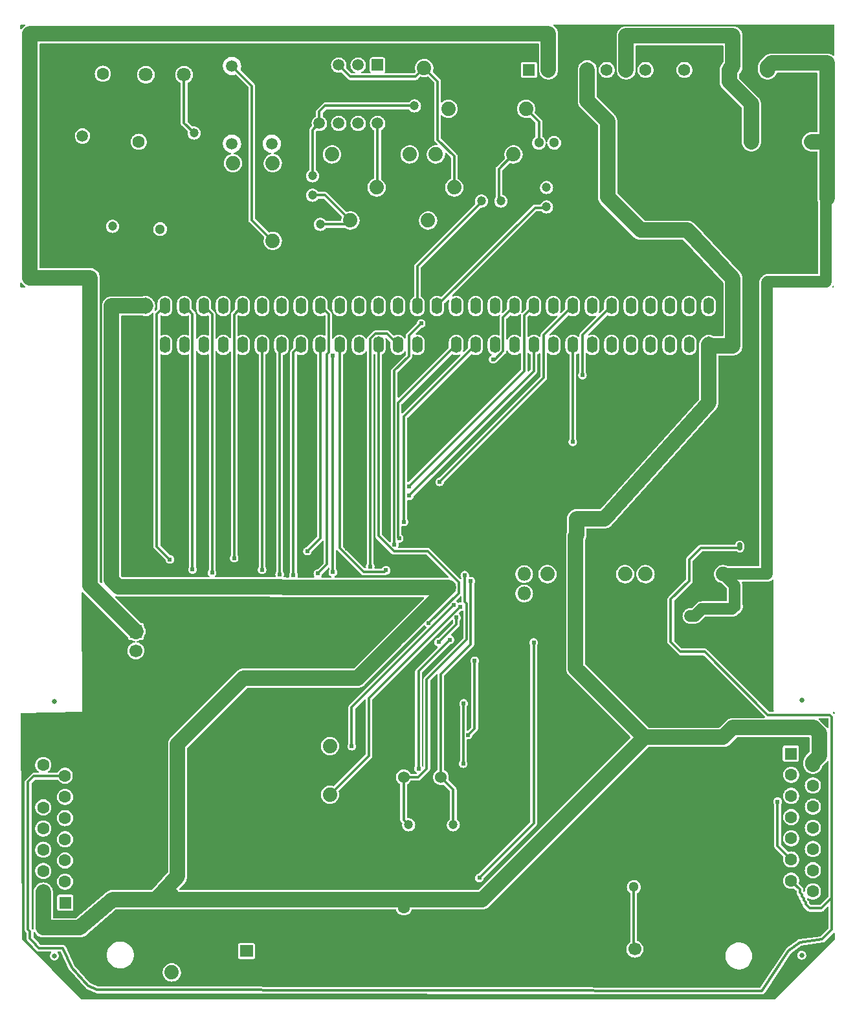
<source format=gtl>
G04 Layer: TopLayer*
G04 EasyEDA v6.5.42, 2024-04-13 20:59:12*
G04 594e40a4052f4cff86669ddfe18c1731,a2f4cb7aa3704937908c5b59a0d1150c,10*
G04 Gerber Generator version 0.2*
G04 Scale: 100 percent, Rotated: No, Reflected: No *
G04 Dimensions in millimeters *
G04 leading zeros omitted , absolute positions ,4 integer and 5 decimal *
%FSLAX45Y45*%
%MOMM*%

%ADD10C,2.0000*%
%ADD11C,0.3500*%
%ADD12C,1.5000*%
%ADD13C,0.7500*%
%ADD14C,0.6500*%
%ADD15C,1.1938*%
%ADD16C,1.6000*%
%ADD17R,1.7000X1.5748*%
%ADD18C,1.7000*%
%ADD19C,1.8796*%
%ADD20C,1.3000*%
%ADD21C,1.2000*%
%ADD22R,1.5748X1.5748*%
%ADD23C,1.5748*%
%ADD24C,1.8000*%
%ADD25R,1.5748X1.7000*%
%ADD26O,1.7999964X1.7999964*%
%ADD27R,1.8000X1.8000*%
%ADD28C,1.5240*%
%ADD29R,1.5000X1.5000*%
%ADD30R,1.6000X1.6000*%
%ADD31O,1.41986X2.159*%
%ADD32R,1.4199X2.0320*%
%ADD33C,0.6500*%
%ADD34C,0.6100*%
%ADD35C,1.5000*%
%ADD36C,0.0170*%

%LPD*%
G36*
X4279493Y16239845D02*
G01*
X4275124Y16240099D01*
X4271264Y16242182D01*
X4268622Y16245636D01*
X4267708Y16249904D01*
X4267708Y16294607D01*
X4268470Y16298468D01*
X4270705Y16301770D01*
X4273956Y16304006D01*
X4277868Y16304768D01*
X4321556Y16304768D01*
X4325823Y16303802D01*
X4329328Y16301212D01*
X4331360Y16297351D01*
X4331614Y16292982D01*
X4329988Y16288918D01*
X4326839Y16285921D01*
X4322673Y16283381D01*
X4310735Y16274034D01*
X4299966Y16263264D01*
X4290618Y16251326D01*
X4286554Y16244620D01*
X4283557Y16241471D01*
G37*

%LPD*%
G36*
X14897709Y12865608D02*
G01*
X14893442Y12866522D01*
X14889988Y12869164D01*
X14887905Y12873024D01*
X14887651Y12877342D01*
X14889276Y12881406D01*
X14890750Y12883642D01*
X14893848Y12886639D01*
X14897862Y12888061D01*
X14902180Y12887706D01*
X14905888Y12885623D01*
X14908479Y12882168D01*
X14909342Y12878003D01*
X14909342Y12875768D01*
X14908580Y12871856D01*
X14906396Y12868554D01*
X14903094Y12866370D01*
G37*

%LPD*%
G36*
X4277868Y12865608D02*
G01*
X4273956Y12866370D01*
X4270705Y12868605D01*
X4268470Y12871856D01*
X4267708Y12875768D01*
X4267708Y12921996D01*
X4268622Y12926263D01*
X4271264Y12929717D01*
X4275124Y12931800D01*
X4279493Y12932054D01*
X4283557Y12930428D01*
X4286554Y12927279D01*
X4290618Y12920573D01*
X4299966Y12908635D01*
X4310735Y12897866D01*
X4322673Y12888518D01*
X4329379Y12884454D01*
X4332528Y12881457D01*
X4334154Y12877393D01*
X4333900Y12873024D01*
X4331817Y12869164D01*
X4328363Y12866522D01*
X4324096Y12865608D01*
G37*

%LPD*%
G36*
X10637012Y12188647D02*
G01*
X10632541Y12188748D01*
X10628528Y12190730D01*
X10625785Y12194235D01*
X10624820Y12198604D01*
X10624820Y12451486D01*
X10625582Y12455398D01*
X10627766Y12458700D01*
X10670692Y12501626D01*
X10674502Y12504013D01*
X10678922Y12504521D01*
X10683189Y12503099D01*
X10686948Y12500813D01*
X10699038Y12495580D01*
X10711789Y12491974D01*
X10724896Y12490196D01*
X10738104Y12490196D01*
X10751210Y12491974D01*
X10763961Y12495580D01*
X10776051Y12500813D01*
X10787380Y12507722D01*
X10797641Y12516053D01*
X10799876Y12518440D01*
X10803534Y12520930D01*
X10808004Y12521641D01*
X10812272Y12520320D01*
X10815574Y12517323D01*
X10817301Y12513208D01*
X10817047Y12508738D01*
X10815929Y12504826D01*
X10815167Y12496393D01*
X10815167Y12230557D01*
X10814456Y12226798D01*
X10812424Y12223597D01*
X10809325Y12221362D01*
X10805668Y12220397D01*
X10801908Y12220854D01*
X10798556Y12222683D01*
X10787329Y12231928D01*
X10776051Y12238786D01*
X10763961Y12244019D01*
X10751210Y12247626D01*
X10738104Y12249404D01*
X10724896Y12249404D01*
X10711789Y12247626D01*
X10699038Y12244019D01*
X10686948Y12238786D01*
X10675620Y12231928D01*
X10665358Y12223546D01*
X10656366Y12213894D01*
X10648746Y12203074D01*
X10643971Y12193930D01*
X10641076Y12190526D01*
G37*

%LPD*%
G36*
X10912144Y11767210D02*
G01*
X10908233Y11767972D01*
X10904982Y11770207D01*
X10902746Y11773509D01*
X10901984Y11777370D01*
X10901984Y12000890D01*
X10902696Y12004649D01*
X10904728Y12007850D01*
X10907776Y12010085D01*
X10911484Y12011050D01*
X10915243Y12010593D01*
X10918596Y12008764D01*
X10929670Y11999671D01*
X10937189Y11995099D01*
X10939830Y11992813D01*
X10941507Y11989816D01*
X10942116Y11986412D01*
X10942116Y11797182D01*
X10941304Y11793270D01*
X10939119Y11789968D01*
X10919307Y11770207D01*
X10916056Y11767972D01*
G37*

%LPD*%
G36*
X9264243Y11222126D02*
G01*
X9260332Y11222888D01*
X9257080Y11225123D01*
X9254845Y11228425D01*
X9254083Y11232286D01*
X9254083Y11334800D01*
X9254845Y11338661D01*
X9257080Y11341963D01*
X9908692Y11993626D01*
X9912502Y11996013D01*
X9916922Y11996521D01*
X9921189Y11995099D01*
X9924948Y11992813D01*
X9937038Y11987580D01*
X9949789Y11983974D01*
X9962896Y11982196D01*
X9976104Y11982196D01*
X9989210Y11983974D01*
X10001961Y11987580D01*
X10009378Y11990781D01*
X10013238Y11991644D01*
X10017201Y11990882D01*
X10020503Y11988698D01*
X10022789Y11985447D01*
X10023551Y11981535D01*
X10022789Y11977624D01*
X10020604Y11974271D01*
X9271406Y11225123D01*
X9268155Y11222888D01*
G37*

%LPD*%
G36*
X9106814Y9535109D02*
G01*
X9102445Y9535668D01*
X9098737Y9538055D01*
X8999880Y9636912D01*
X8997696Y9640214D01*
X8996934Y9644126D01*
X8996934Y11986412D01*
X8997492Y11989816D01*
X8999169Y11992813D01*
X9001810Y11995099D01*
X9009380Y11999722D01*
X9019641Y12008053D01*
X9028633Y12017705D01*
X9036253Y12028525D01*
X9042349Y12040260D01*
X9046768Y12052706D01*
X9049461Y12065660D01*
X9050426Y12079173D01*
X9050426Y12152426D01*
X9049461Y12165939D01*
X9046768Y12178893D01*
X9042196Y12191644D01*
X9041079Y12195556D01*
X9041638Y12199620D01*
X9043720Y12203125D01*
X9047022Y12205563D01*
X9050985Y12206478D01*
X9054998Y12205716D01*
X9058402Y12203480D01*
X9107627Y12154306D01*
X9109811Y12151004D01*
X9110624Y12147092D01*
X9110624Y12079173D01*
X9111538Y12065660D01*
X9114231Y12052706D01*
X9118650Y12040260D01*
X9124746Y12028525D01*
X9132366Y12017705D01*
X9141358Y12008053D01*
X9151620Y11999722D01*
X9162948Y11992813D01*
X9175038Y11987580D01*
X9187789Y11983974D01*
X9200896Y11982196D01*
X9214104Y11982196D01*
X9227210Y11983974D01*
X9239961Y11987580D01*
X9252051Y11992813D01*
X9263380Y11999722D01*
X9273641Y12008053D01*
X9282633Y12017705D01*
X9290405Y12028728D01*
X9293555Y12031573D01*
X9297568Y12032945D01*
X9301784Y12032538D01*
X9305493Y12030405D01*
X9307982Y12027001D01*
X9308896Y12022836D01*
X9308896Y11992660D01*
X9308084Y11988800D01*
X9305899Y11985498D01*
X9128455Y11808002D01*
X9123426Y11801297D01*
X9119870Y11794134D01*
X9117634Y11786463D01*
X9116872Y11778030D01*
X9116872Y9546336D01*
X9116415Y9543288D01*
X9114282Y9539427D01*
X9111030Y9536430D01*
G37*

%LPD*%
G36*
X8325358Y9074505D02*
G01*
X8210550Y9074708D01*
X8206231Y9075674D01*
X8202777Y9078366D01*
X8200745Y9082227D01*
X8200542Y9086646D01*
X8202218Y9090710D01*
X8207857Y9098737D01*
X8212023Y9107627D01*
X8215528Y9121140D01*
X8217560Y9124035D01*
X8294522Y9200997D01*
X8297824Y9203182D01*
X8301736Y9203994D01*
X8305596Y9203182D01*
X8308898Y9200997D01*
X8311083Y9197695D01*
X8311896Y9193834D01*
X8311896Y9183014D01*
X8311388Y9179966D01*
X8310016Y9177172D01*
X8306460Y9172092D01*
X8302294Y9163202D01*
X8299754Y9153702D01*
X8298891Y9143898D01*
X8299754Y9134094D01*
X8302294Y9124594D01*
X8306460Y9115704D01*
X8312099Y9107678D01*
X8319058Y9100718D01*
X8327085Y9095079D01*
X8329675Y9093860D01*
X8332825Y9091574D01*
X8334908Y9088272D01*
X8335518Y9084411D01*
X8334705Y9080601D01*
X8332470Y9077401D01*
X8329218Y9075267D01*
G37*

%LPD*%
G36*
X9856114Y9071813D02*
G01*
X8384946Y9074404D01*
X8381085Y9075166D01*
X8377834Y9077299D01*
X8375650Y9080500D01*
X8374786Y9084310D01*
X8375446Y9088170D01*
X8377529Y9091472D01*
X8380679Y9093758D01*
X8383473Y9095079D01*
X8391499Y9100718D01*
X8398459Y9107678D01*
X8404098Y9115704D01*
X8408263Y9124594D01*
X8410803Y9134094D01*
X8411667Y9143898D01*
X8410803Y9153702D01*
X8408263Y9163202D01*
X8404098Y9172092D01*
X8400542Y9177172D01*
X8399170Y9179966D01*
X8398713Y9183014D01*
X8398713Y9424619D01*
X8399475Y9428480D01*
X8401659Y9431782D01*
X8404961Y9433966D01*
X8408873Y9434779D01*
X8412734Y9433966D01*
X8416036Y9431782D01*
X8730894Y9116974D01*
X8737600Y9111945D01*
X8744762Y9108338D01*
X8752433Y9106154D01*
X8760866Y9105392D01*
X9032595Y9105442D01*
X9040825Y9106560D01*
X9048546Y9109151D01*
X9053880Y9111996D01*
X9057741Y9113113D01*
X9060840Y9113418D01*
X9070340Y9115958D01*
X9079230Y9120124D01*
X9087256Y9125712D01*
X9094216Y9132671D01*
X9099854Y9140748D01*
X9104020Y9149638D01*
X9106560Y9159138D01*
X9107424Y9168892D01*
X9106560Y9178696D01*
X9104020Y9188196D01*
X9099854Y9197086D01*
X9094216Y9205163D01*
X9087256Y9212122D01*
X9079230Y9217710D01*
X9070340Y9221876D01*
X9060840Y9224416D01*
X9051036Y9225280D01*
X9041231Y9224416D01*
X9031732Y9221876D01*
X9022842Y9217710D01*
X9014815Y9212122D01*
X9007856Y9205163D01*
X9001810Y9196527D01*
X8999575Y9194241D01*
X8996680Y9192717D01*
X8993479Y9192209D01*
X8908643Y9192209D01*
X8904986Y9192869D01*
X8901836Y9194800D01*
X8899550Y9197746D01*
X8898534Y9201302D01*
X8898788Y9205010D01*
X8899906Y9209074D01*
X8900769Y9218828D01*
X8899906Y9228632D01*
X8897366Y9238132D01*
X8893200Y9247022D01*
X8889644Y9252153D01*
X8888272Y9254896D01*
X8887815Y9257944D01*
X8887815Y11987631D01*
X8888679Y11991797D01*
X8891219Y11995251D01*
X8894927Y11997334D01*
X8899194Y11997690D01*
X8903208Y11996318D01*
X8905189Y11995099D01*
X8907830Y11992813D01*
X8909507Y11989816D01*
X8910116Y11986412D01*
X8910116Y9620250D01*
X8911285Y9612020D01*
X8913825Y9604400D01*
X8917736Y9597440D01*
X8923121Y9590887D01*
X9127134Y9386976D01*
X9133789Y9381947D01*
X9140952Y9378340D01*
X9148673Y9376156D01*
X9157106Y9375394D01*
X9572904Y9375394D01*
X9576765Y9374632D01*
X9580067Y9372396D01*
X9863328Y9089136D01*
X9865563Y9085834D01*
X9866325Y9081973D01*
X9865512Y9078061D01*
X9863328Y9074759D01*
X9860026Y9072575D01*
G37*

%LPD*%
G36*
X9994290Y8742629D02*
G01*
X9990785Y8742934D01*
X9987584Y8744407D01*
X9985095Y8746947D01*
X9982555Y8750554D01*
X9975596Y8757513D01*
X9970008Y8761425D01*
X9967010Y8764676D01*
X9965690Y8768842D01*
X9966299Y8773210D01*
X9968636Y8776919D01*
X10020401Y8828684D01*
X10023703Y8830868D01*
X10027615Y8831681D01*
X10031476Y8830868D01*
X10034778Y8828684D01*
X10036962Y8825382D01*
X10037775Y8821521D01*
X10037775Y8760612D01*
X10036911Y8756548D01*
X10034473Y8753144D01*
X10030866Y8751011D01*
X10026700Y8750503D01*
X10024973Y8750655D01*
X10015169Y8749792D01*
X10005669Y8747252D01*
X9997694Y8743543D01*
G37*

%LPD*%
G36*
X14910307Y7291374D02*
G01*
X14906447Y7292136D01*
X14903145Y7294321D01*
X14897709Y7299756D01*
X14895525Y7303058D01*
X14894763Y7306919D01*
X14895525Y7310831D01*
X14897709Y7314133D01*
X14901011Y7316317D01*
X14904872Y7317079D01*
X14910307Y7317130D01*
X14914168Y7316368D01*
X14917470Y7314133D01*
X14919706Y7310881D01*
X14920468Y7306970D01*
X14920468Y7301534D01*
X14919706Y7297623D01*
X14917521Y7294372D01*
X14914219Y7292136D01*
G37*

%LPD*%
G36*
X14829790Y7103618D02*
G01*
X14825776Y7104888D01*
X14822627Y7107681D01*
X14818410Y7113422D01*
X14813534Y7119264D01*
X14808200Y7124953D01*
X14732254Y7200900D01*
X14726564Y7206234D01*
X14720722Y7211110D01*
X14714982Y7215327D01*
X14712188Y7218476D01*
X14710918Y7222490D01*
X14711375Y7226706D01*
X14713457Y7230364D01*
X14716861Y7232802D01*
X14721027Y7233666D01*
X14830856Y7233666D01*
X14834717Y7232903D01*
X14838019Y7230719D01*
X14840204Y7227417D01*
X14841016Y7223506D01*
X14841016Y7113727D01*
X14840102Y7109561D01*
X14837663Y7106158D01*
X14834006Y7104075D01*
G37*

%LPD*%
G36*
X9530080Y6603034D02*
G01*
X9526016Y6604406D01*
X9522917Y6607302D01*
X9521291Y6609638D01*
X9519920Y6612381D01*
X9519462Y6615430D01*
X9519462Y7827467D01*
X9520224Y7831328D01*
X9522460Y7834630D01*
X9890556Y8202777D01*
X9893452Y8204809D01*
X9906965Y8208314D01*
X9915855Y8212480D01*
X9923932Y8218068D01*
X9930892Y8225028D01*
X9936480Y8233105D01*
X9940645Y8241995D01*
X9943185Y8251494D01*
X9944049Y8261248D01*
X9943185Y8271052D01*
X9940645Y8280552D01*
X9936480Y8289442D01*
X9930892Y8297519D01*
X9923932Y8304479D01*
X9915906Y8310067D01*
X9905847Y8314690D01*
X9902698Y8316975D01*
X9900666Y8320227D01*
X9899954Y8324088D01*
X9900767Y8327898D01*
X9902952Y8331098D01*
X10004145Y8432393D01*
X10009174Y8439048D01*
X10012781Y8446211D01*
X10014966Y8453932D01*
X10015728Y8462365D01*
X10015728Y8511743D01*
X10016185Y8514791D01*
X10017556Y8517534D01*
X10021112Y8522665D01*
X10025278Y8531555D01*
X10027818Y8541054D01*
X10028682Y8550808D01*
X10027818Y8560612D01*
X10025278Y8570112D01*
X10021112Y8579002D01*
X10015524Y8587079D01*
X10008565Y8594039D01*
X10005263Y8596325D01*
X10002266Y8599576D01*
X10000945Y8603792D01*
X10001504Y8608110D01*
X10003891Y8611819D01*
X10027818Y8635796D01*
X10030714Y8637828D01*
X10044226Y8641334D01*
X10046411Y8642350D01*
X10050373Y8643264D01*
X10054336Y8642604D01*
X10057739Y8640419D01*
X10060076Y8637117D01*
X10060889Y8633155D01*
X10060889Y8285124D01*
X10060076Y8281263D01*
X10057892Y8277961D01*
X9552990Y7773009D01*
X9547961Y7766303D01*
X9544405Y7759141D01*
X9542170Y7751470D01*
X9541408Y7743037D01*
X9541408Y6613144D01*
X9540494Y6608978D01*
X9538004Y6605524D01*
X9534296Y6603441D01*
G37*

%LPD*%
G36*
X6356045Y4989982D02*
G01*
X6352743Y4990541D01*
X6349796Y4992116D01*
X6346901Y4995519D01*
X6345326Y4999685D01*
X6345682Y5004104D01*
X6347917Y5007965D01*
X6418681Y5085232D01*
X6428181Y5097373D01*
X6436055Y5110378D01*
X6442303Y5124246D01*
X6446824Y5138775D01*
X6449568Y5153710D01*
X6450533Y5169204D01*
X6450533Y6839762D01*
X6451295Y6843623D01*
X6453479Y6846925D01*
X7237374Y7630820D01*
X7240676Y7633004D01*
X7244537Y7633766D01*
X8681567Y7633766D01*
X8689340Y7634020D01*
X8696909Y7634731D01*
X8704427Y7635849D01*
X8711844Y7637475D01*
X8719159Y7639507D01*
X8726373Y7641996D01*
X8733383Y7644892D01*
X8740241Y7648194D01*
X8746845Y7651953D01*
X8753246Y7656068D01*
X8759342Y7660589D01*
X8765184Y7665466D01*
X8770874Y7670800D01*
X9546844Y8446719D01*
X9550552Y8449106D01*
X9554870Y8449665D01*
X9559086Y8448344D01*
X9562338Y8445398D01*
X9564979Y8441588D01*
X9571939Y8434628D01*
X9577527Y8430768D01*
X9580473Y8427516D01*
X9581794Y8423300D01*
X9581235Y8418931D01*
X9578848Y8415223D01*
X8571077Y7407402D01*
X8566048Y7400696D01*
X8562492Y7393533D01*
X8560257Y7385862D01*
X8559495Y7377430D01*
X8559495Y6909816D01*
X8559038Y6906768D01*
X8557666Y6903974D01*
X8554110Y6898894D01*
X8549944Y6890003D01*
X8547404Y6880504D01*
X8546541Y6870700D01*
X8547404Y6860895D01*
X8549944Y6851396D01*
X8554110Y6842506D01*
X8559698Y6834479D01*
X8566658Y6827520D01*
X8574735Y6821881D01*
X8583625Y6817715D01*
X8593124Y6815175D01*
X8602929Y6814312D01*
X8612682Y6815175D01*
X8622182Y6817715D01*
X8631072Y6821881D01*
X8639149Y6827520D01*
X8646109Y6834479D01*
X8651697Y6842506D01*
X8655862Y6851396D01*
X8658402Y6860895D01*
X8659266Y6870700D01*
X8658402Y6880504D01*
X8655862Y6890003D01*
X8651697Y6898894D01*
X8648141Y6903974D01*
X8646769Y6906768D01*
X8646312Y6909816D01*
X8646312Y7355687D01*
X8647074Y7359599D01*
X8649309Y7362901D01*
X8765895Y7479487D01*
X8769146Y7481671D01*
X8773058Y7482433D01*
X8776970Y7481671D01*
X8780221Y7479487D01*
X8782456Y7476185D01*
X8783218Y7472273D01*
X8783218Y6766001D01*
X8782456Y6762140D01*
X8780221Y6758838D01*
X8371484Y6350101D01*
X8368182Y6347866D01*
X8364270Y6347104D01*
X8360359Y6347917D01*
X8358327Y6348730D01*
X8344153Y6352794D01*
X8329574Y6355080D01*
X8314791Y6355486D01*
X8300110Y6354165D01*
X8285683Y6351016D01*
X8271764Y6346088D01*
X8258556Y6339484D01*
X8246262Y6331356D01*
X8235035Y6321755D01*
X8225129Y6310833D01*
X8216595Y6298793D01*
X8209584Y6285788D01*
X8204250Y6272022D01*
X8200694Y6257747D01*
X8198866Y6243066D01*
X8198866Y6228334D01*
X8200694Y6213652D01*
X8204250Y6199378D01*
X8209584Y6185611D01*
X8216595Y6172606D01*
X8225129Y6160566D01*
X8235035Y6149644D01*
X8246262Y6140043D01*
X8258556Y6131915D01*
X8271764Y6125311D01*
X8285683Y6120384D01*
X8300110Y6117234D01*
X8314791Y6115862D01*
X8329574Y6116320D01*
X8344153Y6118606D01*
X8358327Y6122670D01*
X8371941Y6128410D01*
X8384692Y6135776D01*
X8396478Y6144666D01*
X8407095Y6154928D01*
X8416340Y6166459D01*
X8424113Y6179007D01*
X8430260Y6192418D01*
X8434730Y6206439D01*
X8437473Y6220968D01*
X8438388Y6235700D01*
X8437473Y6250432D01*
X8434730Y6264960D01*
X8430463Y6278473D01*
X8429955Y6282131D01*
X8430869Y6285738D01*
X8432952Y6288735D01*
X8858453Y6714337D01*
X8863482Y6720992D01*
X8867089Y6728155D01*
X8869273Y6735876D01*
X8870035Y6744309D01*
X8870035Y7473797D01*
X8870797Y7477658D01*
X8873032Y7480960D01*
X9911334Y8519261D01*
X9915042Y8521649D01*
X9919360Y8522208D01*
X9923576Y8520887D01*
X9927082Y8517534D01*
X9928453Y8514791D01*
X9928910Y8511743D01*
X9928910Y8484057D01*
X9928148Y8480196D01*
X9925913Y8476894D01*
X9736480Y8287410D01*
X9733584Y8285378D01*
X9720072Y8281873D01*
X9711182Y8277707D01*
X9703104Y8272119D01*
X9696145Y8265159D01*
X9690557Y8257082D01*
X9686391Y8248192D01*
X9683851Y8238693D01*
X9682988Y8228888D01*
X9683851Y8219135D01*
X9686391Y8209635D01*
X9690557Y8200745D01*
X9696145Y8192668D01*
X9703104Y8185708D01*
X9711131Y8180120D01*
X9721189Y8175498D01*
X9724339Y8173212D01*
X9726422Y8169960D01*
X9727082Y8166100D01*
X9726269Y8162290D01*
X9724136Y8159089D01*
X9444228Y7879130D01*
X9439198Y7872475D01*
X9435642Y7865313D01*
X9433407Y7857591D01*
X9432645Y7849158D01*
X9432645Y6615430D01*
X9432188Y6612381D01*
X9430816Y6609638D01*
X9427260Y6604508D01*
X9423095Y6595618D01*
X9420555Y6586118D01*
X9419691Y6576314D01*
X9420555Y6566560D01*
X9423095Y6557060D01*
X9427260Y6548170D01*
X9432848Y6540093D01*
X9439808Y6533134D01*
X9452000Y6524752D01*
X9454032Y6521450D01*
X9454692Y6517589D01*
X9453829Y6513779D01*
X9451644Y6510578D01*
X9448342Y6508445D01*
X9444532Y6507683D01*
X9379458Y6507683D01*
X9375800Y6508394D01*
X9372650Y6510324D01*
X9370364Y6513271D01*
X9368840Y6516319D01*
X9361119Y6527546D01*
X9351975Y6537706D01*
X9341561Y6546494D01*
X9330080Y6553809D01*
X9317685Y6559550D01*
X9304680Y6563614D01*
X9291218Y6565849D01*
X9277604Y6566306D01*
X9264040Y6564985D01*
X9250781Y6561785D01*
X9238030Y6556908D01*
X9226092Y6550355D01*
X9215120Y6542278D01*
X9205315Y6532778D01*
X9196832Y6522059D01*
X9189872Y6510324D01*
X9184589Y6497777D01*
X9180982Y6484620D01*
X9179153Y6471107D01*
X9179153Y6457492D01*
X9180982Y6443980D01*
X9184589Y6430822D01*
X9189872Y6418275D01*
X9196832Y6406540D01*
X9205315Y6395821D01*
X9215120Y6386322D01*
X9226092Y6378244D01*
X9232341Y6374841D01*
X9235135Y6372555D01*
X9236964Y6369456D01*
X9237624Y6365900D01*
X9237624Y5906516D01*
X9238792Y5898286D01*
X9241332Y5890666D01*
X9245244Y5883706D01*
X9250629Y5877153D01*
X9260586Y5867247D01*
X9262516Y5864504D01*
X9263481Y5861253D01*
X9263329Y5857900D01*
X9262516Y5854192D01*
X9261652Y5842000D01*
X9262516Y5829808D01*
X9265107Y5817870D01*
X9269374Y5806440D01*
X9275216Y5795721D01*
X9282531Y5785967D01*
X9291167Y5777331D01*
X9300921Y5770016D01*
X9311640Y5764174D01*
X9323070Y5759907D01*
X9335008Y5757316D01*
X9347200Y5756452D01*
X9359392Y5757316D01*
X9371330Y5759907D01*
X9382760Y5764174D01*
X9393478Y5770016D01*
X9403232Y5777331D01*
X9411868Y5785967D01*
X9419183Y5795721D01*
X9425025Y5806440D01*
X9429292Y5817870D01*
X9431883Y5829808D01*
X9432747Y5842000D01*
X9431883Y5854192D01*
X9429292Y5866130D01*
X9425025Y5877560D01*
X9419183Y5888278D01*
X9411868Y5898032D01*
X9403232Y5906668D01*
X9393478Y5913983D01*
X9382760Y5919825D01*
X9371330Y5924092D01*
X9359392Y5926683D01*
X9347200Y5927547D01*
X9335312Y5926734D01*
X9331198Y5927293D01*
X9327642Y5929426D01*
X9325254Y5932779D01*
X9324441Y5936843D01*
X9324441Y6365646D01*
X9325000Y6368999D01*
X9326626Y6371996D01*
X9329166Y6374231D01*
X9341561Y6382105D01*
X9351975Y6390894D01*
X9361119Y6401054D01*
X9368840Y6412280D01*
X9370364Y6415328D01*
X9372650Y6418275D01*
X9375800Y6420205D01*
X9379458Y6420866D01*
X9474047Y6420916D01*
X9482328Y6422085D01*
X9489897Y6424625D01*
X9496907Y6428536D01*
X9503410Y6433921D01*
X9616643Y6547205D01*
X9621672Y6553911D01*
X9625279Y6561074D01*
X9627463Y6568744D01*
X9628225Y6577177D01*
X9628225Y7721295D01*
X9628987Y7725206D01*
X9631222Y7728508D01*
X9708235Y7805521D01*
X9711537Y7807706D01*
X9715449Y7808518D01*
X9719310Y7807706D01*
X9722612Y7805521D01*
X9724796Y7802219D01*
X9725609Y7798358D01*
X9725609Y6562699D01*
X9724948Y6559143D01*
X9723120Y6556044D01*
X9720326Y6553758D01*
X9714077Y6550355D01*
X9703104Y6542278D01*
X9693300Y6532778D01*
X9684816Y6522059D01*
X9677857Y6510324D01*
X9672574Y6497777D01*
X9668967Y6484620D01*
X9667138Y6471107D01*
X9667138Y6457492D01*
X9668967Y6443980D01*
X9672574Y6430822D01*
X9677857Y6418275D01*
X9684816Y6406540D01*
X9693300Y6395821D01*
X9703104Y6386322D01*
X9714077Y6378244D01*
X9726015Y6371691D01*
X9738766Y6366814D01*
X9752025Y6363614D01*
X9765588Y6362293D01*
X9779203Y6362750D01*
X9792665Y6364986D01*
X9797694Y6366560D01*
X9801301Y6366967D01*
X9804857Y6366103D01*
X9807854Y6364020D01*
X9885019Y6286906D01*
X9887204Y6283604D01*
X9888016Y6279692D01*
X9888016Y5921197D01*
X9887508Y5918098D01*
X9886086Y5915304D01*
X9883902Y5913069D01*
X9875367Y5906668D01*
X9866731Y5898032D01*
X9859416Y5888278D01*
X9853574Y5877560D01*
X9849307Y5866130D01*
X9846716Y5854192D01*
X9845852Y5842000D01*
X9846716Y5829808D01*
X9849307Y5817870D01*
X9853574Y5806440D01*
X9859416Y5795721D01*
X9866731Y5785967D01*
X9875367Y5777331D01*
X9885121Y5770016D01*
X9895840Y5764174D01*
X9907270Y5759907D01*
X9919208Y5757316D01*
X9931400Y5756452D01*
X9943592Y5757316D01*
X9955530Y5759907D01*
X9966960Y5764174D01*
X9977678Y5770016D01*
X9987432Y5777331D01*
X9996068Y5785967D01*
X10003383Y5795721D01*
X10009225Y5806440D01*
X10013492Y5817870D01*
X10016083Y5829808D01*
X10016947Y5842000D01*
X10016083Y5854192D01*
X10013492Y5866130D01*
X10009225Y5877560D01*
X10003383Y5888278D01*
X9996068Y5898032D01*
X9987432Y5906668D01*
X9978898Y5913069D01*
X9976713Y5915304D01*
X9975291Y5918098D01*
X9974834Y5921197D01*
X9974783Y6303518D01*
X9973614Y6311798D01*
X9971074Y6319418D01*
X9967163Y6326378D01*
X9961778Y6332931D01*
X9869373Y6425336D01*
X9867239Y6428435D01*
X9866376Y6432092D01*
X9870186Y6450685D01*
X9871100Y6464300D01*
X9870186Y6477914D01*
X9867442Y6491274D01*
X9862972Y6504178D01*
X9856825Y6516319D01*
X9849104Y6527546D01*
X9839960Y6537706D01*
X9829546Y6546494D01*
X9817150Y6554368D01*
X9814610Y6556603D01*
X9812985Y6559600D01*
X9812426Y6562953D01*
X9812426Y7789570D01*
X9813188Y7793431D01*
X9815372Y7796733D01*
X10192359Y8173770D01*
X10197388Y8180425D01*
X10200944Y8187588D01*
X10203129Y8195309D01*
X10203942Y8203742D01*
X10203942Y8988044D01*
X10204399Y8991092D01*
X10205770Y8993886D01*
X10209326Y8998966D01*
X10213492Y9007856D01*
X10216032Y9017355D01*
X10216896Y9027160D01*
X10216032Y9036964D01*
X10213492Y9046464D01*
X10209326Y9055354D01*
X10203688Y9063380D01*
X10196728Y9070340D01*
X10188702Y9075978D01*
X10179812Y9080144D01*
X10170312Y9082684D01*
X10160508Y9083548D01*
X10150703Y9082684D01*
X10148722Y9082125D01*
X10144506Y9081922D01*
X10140543Y9083446D01*
X10137546Y9086392D01*
X10136022Y9090355D01*
X10136276Y9094571D01*
X10136682Y9096095D01*
X10137546Y9105900D01*
X10136682Y9115704D01*
X10134142Y9125204D01*
X10129977Y9134094D01*
X10124338Y9142120D01*
X10117378Y9149080D01*
X10109352Y9154718D01*
X10100462Y9158884D01*
X10090962Y9161424D01*
X10081158Y9162288D01*
X10071354Y9161424D01*
X10061854Y9158884D01*
X10052964Y9154718D01*
X10044938Y9149080D01*
X10037978Y9142120D01*
X10032339Y9134094D01*
X10028174Y9125204D01*
X10025634Y9115704D01*
X10024770Y9105900D01*
X10025634Y9096095D01*
X10028174Y9086596D01*
X10032339Y9077706D01*
X10035895Y9072626D01*
X10037267Y9069832D01*
X10037775Y9066784D01*
X10037775Y9062059D01*
X10036962Y9058148D01*
X10034778Y9054846D01*
X10031476Y9052661D01*
X10027615Y9051899D01*
X10023703Y9052661D01*
X10020401Y9054846D01*
X9624568Y9450628D01*
X9617913Y9455658D01*
X9610750Y9459214D01*
X9603028Y9461449D01*
X9594596Y9462211D01*
X9216847Y9462211D01*
X9212529Y9463176D01*
X9209074Y9465818D01*
X9207042Y9469729D01*
X9206839Y9474149D01*
X9213240Y9487916D01*
X9215780Y9497415D01*
X9216644Y9507220D01*
X9215780Y9517024D01*
X9215628Y9521393D01*
X9217355Y9525406D01*
X9220555Y9528352D01*
X9224721Y9529673D01*
X9233611Y9530435D01*
X9243110Y9532975D01*
X9252000Y9537141D01*
X9260027Y9542780D01*
X9266986Y9549739D01*
X9272625Y9557766D01*
X9276791Y9566656D01*
X9279331Y9576155D01*
X9280194Y9585960D01*
X9279331Y9595764D01*
X9276791Y9605264D01*
X9272625Y9614154D01*
X9266986Y9622180D01*
X9260027Y9629140D01*
X9256115Y9632543D01*
X9254591Y9635388D01*
X9254083Y9638588D01*
X9254083Y9738664D01*
X9254744Y9742322D01*
X9256674Y9745472D01*
X9259620Y9747707D01*
X9263176Y9748774D01*
X9266885Y9748469D01*
X9276181Y9745980D01*
X9285986Y9745116D01*
X9295790Y9745980D01*
X9305290Y9748520D01*
X9314180Y9752685D01*
X9322206Y9758324D01*
X9329166Y9765284D01*
X9334804Y9773310D01*
X9338970Y9782200D01*
X9341510Y9791700D01*
X9342374Y9801504D01*
X9341510Y9811308D01*
X9338970Y9820808D01*
X9334804Y9829698D01*
X9331248Y9834778D01*
X9329877Y9837572D01*
X9329420Y9840620D01*
X9329420Y10079177D01*
X9330080Y10082784D01*
X9332010Y10085933D01*
X9334957Y10088219D01*
X9338513Y10089286D01*
X9342170Y10088981D01*
X9344558Y10088321D01*
X9354362Y10087457D01*
X9364167Y10088321D01*
X9373666Y10090861D01*
X9382556Y10095026D01*
X9390583Y10100665D01*
X9397542Y10107625D01*
X9403181Y10115651D01*
X9407347Y10124541D01*
X9410852Y10138054D01*
X9412884Y10140950D01*
X11017351Y11745468D01*
X11022380Y11752173D01*
X11025936Y11759336D01*
X11028121Y11767007D01*
X11028934Y11775440D01*
X11028934Y11986412D01*
X11029492Y11989816D01*
X11031169Y11992813D01*
X11033810Y11995099D01*
X11041329Y11999671D01*
X11052505Y12008815D01*
X11055807Y12010644D01*
X11059617Y12011101D01*
X11063274Y12010186D01*
X11066322Y12007951D01*
X11068405Y12004700D01*
X11069116Y12000992D01*
X11069116Y11706860D01*
X11068304Y11702948D01*
X11066119Y11699646D01*
X9750247Y10383824D01*
X9747351Y10381792D01*
X9733838Y10378287D01*
X9724948Y10374122D01*
X9716922Y10368483D01*
X9709962Y10361523D01*
X9704324Y10353497D01*
X9700158Y10344607D01*
X9697618Y10335107D01*
X9696754Y10325303D01*
X9697618Y10315498D01*
X9700158Y10305999D01*
X9704324Y10297109D01*
X9709962Y10289082D01*
X9716922Y10282123D01*
X9724948Y10276484D01*
X9733838Y10272318D01*
X9743338Y10269778D01*
X9753142Y10268915D01*
X9762947Y10269778D01*
X9772446Y10272318D01*
X9781336Y10276484D01*
X9789363Y10282123D01*
X9796322Y10289082D01*
X9801961Y10297109D01*
X9806127Y10305999D01*
X9809632Y10319512D01*
X9811664Y10322407D01*
X11144351Y11655145D01*
X11149380Y11661851D01*
X11152936Y11669014D01*
X11155121Y11676684D01*
X11155934Y11685117D01*
X11155934Y12000992D01*
X11156645Y12004700D01*
X11158677Y12007951D01*
X11161725Y12010186D01*
X11165382Y12011101D01*
X11169192Y12010644D01*
X11172494Y12008815D01*
X11183670Y11999671D01*
X11194948Y11992813D01*
X11207038Y11987580D01*
X11219789Y11983974D01*
X11232896Y11982196D01*
X11246104Y11982196D01*
X11259210Y11983974D01*
X11271961Y11987580D01*
X11284051Y11992813D01*
X11295380Y11999722D01*
X11305641Y12008053D01*
X11314633Y12017705D01*
X11322253Y12028525D01*
X11328349Y12040260D01*
X11332768Y12052706D01*
X11335461Y12065660D01*
X11336426Y12079173D01*
X11336426Y12152426D01*
X11335461Y12165939D01*
X11332768Y12178893D01*
X11328349Y12191339D01*
X11322253Y12203074D01*
X11314633Y12213894D01*
X11305641Y12223546D01*
X11295380Y12231928D01*
X11284051Y12238786D01*
X11271961Y12244019D01*
X11259210Y12247626D01*
X11246104Y12249404D01*
X11232896Y12249404D01*
X11219789Y12247626D01*
X11207038Y12244019D01*
X11199672Y12240818D01*
X11195761Y12240006D01*
X11191849Y12240717D01*
X11188496Y12242901D01*
X11186261Y12246203D01*
X11185448Y12250115D01*
X11186210Y12254026D01*
X11188446Y12257328D01*
X11432692Y12501626D01*
X11436502Y12504013D01*
X11440922Y12504521D01*
X11445189Y12503099D01*
X11448948Y12500813D01*
X11461038Y12495580D01*
X11473789Y12491974D01*
X11486896Y12490196D01*
X11500104Y12490196D01*
X11513210Y12491974D01*
X11525961Y12495580D01*
X11538051Y12500813D01*
X11549380Y12507722D01*
X11559641Y12516053D01*
X11568633Y12525705D01*
X11576253Y12536525D01*
X11582349Y12548260D01*
X11586768Y12560706D01*
X11589461Y12573660D01*
X11590426Y12587173D01*
X11590426Y12660426D01*
X11589461Y12673939D01*
X11586768Y12686893D01*
X11582349Y12699339D01*
X11576253Y12711074D01*
X11568633Y12721894D01*
X11559641Y12731546D01*
X11549380Y12739928D01*
X11538051Y12746786D01*
X11525961Y12752019D01*
X11513210Y12755626D01*
X11500104Y12757404D01*
X11486896Y12757404D01*
X11473789Y12755626D01*
X11461038Y12752019D01*
X11448948Y12746786D01*
X11437620Y12739928D01*
X11427358Y12731546D01*
X11418366Y12721894D01*
X11410746Y12711074D01*
X11404650Y12699339D01*
X11400231Y12686893D01*
X11397538Y12673939D01*
X11396624Y12660426D01*
X11396624Y12592507D01*
X11395811Y12588595D01*
X11393627Y12585293D01*
X11344402Y12536119D01*
X11340998Y12533833D01*
X11336985Y12533122D01*
X11332972Y12534036D01*
X11329720Y12536474D01*
X11327638Y12539980D01*
X11327079Y12544044D01*
X11328349Y12548260D01*
X11332768Y12560706D01*
X11335461Y12573660D01*
X11336426Y12587173D01*
X11336426Y12660426D01*
X11335461Y12673939D01*
X11332768Y12686893D01*
X11328349Y12699339D01*
X11322253Y12711074D01*
X11314633Y12721894D01*
X11305641Y12731546D01*
X11295380Y12739928D01*
X11284051Y12746786D01*
X11271961Y12752019D01*
X11259210Y12755626D01*
X11246104Y12757404D01*
X11232896Y12757404D01*
X11219789Y12755626D01*
X11207038Y12752019D01*
X11194948Y12746786D01*
X11183620Y12739928D01*
X11173358Y12731546D01*
X11164366Y12721894D01*
X11156746Y12711074D01*
X11150650Y12699339D01*
X11146231Y12686893D01*
X11143538Y12673939D01*
X11142624Y12660426D01*
X11142624Y12587173D01*
X11143538Y12573660D01*
X11146231Y12560706D01*
X11150650Y12548260D01*
X11156746Y12536525D01*
X11164366Y12525705D01*
X11173358Y12516053D01*
X11183620Y12507722D01*
X11194948Y12500813D01*
X11207038Y12495580D01*
X11219789Y12491974D01*
X11232896Y12490196D01*
X11246104Y12490196D01*
X11259210Y12491974D01*
X11271961Y12495580D01*
X11279378Y12498781D01*
X11283238Y12499644D01*
X11287201Y12498882D01*
X11290503Y12496698D01*
X11292789Y12493447D01*
X11293551Y12489535D01*
X11292789Y12485624D01*
X11290604Y12482271D01*
X11080648Y12272314D01*
X11075619Y12265609D01*
X11072063Y12258446D01*
X11069878Y12250775D01*
X11069116Y12242342D01*
X11069116Y12230608D01*
X11068405Y12226899D01*
X11066322Y12223699D01*
X11063274Y12221413D01*
X11059617Y12220498D01*
X11055807Y12220956D01*
X11052505Y12222784D01*
X11041329Y12231928D01*
X11030051Y12238786D01*
X11017961Y12244019D01*
X11005210Y12247626D01*
X10992104Y12249404D01*
X10978896Y12249404D01*
X10965789Y12247626D01*
X10953038Y12244019D01*
X10940948Y12238786D01*
X10929670Y12231928D01*
X10918596Y12222835D01*
X10915243Y12221006D01*
X10911484Y12220549D01*
X10907776Y12221514D01*
X10904728Y12223750D01*
X10902696Y12226950D01*
X10901984Y12230709D01*
X10901984Y12474702D01*
X10902746Y12478562D01*
X10904982Y12481864D01*
X10924692Y12501626D01*
X10928502Y12504013D01*
X10932922Y12504521D01*
X10937189Y12503099D01*
X10940948Y12500813D01*
X10953038Y12495580D01*
X10965789Y12491974D01*
X10978896Y12490196D01*
X10992104Y12490196D01*
X11005210Y12491974D01*
X11017961Y12495580D01*
X11030051Y12500813D01*
X11041380Y12507722D01*
X11051641Y12516053D01*
X11060633Y12525705D01*
X11068253Y12536525D01*
X11074349Y12548260D01*
X11078768Y12560706D01*
X11081461Y12573660D01*
X11082426Y12587173D01*
X11082426Y12660426D01*
X11081461Y12673939D01*
X11078768Y12686893D01*
X11074349Y12699339D01*
X11068253Y12711074D01*
X11060633Y12721894D01*
X11051641Y12731546D01*
X11041380Y12739928D01*
X11030051Y12746786D01*
X11017961Y12752019D01*
X11005210Y12755626D01*
X10992104Y12757404D01*
X10978896Y12757404D01*
X10965789Y12755626D01*
X10953038Y12752019D01*
X10940948Y12746786D01*
X10929620Y12739928D01*
X10919358Y12731546D01*
X10910366Y12721894D01*
X10902746Y12711074D01*
X10896650Y12699339D01*
X10892231Y12686893D01*
X10889538Y12673939D01*
X10888624Y12660426D01*
X10888624Y12592507D01*
X10887811Y12588595D01*
X10885627Y12585293D01*
X10836402Y12536119D01*
X10832998Y12533833D01*
X10828985Y12533122D01*
X10824972Y12534036D01*
X10821720Y12536474D01*
X10819638Y12539980D01*
X10819079Y12544044D01*
X10820349Y12548260D01*
X10824768Y12560706D01*
X10827461Y12573660D01*
X10828426Y12587173D01*
X10828426Y12660426D01*
X10827461Y12673939D01*
X10824768Y12686893D01*
X10820349Y12699339D01*
X10814253Y12711074D01*
X10806633Y12721894D01*
X10797641Y12731546D01*
X10787380Y12739928D01*
X10776051Y12746786D01*
X10763961Y12752019D01*
X10751210Y12755626D01*
X10738104Y12757404D01*
X10724896Y12757404D01*
X10711789Y12755626D01*
X10699038Y12752019D01*
X10686948Y12746786D01*
X10675620Y12739928D01*
X10665358Y12731546D01*
X10656366Y12721894D01*
X10648746Y12711074D01*
X10642650Y12699339D01*
X10638231Y12686893D01*
X10635538Y12673939D01*
X10634624Y12660426D01*
X10634624Y12592507D01*
X10633811Y12588595D01*
X10631627Y12585293D01*
X10582402Y12536119D01*
X10578998Y12533833D01*
X10574985Y12533122D01*
X10570972Y12534036D01*
X10567720Y12536474D01*
X10565638Y12539980D01*
X10565079Y12544044D01*
X10566349Y12548260D01*
X10570768Y12560706D01*
X10573461Y12573660D01*
X10574426Y12587173D01*
X10574426Y12660426D01*
X10573461Y12673939D01*
X10570768Y12686893D01*
X10566349Y12699339D01*
X10560253Y12711074D01*
X10552633Y12721894D01*
X10543641Y12731546D01*
X10533380Y12739928D01*
X10522051Y12746786D01*
X10509961Y12752019D01*
X10497210Y12755626D01*
X10484104Y12757404D01*
X10470896Y12757404D01*
X10457789Y12755626D01*
X10445038Y12752019D01*
X10432948Y12746786D01*
X10421620Y12739928D01*
X10411358Y12731546D01*
X10402366Y12721894D01*
X10394746Y12711074D01*
X10388650Y12699339D01*
X10384231Y12686893D01*
X10381538Y12673939D01*
X10380624Y12660426D01*
X10380624Y12587173D01*
X10381538Y12573660D01*
X10384231Y12560706D01*
X10388650Y12548260D01*
X10394746Y12536525D01*
X10402366Y12525705D01*
X10411358Y12516053D01*
X10421620Y12507722D01*
X10432948Y12500813D01*
X10445038Y12495580D01*
X10457789Y12491974D01*
X10470896Y12490196D01*
X10484104Y12490196D01*
X10497210Y12491974D01*
X10509961Y12495580D01*
X10522051Y12500813D01*
X10527284Y12504013D01*
X10531398Y12505436D01*
X10535716Y12504978D01*
X10539476Y12502794D01*
X10541965Y12499238D01*
X10542727Y12495022D01*
X10541660Y12490805D01*
X10540949Y12489332D01*
X10538764Y12481661D01*
X10538002Y12473228D01*
X10538002Y12247168D01*
X10537088Y12243003D01*
X10534548Y12239548D01*
X10530840Y12237466D01*
X10526572Y12237110D01*
X10522051Y12238786D01*
X10509961Y12244019D01*
X10497210Y12247626D01*
X10484104Y12249404D01*
X10470896Y12249404D01*
X10457789Y12247626D01*
X10445038Y12244019D01*
X10432948Y12238786D01*
X10421620Y12231928D01*
X10411358Y12223546D01*
X10402366Y12213894D01*
X10394746Y12203074D01*
X10388650Y12191339D01*
X10384231Y12178893D01*
X10381538Y12165939D01*
X10380624Y12152426D01*
X10380624Y12079173D01*
X10381538Y12065660D01*
X10384231Y12052706D01*
X10388650Y12040260D01*
X10394746Y12028525D01*
X10402366Y12017705D01*
X10411358Y12008053D01*
X10421620Y11999722D01*
X10428478Y11995556D01*
X10431627Y11992508D01*
X10433253Y11988495D01*
X10432999Y11984126D01*
X10430967Y11980265D01*
X10427512Y11977624D01*
X10424515Y11976252D01*
X10416438Y11970613D01*
X10409478Y11963654D01*
X10403890Y11955627D01*
X10399725Y11946737D01*
X10397185Y11937238D01*
X10396321Y11927433D01*
X10397185Y11917629D01*
X10399725Y11908129D01*
X10403890Y11899239D01*
X10409478Y11891213D01*
X10416438Y11884253D01*
X10424515Y11878614D01*
X10433405Y11874449D01*
X10442905Y11871909D01*
X10452709Y11871045D01*
X10462463Y11871909D01*
X10471962Y11874449D01*
X10480852Y11878614D01*
X10488930Y11884253D01*
X10492486Y11887250D01*
X10500410Y11891670D01*
X10506913Y11897055D01*
X10613237Y12003430D01*
X10618266Y12010085D01*
X10621822Y12017248D01*
X10624007Y12024969D01*
X10624820Y12033910D01*
X10626140Y12038076D01*
X10629036Y12041276D01*
X10632998Y12042952D01*
X10637316Y12042902D01*
X10641228Y12041022D01*
X10643971Y12037669D01*
X10648746Y12028525D01*
X10656366Y12017705D01*
X10665358Y12008053D01*
X10675620Y11999722D01*
X10686948Y11992813D01*
X10699038Y11987580D01*
X10711789Y11983974D01*
X10724896Y11982196D01*
X10738104Y11982196D01*
X10751210Y11983974D01*
X10763961Y11987580D01*
X10776051Y11992813D01*
X10787329Y11999671D01*
X10798556Y12008916D01*
X10801908Y12010745D01*
X10805668Y12011202D01*
X10809325Y12010237D01*
X10812424Y12008002D01*
X10814456Y12004802D01*
X10815167Y12001042D01*
X10815167Y11792458D01*
X10814405Y11788597D01*
X10812170Y11785295D01*
X9351467Y10324592D01*
X9349130Y10322814D01*
X9346387Y10321798D01*
X9341662Y10320832D01*
X9337192Y10320883D01*
X9333179Y10322864D01*
X9330385Y10326370D01*
X9329420Y10330738D01*
X9329420Y11156086D01*
X9330182Y11159998D01*
X9332366Y11163300D01*
X10162692Y11993626D01*
X10166502Y11996013D01*
X10170922Y11996521D01*
X10175189Y11995099D01*
X10178948Y11992813D01*
X10191038Y11987580D01*
X10203789Y11983974D01*
X10216896Y11982196D01*
X10230104Y11982196D01*
X10243210Y11983974D01*
X10255961Y11987580D01*
X10268051Y11992813D01*
X10279380Y11999722D01*
X10289641Y12008053D01*
X10298633Y12017705D01*
X10306253Y12028525D01*
X10312349Y12040260D01*
X10316768Y12052706D01*
X10319461Y12065660D01*
X10320426Y12079173D01*
X10320426Y12152426D01*
X10319461Y12165939D01*
X10316768Y12178893D01*
X10312349Y12191339D01*
X10306253Y12203074D01*
X10298633Y12213894D01*
X10289641Y12223546D01*
X10279380Y12231928D01*
X10268051Y12238786D01*
X10255961Y12244019D01*
X10243210Y12247626D01*
X10230104Y12249404D01*
X10216896Y12249404D01*
X10203789Y12247626D01*
X10191038Y12244019D01*
X10178948Y12238786D01*
X10167620Y12231928D01*
X10157358Y12223546D01*
X10148366Y12213894D01*
X10140746Y12203074D01*
X10134650Y12191339D01*
X10130231Y12178893D01*
X10127538Y12165939D01*
X10126624Y12152426D01*
X10126624Y12084507D01*
X10125811Y12080595D01*
X10123627Y12077293D01*
X10074402Y12028119D01*
X10070998Y12025833D01*
X10066985Y12025122D01*
X10062972Y12026036D01*
X10059720Y12028474D01*
X10057638Y12031980D01*
X10057079Y12036044D01*
X10058349Y12040260D01*
X10062768Y12052706D01*
X10065461Y12065660D01*
X10066426Y12079173D01*
X10066426Y12152426D01*
X10065461Y12165939D01*
X10062768Y12178893D01*
X10058349Y12191339D01*
X10052253Y12203074D01*
X10044633Y12213894D01*
X10035641Y12223546D01*
X10025380Y12231928D01*
X10014051Y12238786D01*
X10001961Y12244019D01*
X9989210Y12247626D01*
X9976104Y12249404D01*
X9962896Y12249404D01*
X9949789Y12247626D01*
X9937038Y12244019D01*
X9924948Y12238786D01*
X9913620Y12231928D01*
X9903358Y12223546D01*
X9894366Y12213894D01*
X9886746Y12203074D01*
X9880650Y12191339D01*
X9876231Y12178893D01*
X9873538Y12165939D01*
X9872624Y12152426D01*
X9872624Y12084507D01*
X9871811Y12080595D01*
X9869627Y12077293D01*
X9221012Y11428730D01*
X9217761Y11426494D01*
X9213850Y11425732D01*
X9209938Y11426494D01*
X9206687Y11428730D01*
X9204452Y11432032D01*
X9203690Y11435892D01*
X9203690Y11756288D01*
X9204452Y11760200D01*
X9206687Y11763502D01*
X9384131Y11940997D01*
X9389160Y11947652D01*
X9392716Y11954814D01*
X9394901Y11962536D01*
X9395714Y11970969D01*
X9395714Y11987682D01*
X9396577Y11991848D01*
X9399117Y11995302D01*
X9402826Y11997385D01*
X9407093Y11997740D01*
X9411106Y11996369D01*
X9416948Y11992813D01*
X9429038Y11987580D01*
X9441789Y11983974D01*
X9454896Y11982196D01*
X9468104Y11982196D01*
X9481210Y11983974D01*
X9493961Y11987580D01*
X9506051Y11992813D01*
X9517380Y11999722D01*
X9527641Y12008053D01*
X9536633Y12017705D01*
X9544253Y12028525D01*
X9550349Y12040260D01*
X9554768Y12052706D01*
X9557461Y12065660D01*
X9558426Y12079173D01*
X9558426Y12152426D01*
X9557461Y12165939D01*
X9554768Y12178893D01*
X9550349Y12191339D01*
X9544253Y12203074D01*
X9536633Y12213894D01*
X9527641Y12223546D01*
X9517380Y12231928D01*
X9506051Y12238786D01*
X9493961Y12244019D01*
X9481210Y12247626D01*
X9468104Y12249404D01*
X9454896Y12249404D01*
X9451340Y12248946D01*
X9447174Y12249200D01*
X9443466Y12251182D01*
X9440875Y12254484D01*
X9439808Y12258548D01*
X9440519Y12262662D01*
X9442805Y12266168D01*
X9513824Y12337237D01*
X9516719Y12339269D01*
X9530232Y12342774D01*
X9539122Y12346940D01*
X9547199Y12352528D01*
X9554159Y12359487D01*
X9559747Y12367564D01*
X9563912Y12376454D01*
X9566452Y12385954D01*
X9567316Y12395708D01*
X9566452Y12405512D01*
X9563912Y12415012D01*
X9559747Y12423902D01*
X9554159Y12431979D01*
X9547199Y12438938D01*
X9539122Y12444526D01*
X9530232Y12448692D01*
X9520732Y12451232D01*
X9510979Y12452096D01*
X9501174Y12451232D01*
X9491675Y12448692D01*
X9482785Y12444526D01*
X9474708Y12438938D01*
X9467748Y12431979D01*
X9462160Y12423902D01*
X9457994Y12415012D01*
X9454489Y12401499D01*
X9452457Y12398603D01*
X9320428Y12266574D01*
X9315399Y12259868D01*
X9311843Y12252706D01*
X9309658Y12245035D01*
X9308896Y12236602D01*
X9308896Y12208764D01*
X9307982Y12204598D01*
X9305493Y12201194D01*
X9301784Y12199061D01*
X9297568Y12198654D01*
X9293555Y12200026D01*
X9290405Y12202922D01*
X9282633Y12213894D01*
X9273641Y12223546D01*
X9263380Y12231928D01*
X9252051Y12238786D01*
X9239961Y12244019D01*
X9227210Y12247626D01*
X9214104Y12249404D01*
X9200896Y12249404D01*
X9187789Y12247626D01*
X9175038Y12244019D01*
X9162948Y12238786D01*
X9159189Y12236500D01*
X9154922Y12235078D01*
X9150502Y12235586D01*
X9146692Y12237974D01*
X9091371Y12293244D01*
X9084716Y12298273D01*
X9077553Y12301829D01*
X9069832Y12304064D01*
X9061399Y12304826D01*
X8910370Y12304776D01*
X8902141Y12303607D01*
X8894521Y12301067D01*
X8887561Y12297206D01*
X8881008Y12291771D01*
X8812530Y12223242D01*
X8807500Y12216587D01*
X8803944Y12209424D01*
X8802116Y12202972D01*
X8800287Y12199416D01*
X8797188Y12196826D01*
X8793378Y12195657D01*
X8789365Y12196064D01*
X8785809Y12197943D01*
X8783320Y12201093D01*
X8782253Y12203074D01*
X8774633Y12213894D01*
X8765641Y12223546D01*
X8755380Y12231928D01*
X8744051Y12238786D01*
X8731961Y12244019D01*
X8719210Y12247626D01*
X8706104Y12249404D01*
X8692896Y12249404D01*
X8679789Y12247626D01*
X8667038Y12244019D01*
X8654948Y12238786D01*
X8643620Y12231928D01*
X8633358Y12223546D01*
X8624366Y12213894D01*
X8616746Y12203074D01*
X8610650Y12191339D01*
X8606231Y12178893D01*
X8603538Y12165939D01*
X8602624Y12152426D01*
X8602624Y12079173D01*
X8603538Y12065660D01*
X8606231Y12052706D01*
X8610650Y12040260D01*
X8616746Y12028525D01*
X8624366Y12017705D01*
X8633358Y12008053D01*
X8643620Y11999722D01*
X8654948Y11992813D01*
X8667038Y11987580D01*
X8679789Y11983974D01*
X8692896Y11982196D01*
X8706104Y11982196D01*
X8719210Y11983974D01*
X8731961Y11987580D01*
X8744051Y11992813D01*
X8755380Y11999722D01*
X8765641Y12008053D01*
X8774633Y12017705D01*
X8782507Y12028830D01*
X8785656Y12031726D01*
X8789670Y12033097D01*
X8793886Y12032691D01*
X8797594Y12030557D01*
X8800084Y12027154D01*
X8800998Y12022988D01*
X8800998Y9257944D01*
X8800490Y9254896D01*
X8799118Y9252153D01*
X8795562Y9247022D01*
X8791397Y9238132D01*
X8788857Y9228632D01*
X8787993Y9218828D01*
X8789060Y9208363D01*
X8789263Y9203944D01*
X8787587Y9199880D01*
X8784336Y9196933D01*
X8780119Y9195612D01*
X8775750Y9196171D01*
X8772042Y9198508D01*
X8491880Y9478721D01*
X8489696Y9482023D01*
X8488934Y9485884D01*
X8488934Y11986412D01*
X8489492Y11989816D01*
X8491169Y11992813D01*
X8493810Y11995099D01*
X8501380Y11999722D01*
X8511641Y12008053D01*
X8520633Y12017705D01*
X8528253Y12028525D01*
X8534349Y12040260D01*
X8538768Y12052706D01*
X8541461Y12065660D01*
X8542426Y12079173D01*
X8542426Y12152426D01*
X8541461Y12165939D01*
X8538768Y12178893D01*
X8534349Y12191339D01*
X8528253Y12203074D01*
X8520633Y12213894D01*
X8511641Y12223546D01*
X8501380Y12231928D01*
X8490051Y12238786D01*
X8477961Y12244019D01*
X8465210Y12247626D01*
X8452104Y12249404D01*
X8438896Y12249404D01*
X8425789Y12247626D01*
X8413038Y12244019D01*
X8400948Y12238786D01*
X8389620Y12231928D01*
X8379358Y12223546D01*
X8370366Y12213894D01*
X8362696Y12202972D01*
X8359800Y12199569D01*
X8355736Y12197740D01*
X8351266Y12197791D01*
X8347252Y12199772D01*
X8344458Y12203328D01*
X8343493Y12207646D01*
X8343442Y12516866D01*
X8342274Y12525146D01*
X8339734Y12532715D01*
X8335873Y12539726D01*
X8330438Y12546228D01*
X8291372Y12585293D01*
X8289188Y12588595D01*
X8288426Y12592507D01*
X8288426Y12660426D01*
X8287461Y12673939D01*
X8284768Y12686893D01*
X8280349Y12699339D01*
X8274253Y12711074D01*
X8266633Y12721894D01*
X8257641Y12731546D01*
X8247380Y12739928D01*
X8236051Y12746786D01*
X8223961Y12752019D01*
X8211210Y12755626D01*
X8198103Y12757404D01*
X8184896Y12757404D01*
X8171789Y12755626D01*
X8159038Y12752019D01*
X8146948Y12746786D01*
X8135620Y12739928D01*
X8125358Y12731546D01*
X8116366Y12721894D01*
X8108746Y12711074D01*
X8102650Y12699339D01*
X8098231Y12686893D01*
X8095538Y12673939D01*
X8094624Y12660426D01*
X8094624Y12587173D01*
X8095538Y12573660D01*
X8098231Y12560706D01*
X8102650Y12548260D01*
X8108746Y12536525D01*
X8116366Y12525705D01*
X8125358Y12516053D01*
X8135620Y12507722D01*
X8146948Y12500813D01*
X8159038Y12495580D01*
X8171789Y12491974D01*
X8184896Y12490196D01*
X8198103Y12490196D01*
X8211210Y12491974D01*
X8223961Y12495580D01*
X8236051Y12500813D01*
X8239810Y12503099D01*
X8244078Y12504521D01*
X8248497Y12504013D01*
X8252307Y12501626D01*
X8253679Y12500203D01*
X8255914Y12496901D01*
X8256676Y12493040D01*
X8256676Y12244324D01*
X8255762Y12240158D01*
X8253222Y12236704D01*
X8249513Y12234621D01*
X8245246Y12234214D01*
X8241233Y12235637D01*
X8236051Y12238786D01*
X8223961Y12244019D01*
X8211210Y12247626D01*
X8198103Y12249404D01*
X8184896Y12249404D01*
X8171789Y12247626D01*
X8159038Y12244019D01*
X8146948Y12238786D01*
X8135620Y12231928D01*
X8125358Y12223546D01*
X8116366Y12213894D01*
X8108746Y12203074D01*
X8102650Y12191339D01*
X8098231Y12178893D01*
X8095538Y12165939D01*
X8094624Y12152426D01*
X8094624Y12079173D01*
X8095538Y12065660D01*
X8098231Y12052706D01*
X8102650Y12040260D01*
X8108746Y12028525D01*
X8116366Y12017705D01*
X8125358Y12008053D01*
X8135620Y11999722D01*
X8143189Y11995099D01*
X8145830Y11992813D01*
X8147507Y11989816D01*
X8148116Y11986412D01*
X8148116Y9611918D01*
X8147303Y9608058D01*
X8145119Y9604756D01*
X8018932Y9478568D01*
X8016036Y9476536D01*
X8002524Y9473031D01*
X7993634Y9468866D01*
X7985556Y9463227D01*
X7978597Y9456267D01*
X7973009Y9448241D01*
X7968843Y9439351D01*
X7966303Y9429851D01*
X7965440Y9420047D01*
X7966303Y9410242D01*
X7968843Y9400743D01*
X7973009Y9391853D01*
X7978597Y9383826D01*
X7985556Y9376867D01*
X7993634Y9371228D01*
X8002524Y9367062D01*
X8012023Y9364522D01*
X8021828Y9363659D01*
X8031581Y9364522D01*
X8041081Y9367062D01*
X8049971Y9371228D01*
X8058048Y9376867D01*
X8065008Y9383826D01*
X8070596Y9391853D01*
X8074761Y9400743D01*
X8078266Y9414256D01*
X8080298Y9417151D01*
X8216595Y9553448D01*
X8219897Y9555632D01*
X8223808Y9556445D01*
X8227669Y9555632D01*
X8230971Y9553448D01*
X8233156Y9550146D01*
X8233968Y9546285D01*
X8233968Y9267393D01*
X8233156Y9263532D01*
X8230971Y9260230D01*
X8156143Y9185402D01*
X8153247Y9183370D01*
X8139734Y9179864D01*
X8130844Y9175699D01*
X8122818Y9170111D01*
X8115858Y9163151D01*
X8110220Y9155074D01*
X8106054Y9146184D01*
X8103514Y9136684D01*
X8102650Y9126880D01*
X8103514Y9117126D01*
X8106054Y9107627D01*
X8110220Y9098737D01*
X8115706Y9090863D01*
X8117382Y9086799D01*
X8117179Y9082430D01*
X8115147Y9078518D01*
X8111693Y9075826D01*
X8107375Y9074912D01*
X7902752Y9075267D01*
X7899146Y9075928D01*
X7895996Y9077858D01*
X7893710Y9080804D01*
X7892694Y9084360D01*
X7892999Y9088069D01*
X7895793Y9098483D01*
X7896656Y9108236D01*
X7895793Y9118041D01*
X7893253Y9127540D01*
X7889087Y9136430D01*
X7885531Y9141561D01*
X7884159Y9144304D01*
X7883702Y9147352D01*
X7883702Y11981383D01*
X7884464Y11985294D01*
X7886700Y11988596D01*
X7890052Y11990781D01*
X7893964Y11991492D01*
X7897875Y11990679D01*
X7905038Y11987580D01*
X7917789Y11983974D01*
X7930896Y11982196D01*
X7944103Y11982196D01*
X7957210Y11983974D01*
X7969961Y11987580D01*
X7982051Y11992813D01*
X7993380Y11999722D01*
X8003641Y12008053D01*
X8012633Y12017705D01*
X8020253Y12028525D01*
X8026349Y12040260D01*
X8030768Y12052706D01*
X8033461Y12065660D01*
X8034426Y12079173D01*
X8034426Y12152426D01*
X8033461Y12165939D01*
X8030768Y12178893D01*
X8026349Y12191339D01*
X8020253Y12203074D01*
X8012633Y12213894D01*
X8003641Y12223546D01*
X7993380Y12231928D01*
X7982051Y12238786D01*
X7969961Y12244019D01*
X7957210Y12247626D01*
X7944103Y12249404D01*
X7930896Y12249404D01*
X7917789Y12247626D01*
X7905038Y12244019D01*
X7892948Y12238786D01*
X7881620Y12231928D01*
X7871358Y12223546D01*
X7862366Y12213894D01*
X7854746Y12203074D01*
X7848650Y12191339D01*
X7844231Y12178893D01*
X7841538Y12165939D01*
X7840624Y12152426D01*
X7840624Y12084507D01*
X7839811Y12080595D01*
X7837627Y12077293D01*
X7808417Y12048083D01*
X7803388Y12041378D01*
X7799831Y12034215D01*
X7797647Y12026544D01*
X7796885Y12018111D01*
X7796885Y9147352D01*
X7796377Y9144304D01*
X7795006Y9141561D01*
X7791450Y9136430D01*
X7787284Y9127540D01*
X7784744Y9118041D01*
X7783880Y9108236D01*
X7784744Y9098483D01*
X7787487Y9088272D01*
X7787792Y9084564D01*
X7786725Y9081008D01*
X7784490Y9078061D01*
X7781290Y9076131D01*
X7777683Y9075470D01*
X7718907Y9075572D01*
X7714945Y9076385D01*
X7711592Y9078671D01*
X7709458Y9082125D01*
X7708747Y9086088D01*
X7709712Y9090050D01*
X7713218Y9097518D01*
X7715758Y9107017D01*
X7716621Y9116771D01*
X7715758Y9126575D01*
X7713218Y9136075D01*
X7709052Y9144965D01*
X7705496Y9150096D01*
X7704124Y9152839D01*
X7703667Y9155887D01*
X7703667Y11976404D01*
X7704581Y11980672D01*
X7707223Y11984126D01*
X7711084Y11986209D01*
X7715961Y11987580D01*
X7728051Y11992813D01*
X7739380Y11999722D01*
X7749641Y12008053D01*
X7758633Y12017705D01*
X7766253Y12028525D01*
X7772349Y12040260D01*
X7776768Y12052706D01*
X7779461Y12065660D01*
X7780426Y12079173D01*
X7780426Y12152426D01*
X7779461Y12165939D01*
X7776768Y12178893D01*
X7772349Y12191339D01*
X7766253Y12203074D01*
X7758633Y12213894D01*
X7749641Y12223546D01*
X7739380Y12231928D01*
X7728051Y12238786D01*
X7715961Y12244019D01*
X7703210Y12247626D01*
X7690103Y12249404D01*
X7676896Y12249404D01*
X7663789Y12247626D01*
X7651038Y12244019D01*
X7638948Y12238786D01*
X7627620Y12231928D01*
X7617358Y12223546D01*
X7608366Y12213894D01*
X7600746Y12203074D01*
X7594650Y12191339D01*
X7590231Y12178893D01*
X7587538Y12165939D01*
X7586624Y12152426D01*
X7586624Y12079173D01*
X7587538Y12065660D01*
X7590231Y12052706D01*
X7594650Y12040260D01*
X7600746Y12028525D01*
X7608366Y12017705D01*
X7614107Y12011558D01*
X7616139Y12008358D01*
X7616850Y12004649D01*
X7616850Y9155887D01*
X7616342Y9152839D01*
X7614970Y9150096D01*
X7611414Y9144965D01*
X7607249Y9136075D01*
X7604709Y9126575D01*
X7603845Y9116771D01*
X7604709Y9107017D01*
X7607249Y9097518D01*
X7610652Y9090253D01*
X7611618Y9086291D01*
X7610906Y9082278D01*
X7608773Y9078874D01*
X7605420Y9076588D01*
X7601407Y9075775D01*
X6819696Y9077147D01*
X6815785Y9077960D01*
X6812483Y9080144D01*
X6810298Y9083446D01*
X6809536Y9087358D01*
X6810298Y9091218D01*
X6812534Y9094520D01*
X6818579Y9100566D01*
X6824167Y9108592D01*
X6828332Y9117482D01*
X6830872Y9126982D01*
X6831736Y9136786D01*
X6830872Y9146590D01*
X6828332Y9156090D01*
X6824167Y9164980D01*
X6820611Y9170060D01*
X6819239Y9172854D01*
X6818782Y9175902D01*
X6818782Y12025325D01*
X6819747Y12029694D01*
X6822541Y12033199D01*
X6826554Y12035180D01*
X6831025Y12035231D01*
X6835089Y12033402D01*
X6837984Y12029998D01*
X6838746Y12028525D01*
X6846366Y12017705D01*
X6855358Y12008053D01*
X6865620Y11999722D01*
X6876948Y11992813D01*
X6889038Y11987580D01*
X6901789Y11983974D01*
X6914896Y11982196D01*
X6928103Y11982196D01*
X6941210Y11983974D01*
X6953961Y11987580D01*
X6966051Y11992813D01*
X6977380Y11999722D01*
X6987641Y12008053D01*
X6996633Y12017705D01*
X7002525Y12025985D01*
X7005624Y12028881D01*
X7009638Y12030252D01*
X7013905Y12029846D01*
X7017562Y12027712D01*
X7020102Y12024309D01*
X7020966Y12020143D01*
X7020966Y9366808D01*
X7020509Y9363760D01*
X7019137Y9360966D01*
X7015581Y9355886D01*
X7011416Y9346996D01*
X7008875Y9337497D01*
X7008012Y9327692D01*
X7008875Y9317888D01*
X7011416Y9308388D01*
X7015581Y9299498D01*
X7021169Y9291472D01*
X7028129Y9284512D01*
X7036206Y9278874D01*
X7045096Y9274708D01*
X7054596Y9272168D01*
X7064400Y9271304D01*
X7074153Y9272168D01*
X7083653Y9274708D01*
X7092543Y9278874D01*
X7100620Y9284512D01*
X7107580Y9291472D01*
X7113168Y9299498D01*
X7117334Y9308388D01*
X7119874Y9317888D01*
X7120737Y9327692D01*
X7119874Y9337497D01*
X7117334Y9346996D01*
X7113168Y9355886D01*
X7109612Y9360966D01*
X7108240Y9363760D01*
X7107783Y9366808D01*
X7107783Y11988850D01*
X7108698Y11993016D01*
X7111238Y11996470D01*
X7114946Y11998553D01*
X7119213Y11998909D01*
X7123226Y11997537D01*
X7130948Y11992813D01*
X7143038Y11987580D01*
X7155789Y11983974D01*
X7168896Y11982196D01*
X7182103Y11982196D01*
X7195210Y11983974D01*
X7207961Y11987580D01*
X7220051Y11992813D01*
X7231380Y11999722D01*
X7241641Y12008053D01*
X7250633Y12017705D01*
X7258253Y12028525D01*
X7264349Y12040260D01*
X7268768Y12052706D01*
X7271461Y12065660D01*
X7272426Y12079173D01*
X7272426Y12152426D01*
X7271461Y12165939D01*
X7268768Y12178893D01*
X7264349Y12191339D01*
X7258253Y12203074D01*
X7250633Y12213894D01*
X7241641Y12223546D01*
X7231380Y12231928D01*
X7220051Y12238786D01*
X7207961Y12244019D01*
X7195210Y12247626D01*
X7182103Y12249404D01*
X7168896Y12249404D01*
X7155789Y12247626D01*
X7143038Y12244019D01*
X7130948Y12238786D01*
X7123226Y12234113D01*
X7119213Y12232690D01*
X7114946Y12233046D01*
X7111238Y12235180D01*
X7108698Y12238583D01*
X7107783Y12242749D01*
X7107783Y12490500D01*
X7108545Y12494361D01*
X7110780Y12497663D01*
X7114692Y12501626D01*
X7118502Y12504013D01*
X7122922Y12504521D01*
X7127189Y12503099D01*
X7130948Y12500813D01*
X7143038Y12495580D01*
X7155789Y12491974D01*
X7168896Y12490196D01*
X7182103Y12490196D01*
X7195210Y12491974D01*
X7207961Y12495580D01*
X7220051Y12500813D01*
X7231380Y12507722D01*
X7241641Y12516053D01*
X7250633Y12525705D01*
X7258253Y12536525D01*
X7264349Y12548260D01*
X7268768Y12560706D01*
X7271461Y12573660D01*
X7272426Y12587173D01*
X7272426Y12660426D01*
X7271461Y12673939D01*
X7268768Y12686893D01*
X7264349Y12699339D01*
X7258253Y12711074D01*
X7250633Y12721894D01*
X7241641Y12731546D01*
X7231380Y12739928D01*
X7220051Y12746786D01*
X7207961Y12752019D01*
X7195210Y12755626D01*
X7182103Y12757404D01*
X7168896Y12757404D01*
X7155789Y12755626D01*
X7143038Y12752019D01*
X7130948Y12746786D01*
X7119620Y12739928D01*
X7109358Y12731546D01*
X7100366Y12721894D01*
X7092746Y12711074D01*
X7086650Y12699339D01*
X7082231Y12686893D01*
X7079538Y12673939D01*
X7078624Y12660426D01*
X7078624Y12592507D01*
X7077811Y12588595D01*
X7075627Y12585293D01*
X7032548Y12542164D01*
X7027519Y12535509D01*
X7023963Y12528346D01*
X7021728Y12520625D01*
X7020966Y12512192D01*
X7020966Y12211456D01*
X7020102Y12207290D01*
X7017562Y12203887D01*
X7013905Y12201753D01*
X7009638Y12201347D01*
X7005624Y12202718D01*
X7002525Y12205614D01*
X6996633Y12213894D01*
X6987641Y12223546D01*
X6977380Y12231928D01*
X6966051Y12238786D01*
X6953961Y12244019D01*
X6941210Y12247626D01*
X6928103Y12249404D01*
X6914896Y12249404D01*
X6901789Y12247626D01*
X6889038Y12244019D01*
X6876948Y12238786D01*
X6865620Y12231928D01*
X6855358Y12223546D01*
X6846366Y12213894D01*
X6838746Y12203074D01*
X6837984Y12201601D01*
X6835089Y12198197D01*
X6831025Y12196368D01*
X6826554Y12196419D01*
X6822541Y12198400D01*
X6819747Y12201956D01*
X6818782Y12206274D01*
X6818731Y12517577D01*
X6817563Y12525857D01*
X6815023Y12533426D01*
X6811162Y12540437D01*
X6805726Y12546939D01*
X6767372Y12585293D01*
X6765188Y12588595D01*
X6764426Y12592507D01*
X6764426Y12660426D01*
X6763461Y12673939D01*
X6760768Y12686893D01*
X6756349Y12699339D01*
X6750253Y12711074D01*
X6742633Y12721894D01*
X6733641Y12731546D01*
X6723380Y12739928D01*
X6712051Y12746786D01*
X6699961Y12752019D01*
X6687210Y12755626D01*
X6674103Y12757404D01*
X6660896Y12757404D01*
X6647789Y12755626D01*
X6635038Y12752019D01*
X6622948Y12746786D01*
X6611620Y12739928D01*
X6601358Y12731546D01*
X6592366Y12721894D01*
X6584746Y12711074D01*
X6578650Y12699339D01*
X6574231Y12686893D01*
X6571538Y12673939D01*
X6570624Y12660426D01*
X6570624Y12587173D01*
X6571538Y12573660D01*
X6574231Y12560706D01*
X6578650Y12548260D01*
X6584746Y12536525D01*
X6592366Y12525705D01*
X6601358Y12516053D01*
X6611620Y12507722D01*
X6622948Y12500813D01*
X6635038Y12495580D01*
X6647789Y12491974D01*
X6660896Y12490196D01*
X6674103Y12490196D01*
X6687210Y12491974D01*
X6699961Y12495580D01*
X6712051Y12500813D01*
X6715810Y12503099D01*
X6720078Y12504521D01*
X6724497Y12504013D01*
X6728968Y12500914D01*
X6731203Y12497612D01*
X6731965Y12493752D01*
X6731965Y12244730D01*
X6731050Y12240564D01*
X6728510Y12237110D01*
X6724802Y12235027D01*
X6720535Y12234672D01*
X6716522Y12236043D01*
X6712051Y12238786D01*
X6699961Y12244019D01*
X6687210Y12247626D01*
X6674103Y12249404D01*
X6660896Y12249404D01*
X6647789Y12247626D01*
X6635038Y12244019D01*
X6622948Y12238786D01*
X6611620Y12231928D01*
X6601358Y12223546D01*
X6592366Y12213894D01*
X6584746Y12203074D01*
X6582308Y12198451D01*
X6579412Y12194997D01*
X6575348Y12193168D01*
X6570878Y12193219D01*
X6566865Y12195251D01*
X6564122Y12198756D01*
X6563156Y12203125D01*
X6563106Y12519202D01*
X6561937Y12527483D01*
X6559397Y12535103D01*
X6555486Y12542062D01*
X6550101Y12548616D01*
X6513372Y12585293D01*
X6511188Y12588595D01*
X6510426Y12592507D01*
X6510426Y12660426D01*
X6509461Y12673939D01*
X6506768Y12686893D01*
X6502349Y12699339D01*
X6496253Y12711074D01*
X6488633Y12721894D01*
X6479641Y12731546D01*
X6469380Y12739928D01*
X6458051Y12746786D01*
X6445961Y12752019D01*
X6433210Y12755626D01*
X6420104Y12757404D01*
X6406896Y12757404D01*
X6393789Y12755626D01*
X6381038Y12752019D01*
X6368948Y12746786D01*
X6357620Y12739928D01*
X6347358Y12731546D01*
X6338366Y12721894D01*
X6330746Y12711074D01*
X6324650Y12699339D01*
X6320231Y12686893D01*
X6317538Y12673939D01*
X6316624Y12660426D01*
X6316624Y12587173D01*
X6317538Y12573660D01*
X6320231Y12560706D01*
X6324650Y12548260D01*
X6330746Y12536525D01*
X6338366Y12525705D01*
X6347358Y12516053D01*
X6357620Y12507722D01*
X6368948Y12500813D01*
X6381038Y12495580D01*
X6393789Y12491974D01*
X6406896Y12490196D01*
X6420104Y12490196D01*
X6433210Y12491974D01*
X6445961Y12495580D01*
X6458051Y12500813D01*
X6460896Y12502540D01*
X6464909Y12503962D01*
X6469176Y12503556D01*
X6472885Y12501473D01*
X6475425Y12498019D01*
X6476339Y12493853D01*
X6476339Y12245746D01*
X6475425Y12241580D01*
X6472885Y12238126D01*
X6469176Y12236043D01*
X6464909Y12235688D01*
X6460896Y12237059D01*
X6458051Y12238786D01*
X6445961Y12244019D01*
X6433210Y12247626D01*
X6420104Y12249404D01*
X6406896Y12249404D01*
X6393789Y12247626D01*
X6381038Y12244019D01*
X6368948Y12238786D01*
X6357620Y12231928D01*
X6347358Y12223546D01*
X6338366Y12213894D01*
X6330746Y12203074D01*
X6324650Y12191339D01*
X6320231Y12178893D01*
X6317538Y12165939D01*
X6316624Y12152426D01*
X6316624Y12079173D01*
X6317538Y12065660D01*
X6320231Y12052706D01*
X6324650Y12040260D01*
X6330746Y12028525D01*
X6338366Y12017705D01*
X6347358Y12008053D01*
X6357620Y11999722D01*
X6368948Y11992813D01*
X6381038Y11987580D01*
X6393789Y11983974D01*
X6406896Y11982196D01*
X6420104Y11982196D01*
X6433210Y11983974D01*
X6445961Y11987580D01*
X6458051Y11992813D01*
X6460896Y11994540D01*
X6464909Y11995962D01*
X6469176Y11995556D01*
X6472885Y11993473D01*
X6475425Y11990019D01*
X6476339Y11985853D01*
X6476339Y9219285D01*
X6475831Y9216237D01*
X6474460Y9213494D01*
X6470904Y9208363D01*
X6466738Y9199473D01*
X6464198Y9189974D01*
X6463334Y9180169D01*
X6464198Y9170416D01*
X6466738Y9160916D01*
X6470904Y9152026D01*
X6476542Y9143949D01*
X6483502Y9136989D01*
X6491528Y9131401D01*
X6500418Y9127236D01*
X6509918Y9124696D01*
X6519722Y9123832D01*
X6529527Y9124696D01*
X6539026Y9127236D01*
X6547916Y9131401D01*
X6555943Y9136989D01*
X6562902Y9143949D01*
X6568541Y9152026D01*
X6572707Y9160916D01*
X6575247Y9170416D01*
X6576110Y9180169D01*
X6575247Y9189974D01*
X6572707Y9199473D01*
X6568541Y9208363D01*
X6564985Y9213494D01*
X6563614Y9216237D01*
X6563156Y9219285D01*
X6563156Y12028474D01*
X6564122Y12032843D01*
X6566865Y12036399D01*
X6570878Y12038380D01*
X6575348Y12038431D01*
X6579412Y12036602D01*
X6582308Y12033148D01*
X6584746Y12028525D01*
X6592366Y12017705D01*
X6601358Y12008053D01*
X6611620Y11999722D01*
X6622948Y11992813D01*
X6635038Y11987580D01*
X6647789Y11983974D01*
X6660896Y11982196D01*
X6674103Y11982196D01*
X6687210Y11983974D01*
X6699961Y11987580D01*
X6712051Y11992813D01*
X6716522Y11995556D01*
X6720535Y11996928D01*
X6724802Y11996572D01*
X6728510Y11994489D01*
X6731050Y11991035D01*
X6731965Y11986869D01*
X6731965Y9175902D01*
X6731508Y9172854D01*
X6730136Y9170060D01*
X6726580Y9164980D01*
X6722414Y9156090D01*
X6719874Y9146590D01*
X6719011Y9136786D01*
X6719874Y9126982D01*
X6722414Y9117482D01*
X6726580Y9108592D01*
X6732168Y9100566D01*
X6738061Y9094673D01*
X6740296Y9091371D01*
X6741058Y9087459D01*
X6740296Y9083598D01*
X6738061Y9080296D01*
X6734759Y9078112D01*
X6730898Y9077299D01*
X5606338Y9079331D01*
X5602478Y9080093D01*
X5599176Y9082278D01*
X5589879Y9091574D01*
X5587695Y9094876D01*
X5586933Y9098737D01*
X5586933Y12487706D01*
X5587695Y12491618D01*
X5589879Y12494920D01*
X5593181Y12497104D01*
X5597093Y12497866D01*
X5865571Y12497866D01*
X5869635Y12497054D01*
X5873038Y12495580D01*
X5885789Y12491974D01*
X5898896Y12490196D01*
X5912104Y12490196D01*
X5925210Y12491974D01*
X5937961Y12495580D01*
X5950051Y12500813D01*
X5961380Y12507722D01*
X5971641Y12516053D01*
X5974740Y12518847D01*
X5977026Y12520218D01*
X5988964Y12529566D01*
X5993638Y12534239D01*
X5997092Y12536474D01*
X6001105Y12537186D01*
X6005118Y12536220D01*
X6008420Y12533782D01*
X6010452Y12530175D01*
X6010910Y12526111D01*
X6010148Y12517374D01*
X6010148Y9480194D01*
X6011316Y9471914D01*
X6013856Y9464344D01*
X6017768Y9457334D01*
X6023152Y9450832D01*
X6164935Y9309049D01*
X6166967Y9306153D01*
X6170472Y9292640D01*
X6174638Y9283750D01*
X6180277Y9275673D01*
X6187236Y9268714D01*
X6195263Y9263126D01*
X6204153Y9258960D01*
X6213652Y9256420D01*
X6223457Y9255556D01*
X6233261Y9256420D01*
X6242761Y9258960D01*
X6251651Y9263126D01*
X6259677Y9268714D01*
X6266637Y9275673D01*
X6272276Y9283750D01*
X6276441Y9292640D01*
X6278981Y9302140D01*
X6279845Y9311894D01*
X6278981Y9321698D01*
X6276441Y9331198D01*
X6272276Y9340088D01*
X6266637Y9348165D01*
X6259677Y9355124D01*
X6251651Y9360712D01*
X6242761Y9364878D01*
X6229248Y9368383D01*
X6226352Y9370415D01*
X6099911Y9496856D01*
X6097727Y9500158D01*
X6096965Y9504019D01*
X6096965Y11985701D01*
X6097828Y11989866D01*
X6100368Y11993321D01*
X6104077Y11995404D01*
X6108344Y11995759D01*
X6112357Y11994388D01*
X6114948Y11992813D01*
X6127038Y11987580D01*
X6139789Y11983974D01*
X6152896Y11982196D01*
X6166104Y11982196D01*
X6179210Y11983974D01*
X6191961Y11987580D01*
X6204051Y11992813D01*
X6215380Y11999722D01*
X6225641Y12008053D01*
X6234633Y12017705D01*
X6242253Y12028525D01*
X6248349Y12040260D01*
X6252768Y12052706D01*
X6255461Y12065660D01*
X6256426Y12079173D01*
X6256426Y12152426D01*
X6255461Y12165939D01*
X6252768Y12178893D01*
X6248349Y12191339D01*
X6242253Y12203074D01*
X6234633Y12213894D01*
X6225641Y12223546D01*
X6215380Y12231928D01*
X6204051Y12238786D01*
X6191961Y12244019D01*
X6179210Y12247626D01*
X6166104Y12249404D01*
X6152896Y12249404D01*
X6139789Y12247626D01*
X6127038Y12244019D01*
X6114948Y12238786D01*
X6112357Y12237212D01*
X6108344Y12235840D01*
X6104077Y12236196D01*
X6100368Y12238278D01*
X6097828Y12241733D01*
X6096965Y12245898D01*
X6096965Y12493701D01*
X6097828Y12497866D01*
X6100368Y12501321D01*
X6104077Y12503404D01*
X6108344Y12503759D01*
X6112357Y12502388D01*
X6114948Y12500813D01*
X6127038Y12495580D01*
X6139789Y12491974D01*
X6152896Y12490196D01*
X6166104Y12490196D01*
X6179210Y12491974D01*
X6191961Y12495580D01*
X6204051Y12500813D01*
X6215380Y12507722D01*
X6225641Y12516053D01*
X6234633Y12525705D01*
X6242253Y12536525D01*
X6248349Y12548260D01*
X6252768Y12560706D01*
X6255461Y12573660D01*
X6256426Y12587173D01*
X6256426Y12660426D01*
X6255461Y12673939D01*
X6252768Y12686893D01*
X6248349Y12699339D01*
X6242253Y12711074D01*
X6234633Y12721894D01*
X6225641Y12731546D01*
X6215380Y12739928D01*
X6204051Y12746786D01*
X6191961Y12752019D01*
X6179210Y12755626D01*
X6166104Y12757404D01*
X6152896Y12757404D01*
X6139789Y12755626D01*
X6127038Y12752019D01*
X6114948Y12746786D01*
X6103620Y12739928D01*
X6093358Y12731546D01*
X6084366Y12721894D01*
X6076746Y12711074D01*
X6070650Y12699339D01*
X6066231Y12686893D01*
X6063538Y12673939D01*
X6062624Y12660426D01*
X6062624Y12592507D01*
X6061811Y12588595D01*
X6059627Y12585293D01*
X6037630Y12563348D01*
X6034328Y12561112D01*
X6030366Y12560350D01*
X6026454Y12561163D01*
X6023152Y12563449D01*
X6020968Y12566853D01*
X6020308Y12570764D01*
X6021171Y12574676D01*
X6023203Y12579146D01*
X6027724Y12593675D01*
X6030468Y12608610D01*
X6031382Y12623800D01*
X6030468Y12638989D01*
X6027724Y12653924D01*
X6023203Y12668453D01*
X6016955Y12682321D01*
X6009081Y12695326D01*
X5999734Y12707264D01*
X5988964Y12718034D01*
X5977026Y12727381D01*
X5972606Y12730530D01*
X5971641Y12731546D01*
X5961380Y12739928D01*
X5950051Y12746786D01*
X5937961Y12752019D01*
X5925210Y12755626D01*
X5912104Y12757404D01*
X5898896Y12757404D01*
X5885789Y12755626D01*
X5873038Y12752019D01*
X5869635Y12750546D01*
X5865571Y12749682D01*
X5461304Y12749682D01*
X5445810Y12748768D01*
X5430875Y12746024D01*
X5416346Y12741503D01*
X5402478Y12735255D01*
X5389473Y12727381D01*
X5377535Y12718034D01*
X5366766Y12707264D01*
X5357418Y12695326D01*
X5349544Y12682321D01*
X5343296Y12668453D01*
X5338775Y12653924D01*
X5336032Y12638989D01*
X5335117Y12623495D01*
X5335117Y9042552D01*
X5335320Y9034780D01*
X5336032Y9027210D01*
X5337149Y9019692D01*
X5338419Y9013901D01*
X5338419Y9009583D01*
X5336590Y9005671D01*
X5333339Y9002826D01*
X5329174Y9001607D01*
X5324906Y9002217D01*
X5321300Y9004554D01*
X5310479Y9015374D01*
X5308295Y9018676D01*
X5307533Y9022537D01*
X5307533Y12991795D01*
X5306568Y13007289D01*
X5303824Y13022224D01*
X5299303Y13036753D01*
X5293055Y13050621D01*
X5285181Y13063626D01*
X5275834Y13075564D01*
X5265064Y13086334D01*
X5253126Y13095681D01*
X5240121Y13103555D01*
X5226253Y13109803D01*
X5211724Y13114324D01*
X5196789Y13117068D01*
X5181295Y13117982D01*
X4530293Y13117982D01*
X4526381Y13118795D01*
X4523079Y13120979D01*
X4520895Y13124281D01*
X4520133Y13128142D01*
X4520133Y16043706D01*
X4520895Y16047618D01*
X4523079Y16050920D01*
X4526381Y16053104D01*
X4530293Y16053866D01*
X11039957Y16053866D01*
X11043818Y16053104D01*
X11047120Y16050920D01*
X11049304Y16047618D01*
X11050117Y16043706D01*
X11050117Y15710204D01*
X11051032Y15694710D01*
X11053775Y15679775D01*
X11058296Y15665246D01*
X11064544Y15651378D01*
X11072418Y15638373D01*
X11081766Y15626435D01*
X11092535Y15615666D01*
X11104473Y15606318D01*
X11117478Y15598444D01*
X11131346Y15592196D01*
X11145875Y15587675D01*
X11160810Y15584932D01*
X11176000Y15584017D01*
X11191189Y15584932D01*
X11206124Y15587675D01*
X11220653Y15592196D01*
X11234521Y15598444D01*
X11247526Y15606318D01*
X11259464Y15615666D01*
X11270234Y15626435D01*
X11279581Y15638373D01*
X11287455Y15651378D01*
X11293703Y15665246D01*
X11298224Y15679775D01*
X11300968Y15694710D01*
X11301933Y15710204D01*
X11301933Y16179495D01*
X11300968Y16194989D01*
X11298224Y16209924D01*
X11293703Y16224453D01*
X11287455Y16238321D01*
X11279581Y16251326D01*
X11270234Y16263264D01*
X11259464Y16274034D01*
X11247526Y16283381D01*
X11243360Y16285921D01*
X11240211Y16288918D01*
X11238585Y16292982D01*
X11238839Y16297351D01*
X11240871Y16301212D01*
X11244376Y16303802D01*
X11248644Y16304768D01*
X14905685Y16304768D01*
X14909546Y16304006D01*
X14912848Y16301770D01*
X14915032Y16298468D01*
X14915845Y16294607D01*
X14915083Y15905480D01*
X14914067Y15901111D01*
X14911273Y15897555D01*
X14907209Y15895624D01*
X14902738Y15895574D01*
X14898674Y15897504D01*
X14892426Y15902381D01*
X14879421Y15910255D01*
X14865553Y15916503D01*
X14851024Y15921024D01*
X14836089Y15923768D01*
X14820595Y15924682D01*
X14093139Y15924682D01*
X14085417Y15924479D01*
X14077848Y15923768D01*
X14070330Y15922650D01*
X14062862Y15921024D01*
X14055547Y15918992D01*
X14048384Y15916503D01*
X14041323Y15913607D01*
X14034516Y15910306D01*
X14027861Y15906546D01*
X14021511Y15902432D01*
X14015364Y15897910D01*
X14009522Y15893034D01*
X14003883Y15887700D01*
X13953286Y15837154D01*
X13947952Y15831515D01*
X13943126Y15825673D01*
X13938605Y15819526D01*
X13934490Y15813125D01*
X13930731Y15806521D01*
X13927378Y15799663D01*
X13924483Y15792653D01*
X13921994Y15785439D01*
X13919962Y15778124D01*
X13918387Y15770707D01*
X13917218Y15763189D01*
X13916558Y15755619D01*
X13916304Y15747847D01*
X13916304Y15710204D01*
X13917218Y15694710D01*
X13919962Y15679775D01*
X13924483Y15665246D01*
X13930731Y15651378D01*
X13938605Y15638373D01*
X13948003Y15626435D01*
X13958722Y15615666D01*
X13970711Y15606318D01*
X13983716Y15598444D01*
X13997584Y15592196D01*
X14012062Y15587675D01*
X14027048Y15584932D01*
X14042237Y15584017D01*
X14057376Y15584932D01*
X14072362Y15587675D01*
X14086840Y15592196D01*
X14100708Y15598444D01*
X14113713Y15606318D01*
X14125701Y15615666D01*
X14136420Y15626435D01*
X14145818Y15638373D01*
X14153692Y15651378D01*
X14160093Y15665754D01*
X14162176Y15669463D01*
X14165630Y15672003D01*
X14169796Y15672866D01*
X14684857Y15672866D01*
X14688718Y15672104D01*
X14692020Y15669920D01*
X14694204Y15666618D01*
X14695017Y15662706D01*
X14695017Y14906142D01*
X14694204Y14902281D01*
X14692020Y14898979D01*
X14688718Y14896795D01*
X14684857Y14895982D01*
X14618004Y14895982D01*
X14602510Y14895068D01*
X14587575Y14892324D01*
X14573046Y14887803D01*
X14559178Y14881555D01*
X14546173Y14873681D01*
X14534235Y14864334D01*
X14523466Y14853564D01*
X14514118Y14841626D01*
X14506244Y14828621D01*
X14499996Y14814753D01*
X14495475Y14800224D01*
X14492732Y14785289D01*
X14491817Y14770100D01*
X14492732Y14754910D01*
X14495475Y14739975D01*
X14499996Y14725446D01*
X14506244Y14711578D01*
X14514118Y14698573D01*
X14523466Y14686635D01*
X14534235Y14675866D01*
X14546173Y14666518D01*
X14559178Y14658644D01*
X14573046Y14652396D01*
X14587575Y14647875D01*
X14602510Y14645132D01*
X14618004Y14644166D01*
X14684857Y14644166D01*
X14688718Y14643404D01*
X14692020Y14641220D01*
X14694204Y14637918D01*
X14695017Y14634006D01*
X14695017Y14032534D01*
X14695932Y14017040D01*
X14698675Y14002105D01*
X14703196Y13987576D01*
X14706396Y13980464D01*
X14707311Y13976299D01*
X14707311Y13052348D01*
X14706498Y13048488D01*
X14704313Y13045186D01*
X14701012Y13043001D01*
X14697151Y13042188D01*
X14046555Y13042188D01*
X14033042Y13041325D01*
X14020088Y13038734D01*
X14007592Y13034518D01*
X13995755Y13028676D01*
X13984782Y13021360D01*
X13974622Y13012419D01*
X13962380Y13000177D01*
X13953439Y12990017D01*
X13946124Y12979044D01*
X13940282Y12967208D01*
X13936065Y12954711D01*
X13933474Y12941757D01*
X13932611Y12928244D01*
X13932611Y9229648D01*
X13931798Y9225788D01*
X13929613Y9222486D01*
X13926312Y9220301D01*
X13922451Y9219488D01*
X13529208Y9219488D01*
X13526617Y9219844D01*
X13524128Y9220860D01*
X13515441Y9225889D01*
X13501827Y9231630D01*
X13487654Y9235694D01*
X13473074Y9237980D01*
X13458291Y9238386D01*
X13443610Y9237065D01*
X13429183Y9233916D01*
X13415263Y9228988D01*
X13402056Y9222384D01*
X13389762Y9214256D01*
X13378535Y9204655D01*
X13368629Y9193733D01*
X13360095Y9181693D01*
X13353084Y9168688D01*
X13347750Y9154922D01*
X13344194Y9140647D01*
X13342366Y9125966D01*
X13342366Y9111234D01*
X13344194Y9096552D01*
X13347750Y9082278D01*
X13353084Y9068511D01*
X13360095Y9055506D01*
X13368629Y9043466D01*
X13378535Y9032544D01*
X13389762Y9022943D01*
X13402056Y9014815D01*
X13415263Y9008211D01*
X13429183Y9003284D01*
X13433196Y9002420D01*
X13435888Y9001404D01*
X13438225Y8999677D01*
X13510513Y8927388D01*
X13512698Y8924086D01*
X13513511Y8920175D01*
X13513511Y8772448D01*
X13512698Y8768588D01*
X13510513Y8765286D01*
X13507212Y8763101D01*
X13503351Y8762288D01*
X13182955Y8762288D01*
X13169442Y8761425D01*
X13156488Y8758834D01*
X13143992Y8754618D01*
X13132155Y8748776D01*
X13121182Y8741460D01*
X13111022Y8732520D01*
X13054888Y8676386D01*
X13051586Y8674201D01*
X13047726Y8673388D01*
X13026898Y8673338D01*
X13016890Y8672525D01*
X13013588Y8672017D01*
X13003936Y8669934D01*
X13000431Y8668918D01*
X12991490Y8665667D01*
X12987832Y8664092D01*
X12979654Y8659825D01*
X12975996Y8657590D01*
X12968681Y8652510D01*
X12965125Y8649614D01*
X12958775Y8643772D01*
X12955422Y8640216D01*
X12950088Y8633866D01*
X12947040Y8629650D01*
X12942773Y8622893D01*
X12940182Y8618067D01*
X12936982Y8611057D01*
X12934899Y8605621D01*
X12932714Y8598611D01*
X12931343Y8592616D01*
X12930174Y8585657D01*
X12929514Y8579256D01*
X12929311Y8572500D01*
X12929514Y8565743D01*
X12930174Y8559342D01*
X12931343Y8552383D01*
X12932714Y8546388D01*
X12934899Y8539378D01*
X12936982Y8533942D01*
X12940182Y8526932D01*
X12942773Y8522106D01*
X12947040Y8515350D01*
X12950088Y8511133D01*
X12955422Y8504732D01*
X12958775Y8501227D01*
X12965125Y8495385D01*
X12968681Y8492490D01*
X12975996Y8487410D01*
X12979654Y8485174D01*
X12987832Y8480907D01*
X12991490Y8479332D01*
X13000431Y8476081D01*
X13003936Y8475065D01*
X13013588Y8472982D01*
X13016890Y8472474D01*
X13026999Y8471662D01*
X13093344Y8471611D01*
X13106857Y8472474D01*
X13119811Y8475065D01*
X13132307Y8479282D01*
X13144144Y8485124D01*
X13155117Y8492439D01*
X13165277Y8501380D01*
X13221411Y8557514D01*
X13224713Y8559698D01*
X13228624Y8560511D01*
X13575944Y8560511D01*
X13589457Y8561374D01*
X13602411Y8563965D01*
X13614907Y8568182D01*
X13626744Y8574024D01*
X13637717Y8581339D01*
X13647877Y8590280D01*
X13662355Y8604707D01*
X13665047Y8606637D01*
X13667333Y8607806D01*
X13678865Y8615476D01*
X13689279Y8624620D01*
X13698423Y8635034D01*
X13706094Y8646566D01*
X13712240Y8658961D01*
X13716660Y8672118D01*
X13719403Y8685682D01*
X13720267Y8699500D01*
X13719403Y8713317D01*
X13716660Y8726881D01*
X13715847Y8729370D01*
X13715288Y8732621D01*
X13715288Y8965844D01*
X13714425Y8979357D01*
X13711834Y8992311D01*
X13707770Y9004249D01*
X13707262Y9008059D01*
X13708176Y9011767D01*
X13710412Y9014917D01*
X13713663Y9016949D01*
X13717422Y9017711D01*
X14033144Y9017711D01*
X14046657Y9018574D01*
X14059611Y9021165D01*
X14072107Y9025382D01*
X14083944Y9031224D01*
X14094917Y9038539D01*
X14101114Y9043974D01*
X14104416Y9045956D01*
X14108226Y9046514D01*
X14111986Y9045600D01*
X14115135Y9043416D01*
X14117218Y9040164D01*
X14117980Y9036405D01*
X14121892Y7341158D01*
X14123517Y7330440D01*
X14122654Y7326630D01*
X14120469Y7323429D01*
X14117167Y7321245D01*
X14113357Y7320483D01*
X14068399Y7320483D01*
X14064488Y7321296D01*
X14061186Y7323480D01*
X13250214Y8134451D01*
X13243509Y8139480D01*
X13236346Y8143036D01*
X13228675Y8145221D01*
X13220242Y8145983D01*
X12925399Y8145983D01*
X12921488Y8146796D01*
X12918186Y8148980D01*
X12822580Y8244586D01*
X12820396Y8247888D01*
X12819634Y8251799D01*
X12819634Y8766200D01*
X12820396Y8770112D01*
X12822580Y8773414D01*
X13049351Y9000185D01*
X13054380Y9006890D01*
X13057936Y9014053D01*
X13060121Y9021724D01*
X13060934Y9030157D01*
X13060934Y9286900D01*
X13061696Y9290812D01*
X13063880Y9294114D01*
X13184886Y9415119D01*
X13188188Y9417304D01*
X13192099Y9418066D01*
X13635482Y9418066D01*
X13638784Y9417558D01*
X13641730Y9415932D01*
X13645997Y9412630D01*
X13654430Y9408058D01*
X13663574Y9404908D01*
X13673074Y9403334D01*
X13682726Y9403334D01*
X13692225Y9404908D01*
X13701369Y9408058D01*
X13709802Y9412630D01*
X13717422Y9418574D01*
X13723975Y9425635D01*
X13729258Y9433712D01*
X13733119Y9442551D01*
X13735456Y9451898D01*
X13736319Y9461906D01*
X13736319Y9499193D01*
X13735456Y9509201D01*
X13733119Y9518548D01*
X13729258Y9527387D01*
X13723975Y9535414D01*
X13716406Y9543440D01*
X13708481Y9549282D01*
X13699642Y9553752D01*
X13690092Y9556699D01*
X13680592Y9557918D01*
X13670686Y9557562D01*
X13663371Y9556191D01*
X13654278Y9553041D01*
X13651738Y9551822D01*
X13645845Y9548418D01*
X13643254Y9546640D01*
X13638276Y9542475D01*
X13635786Y9540087D01*
X13631773Y9535414D01*
X13629538Y9532366D01*
X13626490Y9527336D01*
X13624712Y9523730D01*
X13622731Y9518650D01*
X13621054Y9512452D01*
X13619022Y9508540D01*
X13615517Y9505848D01*
X13611250Y9504883D01*
X13168223Y9504883D01*
X13159994Y9503714D01*
X13152374Y9501174D01*
X13145414Y9497263D01*
X13138861Y9491878D01*
X12985648Y9338614D01*
X12980619Y9331909D01*
X12977063Y9324746D01*
X12974878Y9317075D01*
X12974116Y9308642D01*
X12974116Y9051899D01*
X12973304Y9047988D01*
X12971119Y9044686D01*
X12744348Y8817914D01*
X12739319Y8811209D01*
X12735763Y8804046D01*
X12733578Y8796375D01*
X12732816Y8787942D01*
X12732816Y8227923D01*
X12733985Y8219694D01*
X12736525Y8212074D01*
X12740436Y8205114D01*
X12745821Y8198561D01*
X12873685Y8070748D01*
X12880390Y8065719D01*
X12887553Y8062163D01*
X12895224Y8059978D01*
X12903657Y8059166D01*
X13198500Y8059166D01*
X13202412Y8058403D01*
X13205713Y8056219D01*
X14006677Y7255256D01*
X14008862Y7251953D01*
X14009624Y7248042D01*
X14008862Y7244181D01*
X14006677Y7240879D01*
X14003375Y7238695D01*
X13999463Y7237882D01*
X13589152Y7237882D01*
X13581380Y7237679D01*
X13573810Y7236968D01*
X13566292Y7235850D01*
X13558875Y7234224D01*
X13551560Y7232192D01*
X13544346Y7229703D01*
X13537336Y7226808D01*
X13530478Y7223506D01*
X13523874Y7219746D01*
X13517473Y7215631D01*
X13511377Y7211110D01*
X13505535Y7206234D01*
X13499846Y7200900D01*
X13412825Y7113879D01*
X13409523Y7111695D01*
X13405662Y7110882D01*
X12489637Y7110882D01*
X12485776Y7111695D01*
X12482474Y7113879D01*
X11660479Y7935874D01*
X11658295Y7939176D01*
X11657533Y7943037D01*
X11657533Y9569399D01*
X11658346Y9573412D01*
X11662054Y9581997D01*
X11664492Y9589160D01*
X11666524Y9596475D01*
X11668150Y9603892D01*
X11669268Y9611410D01*
X11669979Y9618980D01*
X11670233Y9626752D01*
X11670233Y9706406D01*
X11670995Y9710318D01*
X11673179Y9713620D01*
X11676481Y9715804D01*
X11680393Y9716566D01*
X11912295Y9716566D01*
X11926824Y9717430D01*
X11941810Y9720072D01*
X11956389Y9724440D01*
X11970258Y9730587D01*
X11983364Y9738360D01*
X11995404Y9747656D01*
X12006427Y9758527D01*
X13364921Y11269370D01*
X13374573Y11281511D01*
X13382548Y11294465D01*
X13388898Y11308283D01*
X13393521Y11322761D01*
X13396366Y11337696D01*
X13397433Y11354104D01*
X13397433Y11967006D01*
X13398195Y11970918D01*
X13400379Y11974220D01*
X13403681Y11976404D01*
X13407593Y11977166D01*
X13588695Y11977166D01*
X13604189Y11978132D01*
X13619124Y11980875D01*
X13633653Y11985396D01*
X13647521Y11991644D01*
X13660526Y11999518D01*
X13672464Y12008866D01*
X13683234Y12019635D01*
X13692581Y12031573D01*
X13700455Y12044578D01*
X13706703Y12058446D01*
X13711224Y12072975D01*
X13713968Y12087910D01*
X13714933Y12103404D01*
X13714831Y12982956D01*
X13713968Y12994741D01*
X13713510Y12998094D01*
X13711224Y13009676D01*
X13710361Y13012978D01*
X13706652Y13024205D01*
X13705433Y13027355D01*
X13700404Y13038074D01*
X13698778Y13041020D01*
X13692530Y13051028D01*
X13690549Y13053821D01*
X13683132Y13063016D01*
X13083997Y13700455D01*
X13075462Y13708735D01*
X13072871Y13710970D01*
X13060680Y13720013D01*
X13050469Y13725956D01*
X13047421Y13727480D01*
X13036600Y13732154D01*
X13033400Y13733322D01*
X13022071Y13736675D01*
X13018769Y13737437D01*
X13007136Y13739418D01*
X13003733Y13739774D01*
X12991846Y13740282D01*
X12438837Y13740282D01*
X12434976Y13741095D01*
X12431674Y13743279D01*
X12079579Y14095374D01*
X12077395Y14098676D01*
X12076633Y14102537D01*
X12076633Y15036647D01*
X12076379Y15044419D01*
X12075668Y15051989D01*
X12074550Y15059507D01*
X12072924Y15066924D01*
X12070892Y15074239D01*
X12068403Y15081453D01*
X12065508Y15088463D01*
X12062206Y15095321D01*
X12058446Y15101925D01*
X12054332Y15108326D01*
X12049810Y15114422D01*
X12044934Y15120264D01*
X12039600Y15125954D01*
X11812879Y15352674D01*
X11810695Y15355976D01*
X11809933Y15359837D01*
X11809933Y15709595D01*
X11808968Y15725089D01*
X11806224Y15740024D01*
X11801703Y15754553D01*
X11795455Y15768421D01*
X11787581Y15781426D01*
X11778234Y15793364D01*
X11767464Y15804134D01*
X11755526Y15813481D01*
X11742521Y15821355D01*
X11728653Y15827603D01*
X11714124Y15832124D01*
X11699189Y15834868D01*
X11684000Y15835782D01*
X11668810Y15834868D01*
X11653875Y15832124D01*
X11639346Y15827603D01*
X11625478Y15821355D01*
X11612473Y15813481D01*
X11600535Y15804134D01*
X11589766Y15793364D01*
X11580418Y15781426D01*
X11572544Y15768421D01*
X11566296Y15754553D01*
X11561775Y15740024D01*
X11559032Y15725089D01*
X11558117Y15709595D01*
X11558117Y15303652D01*
X11558320Y15295880D01*
X11559032Y15288310D01*
X11560149Y15280792D01*
X11561775Y15273375D01*
X11563807Y15266060D01*
X11566296Y15258846D01*
X11569192Y15251836D01*
X11572494Y15244978D01*
X11576253Y15238374D01*
X11580368Y15231973D01*
X11584889Y15225877D01*
X11589766Y15220035D01*
X11595100Y15214346D01*
X11821820Y14987625D01*
X11824004Y14984323D01*
X11824817Y14980462D01*
X11824817Y14046352D01*
X11825020Y14038580D01*
X11825732Y14031010D01*
X11826849Y14023492D01*
X11828475Y14016075D01*
X11830507Y14008760D01*
X11832996Y14001546D01*
X11835892Y13994536D01*
X11839194Y13987678D01*
X11842953Y13981074D01*
X11847068Y13974673D01*
X11851589Y13968577D01*
X11856466Y13962735D01*
X11861800Y13957046D01*
X12293346Y13525500D01*
X12299035Y13520166D01*
X12304877Y13515289D01*
X12310973Y13510768D01*
X12317374Y13506653D01*
X12323978Y13502894D01*
X12330836Y13499592D01*
X12337846Y13496696D01*
X12345060Y13494207D01*
X12352375Y13492175D01*
X12359792Y13490549D01*
X12367310Y13489432D01*
X12374880Y13488720D01*
X12382652Y13488466D01*
X12933273Y13488466D01*
X12937286Y13487654D01*
X12940639Y13485266D01*
X13460323Y12932460D01*
X13462355Y12929209D01*
X13463117Y12925501D01*
X13463117Y12239142D01*
X13462304Y12235281D01*
X13460120Y12231979D01*
X13456818Y12229795D01*
X13452957Y12228982D01*
X13334542Y12228982D01*
X13331139Y12229592D01*
X13316051Y12238786D01*
X13303961Y12244019D01*
X13291210Y12247626D01*
X13278104Y12249404D01*
X13264896Y12249404D01*
X13251789Y12247626D01*
X13239038Y12244019D01*
X13226948Y12238786D01*
X13215619Y12231928D01*
X13205358Y12223546D01*
X13202259Y12220752D01*
X13199872Y12219330D01*
X13193877Y12214910D01*
X13188035Y12210034D01*
X13182498Y12204801D01*
X13177266Y12199264D01*
X13172389Y12193422D01*
X13167868Y12187326D01*
X13163753Y12180925D01*
X13159994Y12174321D01*
X13156692Y12167463D01*
X13153796Y12160453D01*
X13151307Y12153239D01*
X13149275Y12145924D01*
X13147649Y12138507D01*
X13146532Y12130989D01*
X13145820Y12123420D01*
X13145617Y12115647D01*
X13145617Y11405971D01*
X13144906Y11402364D01*
X13142976Y11399164D01*
X11859514Y9971786D01*
X11856110Y9969296D01*
X11851944Y9968382D01*
X11544604Y9968382D01*
X11529110Y9967468D01*
X11514175Y9964724D01*
X11499646Y9960203D01*
X11485778Y9953955D01*
X11472773Y9946081D01*
X11460835Y9936734D01*
X11450066Y9925964D01*
X11440718Y9914026D01*
X11432844Y9901021D01*
X11426596Y9887153D01*
X11422075Y9872624D01*
X11419332Y9857689D01*
X11418417Y9842195D01*
X11418417Y9671100D01*
X11417554Y9667087D01*
X11413845Y9658502D01*
X11411407Y9651339D01*
X11409375Y9644024D01*
X11407749Y9636607D01*
X11406632Y9629089D01*
X11405920Y9621520D01*
X11405717Y9613747D01*
X11405717Y7886852D01*
X11405920Y7879080D01*
X11406632Y7871510D01*
X11407749Y7863992D01*
X11409375Y7856575D01*
X11411407Y7849260D01*
X11413896Y7842046D01*
X11416792Y7835036D01*
X11420094Y7828178D01*
X11423853Y7821574D01*
X11427968Y7815173D01*
X11432489Y7809077D01*
X11437366Y7803235D01*
X11442700Y7797546D01*
X12248032Y6992162D01*
X12250267Y6988911D01*
X12251029Y6985000D01*
X12250267Y6981088D01*
X12248032Y6977837D01*
X10263225Y4992979D01*
X10259923Y4990795D01*
X10256062Y4989982D01*
G37*

%LPC*%
G36*
X10272725Y5092293D02*
G01*
X10282478Y5093157D01*
X10291978Y5095697D01*
X10300868Y5099862D01*
X10308945Y5105501D01*
X10315905Y5112461D01*
X10321493Y5120487D01*
X10325658Y5129377D01*
X10329164Y5142890D01*
X10331196Y5145786D01*
X11014303Y5828944D01*
X11019332Y5835650D01*
X11022939Y5842812D01*
X11025124Y5850483D01*
X11025886Y5858916D01*
X11025886Y8186216D01*
X11026343Y8189264D01*
X11027714Y8192008D01*
X11031270Y8197138D01*
X11035436Y8206028D01*
X11037976Y8215528D01*
X11038840Y8225281D01*
X11037976Y8235086D01*
X11035436Y8244586D01*
X11031270Y8253475D01*
X11025682Y8261553D01*
X11018723Y8268512D01*
X11010646Y8274100D01*
X11001756Y8278266D01*
X10992256Y8280806D01*
X10982502Y8281670D01*
X10972698Y8280806D01*
X10963198Y8278266D01*
X10954308Y8274100D01*
X10946231Y8268512D01*
X10939272Y8261553D01*
X10933684Y8253475D01*
X10929518Y8244586D01*
X10926978Y8235086D01*
X10926114Y8225281D01*
X10926978Y8215528D01*
X10929518Y8206028D01*
X10933684Y8197138D01*
X10937240Y8192008D01*
X10938611Y8189264D01*
X10939068Y8186216D01*
X10939068Y5880658D01*
X10938306Y5876747D01*
X10936071Y5873445D01*
X10269829Y5207203D01*
X10266934Y5205171D01*
X10253421Y5201666D01*
X10244531Y5197500D01*
X10236454Y5191861D01*
X10229494Y5184902D01*
X10223906Y5176875D01*
X10219740Y5167985D01*
X10217200Y5158486D01*
X10216337Y5148681D01*
X10217200Y5138877D01*
X10219740Y5129377D01*
X10223906Y5120487D01*
X10229494Y5112461D01*
X10236454Y5105501D01*
X10244531Y5099862D01*
X10253421Y5095697D01*
X10262920Y5093157D01*
G37*
G36*
X10061041Y6585559D02*
G01*
X10070795Y6586423D01*
X10080294Y6588963D01*
X10089184Y6593128D01*
X10097262Y6598767D01*
X10104221Y6605727D01*
X10109809Y6613753D01*
X10113975Y6622643D01*
X10116515Y6632143D01*
X10117378Y6641947D01*
X10116515Y6651752D01*
X10113975Y6661251D01*
X10109809Y6670141D01*
X10106253Y6675221D01*
X10104882Y6678015D01*
X10104424Y6681063D01*
X10104424Y6949592D01*
X10105288Y6953707D01*
X10107726Y6957059D01*
X10111333Y6959193D01*
X10115448Y6959701D01*
X10124389Y6958939D01*
X10134193Y6959803D01*
X10143693Y6962343D01*
X10152583Y6966508D01*
X10160609Y6972096D01*
X10167569Y6979056D01*
X10173208Y6987133D01*
X10177373Y6996023D01*
X10180878Y7009536D01*
X10182910Y7012431D01*
X10243058Y7072630D01*
X10248087Y7079284D01*
X10251643Y7086447D01*
X10253827Y7094169D01*
X10254640Y7102602D01*
X10254640Y7946644D01*
X10255097Y7949692D01*
X10256469Y7952486D01*
X10260025Y7957566D01*
X10264190Y7966456D01*
X10266730Y7975955D01*
X10267594Y7985759D01*
X10266730Y7995564D01*
X10264190Y8005064D01*
X10260025Y8013953D01*
X10254386Y8021980D01*
X10247426Y8028940D01*
X10239400Y8034578D01*
X10230510Y8038744D01*
X10221010Y8041284D01*
X10211206Y8042148D01*
X10201402Y8041284D01*
X10191902Y8038744D01*
X10183012Y8034578D01*
X10174986Y8028940D01*
X10168026Y8021980D01*
X10162387Y8013953D01*
X10158222Y8005064D01*
X10155682Y7995564D01*
X10154818Y7985759D01*
X10155682Y7975955D01*
X10158222Y7966456D01*
X10162387Y7957566D01*
X10165943Y7952486D01*
X10167315Y7949692D01*
X10167823Y7946644D01*
X10167823Y7124293D01*
X10167010Y7120432D01*
X10164826Y7117130D01*
X10121747Y7074052D01*
X10118496Y7071868D01*
X10114584Y7071106D01*
X10110673Y7071868D01*
X10107422Y7074052D01*
X10105186Y7077354D01*
X10104424Y7081266D01*
X10104424Y7383729D01*
X10105186Y7387590D01*
X10107422Y7390892D01*
X10109200Y7392720D01*
X10114838Y7400747D01*
X10119004Y7409637D01*
X10121544Y7419136D01*
X10122408Y7428941D01*
X10121544Y7438745D01*
X10119004Y7448245D01*
X10114838Y7457135D01*
X10109200Y7465161D01*
X10102240Y7472121D01*
X10094214Y7477759D01*
X10085324Y7481925D01*
X10075824Y7484465D01*
X10066020Y7485329D01*
X10056215Y7484465D01*
X10046716Y7481925D01*
X10037826Y7477759D01*
X10029799Y7472121D01*
X10022840Y7465161D01*
X10017201Y7457135D01*
X10013035Y7448245D01*
X10010495Y7438745D01*
X10009632Y7428941D01*
X10010495Y7419136D01*
X10013035Y7409637D01*
X10016642Y7401915D01*
X10017607Y7397648D01*
X10017607Y6681063D01*
X10017150Y6678015D01*
X10015778Y6675221D01*
X10012222Y6670141D01*
X10008057Y6661251D01*
X10005517Y6651752D01*
X10004653Y6641947D01*
X10005517Y6632143D01*
X10008057Y6622643D01*
X10012222Y6613753D01*
X10017810Y6605727D01*
X10024770Y6598767D01*
X10032847Y6593128D01*
X10041737Y6588963D01*
X10051237Y6586423D01*
G37*
G36*
X8314791Y6750862D02*
G01*
X8329574Y6751320D01*
X8344153Y6753606D01*
X8358327Y6757670D01*
X8371941Y6763410D01*
X8384692Y6770776D01*
X8396478Y6779666D01*
X8407095Y6789928D01*
X8416340Y6801459D01*
X8424113Y6814007D01*
X8430260Y6827418D01*
X8434730Y6841439D01*
X8437473Y6855968D01*
X8438388Y6870700D01*
X8437473Y6885431D01*
X8434730Y6899960D01*
X8430260Y6913981D01*
X8424113Y6927392D01*
X8416340Y6939940D01*
X8407095Y6951472D01*
X8396478Y6961733D01*
X8384692Y6970623D01*
X8371941Y6977989D01*
X8358327Y6983730D01*
X8344153Y6987794D01*
X8329574Y6990080D01*
X8314791Y6990486D01*
X8300110Y6989165D01*
X8285683Y6986016D01*
X8271764Y6981088D01*
X8258556Y6974484D01*
X8246262Y6966356D01*
X8235035Y6956755D01*
X8225129Y6945833D01*
X8216595Y6933793D01*
X8209584Y6920788D01*
X8204250Y6907022D01*
X8200694Y6892747D01*
X8198866Y6878066D01*
X8198866Y6863334D01*
X8200694Y6848652D01*
X8204250Y6834378D01*
X8209584Y6820611D01*
X8216595Y6807606D01*
X8225129Y6795566D01*
X8235035Y6784644D01*
X8246262Y6775043D01*
X8258556Y6766915D01*
X8271764Y6760311D01*
X8285683Y6755384D01*
X8300110Y6752234D01*
G37*
G36*
X10851235Y8748928D02*
G01*
X10865764Y8748928D01*
X10880191Y8750757D01*
X10894314Y8754364D01*
X10907826Y8759748D01*
X10920577Y8766759D01*
X10932363Y8775293D01*
X10942980Y8785250D01*
X10952276Y8796477D01*
X10960049Y8808770D01*
X10966246Y8821928D01*
X10970768Y8835796D01*
X10973460Y8850071D01*
X10974374Y8864600D01*
X10973460Y8879128D01*
X10970768Y8893403D01*
X10966246Y8907272D01*
X10960049Y8920429D01*
X10952276Y8932722D01*
X10942980Y8943949D01*
X10932363Y8953906D01*
X10920577Y8962440D01*
X10907826Y8969451D01*
X10894314Y8974836D01*
X10880191Y8978442D01*
X10865764Y8980271D01*
X10851235Y8980271D01*
X10836808Y8978442D01*
X10822686Y8974836D01*
X10809173Y8969451D01*
X10796422Y8962440D01*
X10784636Y8953906D01*
X10774019Y8943949D01*
X10764723Y8932722D01*
X10756950Y8920429D01*
X10750753Y8907272D01*
X10746232Y8893403D01*
X10743539Y8879128D01*
X10742625Y8864600D01*
X10743539Y8850071D01*
X10746232Y8835796D01*
X10750753Y8821928D01*
X10756950Y8808770D01*
X10764723Y8796477D01*
X10774019Y8785250D01*
X10784636Y8775293D01*
X10796422Y8766759D01*
X10809173Y8759748D01*
X10822686Y8754364D01*
X10836808Y8750757D01*
G37*
G36*
X12442291Y8998762D02*
G01*
X12457074Y8999220D01*
X12471654Y9001506D01*
X12485827Y9005570D01*
X12499441Y9011310D01*
X12512192Y9018676D01*
X12523978Y9027566D01*
X12534595Y9037828D01*
X12543840Y9049359D01*
X12551613Y9061907D01*
X12557760Y9075318D01*
X12562230Y9089339D01*
X12564973Y9103868D01*
X12565888Y9118600D01*
X12564973Y9133332D01*
X12562230Y9147860D01*
X12557760Y9161881D01*
X12551613Y9175292D01*
X12543840Y9187840D01*
X12534595Y9199372D01*
X12523978Y9209633D01*
X12512192Y9218523D01*
X12499441Y9225889D01*
X12485827Y9231630D01*
X12471654Y9235694D01*
X12457074Y9237980D01*
X12442291Y9238386D01*
X12427610Y9237065D01*
X12413183Y9233916D01*
X12399264Y9228988D01*
X12386056Y9222384D01*
X12373762Y9214256D01*
X12362535Y9204655D01*
X12352629Y9193733D01*
X12344095Y9181693D01*
X12337084Y9168688D01*
X12331750Y9154922D01*
X12328194Y9140647D01*
X12326366Y9125966D01*
X12326366Y9111234D01*
X12328194Y9096552D01*
X12331750Y9082278D01*
X12337084Y9068511D01*
X12344095Y9055506D01*
X12352629Y9043466D01*
X12362535Y9032544D01*
X12373762Y9022943D01*
X12386056Y9014815D01*
X12399264Y9008211D01*
X12413183Y9003284D01*
X12427610Y9000134D01*
G37*
G36*
X12175591Y8998762D02*
G01*
X12190374Y8999220D01*
X12204954Y9001506D01*
X12219127Y9005570D01*
X12232741Y9011310D01*
X12245492Y9018676D01*
X12257278Y9027566D01*
X12267895Y9037828D01*
X12277140Y9049359D01*
X12284913Y9061907D01*
X12291060Y9075318D01*
X12295530Y9089339D01*
X12298273Y9103868D01*
X12299188Y9118600D01*
X12298273Y9133332D01*
X12295530Y9147860D01*
X12291060Y9161881D01*
X12284913Y9175292D01*
X12277140Y9187840D01*
X12267895Y9199372D01*
X12257278Y9209633D01*
X12245492Y9218523D01*
X12232741Y9225889D01*
X12219127Y9231630D01*
X12204954Y9235694D01*
X12190374Y9237980D01*
X12175591Y9238386D01*
X12160910Y9237065D01*
X12146483Y9233916D01*
X12132564Y9228988D01*
X12119356Y9222384D01*
X12107062Y9214256D01*
X12095835Y9204655D01*
X12085929Y9193733D01*
X12077395Y9181693D01*
X12070384Y9168688D01*
X12065050Y9154922D01*
X12061494Y9140647D01*
X12059666Y9125966D01*
X12059666Y9111234D01*
X12061494Y9096552D01*
X12065050Y9082278D01*
X12070384Y9068511D01*
X12077395Y9055506D01*
X12085929Y9043466D01*
X12095835Y9032544D01*
X12107062Y9022943D01*
X12119356Y9014815D01*
X12132564Y9008211D01*
X12146483Y9003284D01*
X12160910Y9000134D01*
G37*
G36*
X11159591Y8998762D02*
G01*
X11174374Y8999220D01*
X11188954Y9001506D01*
X11203127Y9005570D01*
X11216741Y9011310D01*
X11229492Y9018676D01*
X11241278Y9027566D01*
X11251895Y9037828D01*
X11261140Y9049359D01*
X11268913Y9061907D01*
X11275060Y9075318D01*
X11279530Y9089339D01*
X11282273Y9103868D01*
X11283188Y9118600D01*
X11282273Y9133332D01*
X11279530Y9147860D01*
X11275060Y9161881D01*
X11268913Y9175292D01*
X11261140Y9187840D01*
X11251895Y9199372D01*
X11241278Y9209633D01*
X11229492Y9218523D01*
X11216741Y9225889D01*
X11203127Y9231630D01*
X11188954Y9235694D01*
X11174374Y9237980D01*
X11159591Y9238386D01*
X11144910Y9237065D01*
X11130483Y9233916D01*
X11116564Y9228988D01*
X11103356Y9222384D01*
X11091062Y9214256D01*
X11079835Y9204655D01*
X11069929Y9193733D01*
X11061395Y9181693D01*
X11054384Y9168688D01*
X11049050Y9154922D01*
X11045494Y9140647D01*
X11043666Y9125966D01*
X11043666Y9111234D01*
X11045494Y9096552D01*
X11049050Y9082278D01*
X11054384Y9068511D01*
X11061395Y9055506D01*
X11069929Y9043466D01*
X11079835Y9032544D01*
X11091062Y9022943D01*
X11103356Y9014815D01*
X11116564Y9008211D01*
X11130483Y9003284D01*
X11144910Y9000134D01*
G37*
G36*
X10851235Y9002928D02*
G01*
X10865764Y9002928D01*
X10880191Y9004757D01*
X10894314Y9008364D01*
X10907826Y9013748D01*
X10920577Y9020759D01*
X10932363Y9029293D01*
X10942980Y9039250D01*
X10952276Y9050477D01*
X10960049Y9062770D01*
X10966246Y9075928D01*
X10970768Y9089796D01*
X10973460Y9104071D01*
X10974374Y9118600D01*
X10973460Y9133128D01*
X10970768Y9147403D01*
X10966246Y9161272D01*
X10960049Y9174429D01*
X10952276Y9186722D01*
X10942980Y9197949D01*
X10932363Y9207906D01*
X10920577Y9216440D01*
X10907826Y9223451D01*
X10894314Y9228836D01*
X10880191Y9232442D01*
X10865764Y9234271D01*
X10851235Y9234271D01*
X10836808Y9232442D01*
X10822686Y9228836D01*
X10809173Y9223451D01*
X10796422Y9216440D01*
X10784636Y9207906D01*
X10774019Y9197949D01*
X10764723Y9186722D01*
X10756950Y9174429D01*
X10750753Y9161272D01*
X10746232Y9147403D01*
X10743539Y9133128D01*
X10742625Y9118600D01*
X10743539Y9104071D01*
X10746232Y9089796D01*
X10750753Y9075928D01*
X10756950Y9062770D01*
X10764723Y9050477D01*
X10774019Y9039250D01*
X10784636Y9029293D01*
X10796422Y9020759D01*
X10809173Y9013748D01*
X10822686Y9008364D01*
X10836808Y9004757D01*
G37*
G36*
X7429500Y9119870D02*
G01*
X7439304Y9120733D01*
X7448803Y9123273D01*
X7457694Y9127439D01*
X7465720Y9133078D01*
X7472680Y9140037D01*
X7478318Y9148064D01*
X7482484Y9156954D01*
X7485024Y9166453D01*
X7485888Y9176258D01*
X7485024Y9186062D01*
X7482484Y9195562D01*
X7478318Y9204452D01*
X7474762Y9209532D01*
X7473391Y9212326D01*
X7472934Y9215374D01*
X7472934Y11986412D01*
X7473492Y11989816D01*
X7475169Y11992813D01*
X7477810Y11995099D01*
X7485380Y11999722D01*
X7495641Y12008053D01*
X7504633Y12017705D01*
X7512253Y12028525D01*
X7518349Y12040260D01*
X7522768Y12052706D01*
X7525461Y12065660D01*
X7526426Y12079173D01*
X7526426Y12152426D01*
X7525461Y12165939D01*
X7522768Y12178893D01*
X7518349Y12191339D01*
X7512253Y12203074D01*
X7504633Y12213894D01*
X7495641Y12223546D01*
X7485380Y12231928D01*
X7474051Y12238786D01*
X7461961Y12244019D01*
X7449210Y12247626D01*
X7436103Y12249404D01*
X7422896Y12249404D01*
X7409789Y12247626D01*
X7397038Y12244019D01*
X7384948Y12238786D01*
X7373620Y12231928D01*
X7363358Y12223546D01*
X7354366Y12213894D01*
X7346746Y12203074D01*
X7340650Y12191339D01*
X7336231Y12178893D01*
X7333538Y12165939D01*
X7332624Y12152426D01*
X7332624Y12079173D01*
X7333538Y12065660D01*
X7336231Y12052706D01*
X7340650Y12040260D01*
X7346746Y12028525D01*
X7354366Y12017705D01*
X7363358Y12008053D01*
X7373620Y11999722D01*
X7381189Y11995099D01*
X7383830Y11992813D01*
X7385507Y11989816D01*
X7386116Y11986412D01*
X7386116Y9215374D01*
X7385608Y9212326D01*
X7384237Y9209532D01*
X7380681Y9204452D01*
X7376515Y9195562D01*
X7373975Y9186062D01*
X7373112Y9176258D01*
X7373975Y9166453D01*
X7376515Y9156954D01*
X7380681Y9148064D01*
X7386320Y9140037D01*
X7393279Y9133078D01*
X7401306Y9127439D01*
X7410196Y9123273D01*
X7419695Y9120733D01*
G37*
G36*
X11493500Y10792510D02*
G01*
X11503304Y10793374D01*
X11512804Y10795914D01*
X11521694Y10800080D01*
X11529720Y10805718D01*
X11536680Y10812678D01*
X11542318Y10820704D01*
X11546484Y10829594D01*
X11549024Y10839094D01*
X11549888Y10848898D01*
X11549024Y10858703D01*
X11546484Y10868202D01*
X11542318Y10877092D01*
X11538762Y10882172D01*
X11537391Y10884966D01*
X11536934Y10888014D01*
X11536934Y11986412D01*
X11537492Y11989816D01*
X11539169Y11992813D01*
X11541810Y11995099D01*
X11549329Y11999671D01*
X11560505Y12008815D01*
X11563807Y12010644D01*
X11567617Y12011101D01*
X11571274Y12010186D01*
X11574322Y12007951D01*
X11576405Y12004700D01*
X11577116Y12000992D01*
X11577116Y11759742D01*
X11576608Y11756694D01*
X11575237Y11753900D01*
X11571681Y11748820D01*
X11567515Y11739930D01*
X11564975Y11730431D01*
X11564112Y11720626D01*
X11564975Y11710822D01*
X11567515Y11701322D01*
X11571681Y11692432D01*
X11577320Y11684406D01*
X11584279Y11677446D01*
X11592306Y11671808D01*
X11601196Y11667642D01*
X11610695Y11665102D01*
X11620500Y11664238D01*
X11630304Y11665102D01*
X11639804Y11667642D01*
X11648694Y11671808D01*
X11656720Y11677446D01*
X11663680Y11684406D01*
X11669318Y11692432D01*
X11673484Y11701322D01*
X11676024Y11710822D01*
X11676888Y11720626D01*
X11676024Y11730431D01*
X11673484Y11739930D01*
X11669318Y11748820D01*
X11665762Y11753900D01*
X11664391Y11756694D01*
X11663934Y11759742D01*
X11663934Y12000992D01*
X11664645Y12004700D01*
X11666677Y12007951D01*
X11669725Y12010186D01*
X11673382Y12011101D01*
X11677192Y12010644D01*
X11680494Y12008815D01*
X11691670Y11999671D01*
X11702948Y11992813D01*
X11715038Y11987580D01*
X11727789Y11983974D01*
X11740896Y11982196D01*
X11754104Y11982196D01*
X11767210Y11983974D01*
X11779961Y11987580D01*
X11792051Y11992813D01*
X11803380Y11999722D01*
X11813641Y12008053D01*
X11822633Y12017705D01*
X11830253Y12028525D01*
X11836349Y12040260D01*
X11840768Y12052706D01*
X11843461Y12065660D01*
X11844426Y12079173D01*
X11844426Y12152426D01*
X11843461Y12165939D01*
X11840768Y12178893D01*
X11836349Y12191339D01*
X11830253Y12203074D01*
X11822633Y12213894D01*
X11813641Y12223546D01*
X11803380Y12231928D01*
X11792051Y12238786D01*
X11779961Y12244019D01*
X11767210Y12247626D01*
X11754104Y12249404D01*
X11740896Y12249404D01*
X11727789Y12247626D01*
X11715038Y12244019D01*
X11707672Y12240818D01*
X11703761Y12240006D01*
X11699849Y12240717D01*
X11696496Y12242901D01*
X11694261Y12246203D01*
X11693448Y12250115D01*
X11694210Y12254026D01*
X11696446Y12257328D01*
X11940692Y12501626D01*
X11944502Y12504013D01*
X11948922Y12504521D01*
X11953189Y12503099D01*
X11956948Y12500813D01*
X11969038Y12495580D01*
X11981789Y12491974D01*
X11994896Y12490196D01*
X12008104Y12490196D01*
X12021210Y12491974D01*
X12033961Y12495580D01*
X12046051Y12500813D01*
X12057380Y12507722D01*
X12067641Y12516053D01*
X12076633Y12525705D01*
X12084253Y12536525D01*
X12090349Y12548260D01*
X12094768Y12560706D01*
X12097461Y12573660D01*
X12098426Y12587173D01*
X12098426Y12660426D01*
X12097461Y12673939D01*
X12094768Y12686893D01*
X12090349Y12699339D01*
X12084253Y12711074D01*
X12076633Y12721894D01*
X12067641Y12731546D01*
X12057380Y12739928D01*
X12046051Y12746786D01*
X12033961Y12752019D01*
X12021210Y12755626D01*
X12008104Y12757404D01*
X11994896Y12757404D01*
X11981789Y12755626D01*
X11969038Y12752019D01*
X11956948Y12746786D01*
X11945620Y12739928D01*
X11935358Y12731546D01*
X11926366Y12721894D01*
X11918746Y12711074D01*
X11912650Y12699339D01*
X11908231Y12686893D01*
X11905538Y12673939D01*
X11904624Y12660426D01*
X11904624Y12592507D01*
X11903811Y12588595D01*
X11901627Y12585293D01*
X11852402Y12536119D01*
X11848998Y12533833D01*
X11844985Y12533122D01*
X11840972Y12534036D01*
X11837720Y12536474D01*
X11835638Y12539980D01*
X11835079Y12544044D01*
X11836349Y12548260D01*
X11840768Y12560706D01*
X11843461Y12573660D01*
X11844426Y12587173D01*
X11844426Y12660426D01*
X11843461Y12673939D01*
X11840768Y12686893D01*
X11836349Y12699339D01*
X11830253Y12711074D01*
X11822633Y12721894D01*
X11813641Y12731546D01*
X11803380Y12739928D01*
X11792051Y12746786D01*
X11779961Y12752019D01*
X11767210Y12755626D01*
X11754104Y12757404D01*
X11740896Y12757404D01*
X11727789Y12755626D01*
X11715038Y12752019D01*
X11702948Y12746786D01*
X11691620Y12739928D01*
X11681358Y12731546D01*
X11672366Y12721894D01*
X11664746Y12711074D01*
X11658650Y12699339D01*
X11654231Y12686893D01*
X11651538Y12673939D01*
X11650624Y12660426D01*
X11650624Y12587173D01*
X11651538Y12573660D01*
X11654231Y12560706D01*
X11658650Y12548260D01*
X11664746Y12536525D01*
X11672366Y12525705D01*
X11681358Y12516053D01*
X11691620Y12507722D01*
X11702948Y12500813D01*
X11715038Y12495580D01*
X11727789Y12491974D01*
X11740896Y12490196D01*
X11754104Y12490196D01*
X11767210Y12491974D01*
X11779961Y12495580D01*
X11787378Y12498781D01*
X11791238Y12499644D01*
X11795201Y12498882D01*
X11798503Y12496698D01*
X11800789Y12493447D01*
X11801551Y12489535D01*
X11800789Y12485624D01*
X11798604Y12482271D01*
X11588648Y12272314D01*
X11583619Y12265609D01*
X11580063Y12258446D01*
X11577878Y12250775D01*
X11577116Y12242342D01*
X11577116Y12230608D01*
X11576405Y12226899D01*
X11574322Y12223699D01*
X11571274Y12221413D01*
X11567617Y12220498D01*
X11563807Y12220956D01*
X11560505Y12222784D01*
X11549329Y12231928D01*
X11538051Y12238786D01*
X11525961Y12244019D01*
X11513210Y12247626D01*
X11500104Y12249404D01*
X11486896Y12249404D01*
X11473789Y12247626D01*
X11461038Y12244019D01*
X11448948Y12238786D01*
X11437620Y12231928D01*
X11427358Y12223546D01*
X11418366Y12213894D01*
X11410746Y12203074D01*
X11404650Y12191339D01*
X11400231Y12178893D01*
X11397538Y12165939D01*
X11396624Y12152426D01*
X11396624Y12079173D01*
X11397538Y12065660D01*
X11400231Y12052706D01*
X11404650Y12040260D01*
X11410746Y12028525D01*
X11418366Y12017705D01*
X11427358Y12008053D01*
X11437620Y11999722D01*
X11445189Y11995099D01*
X11447830Y11992813D01*
X11449507Y11989816D01*
X11450116Y11986412D01*
X11450116Y10888014D01*
X11449608Y10884966D01*
X11448237Y10882172D01*
X11444681Y10877092D01*
X11440515Y10868202D01*
X11437975Y10858703D01*
X11437112Y10848898D01*
X11437975Y10839094D01*
X11440515Y10829594D01*
X11444681Y10820704D01*
X11450320Y10812678D01*
X11457279Y10805718D01*
X11465306Y10800080D01*
X11474196Y10795914D01*
X11483695Y10793374D01*
G37*
G36*
X12248896Y11982196D02*
G01*
X12262104Y11982196D01*
X12275210Y11983974D01*
X12287961Y11987580D01*
X12300051Y11992813D01*
X12311380Y11999722D01*
X12321641Y12008053D01*
X12330633Y12017705D01*
X12338253Y12028525D01*
X12344349Y12040260D01*
X12348768Y12052706D01*
X12351461Y12065660D01*
X12352426Y12079173D01*
X12352426Y12152426D01*
X12351461Y12165939D01*
X12348768Y12178893D01*
X12344349Y12191339D01*
X12338253Y12203074D01*
X12330633Y12213894D01*
X12321641Y12223546D01*
X12311380Y12231928D01*
X12300051Y12238786D01*
X12287961Y12244019D01*
X12275210Y12247626D01*
X12262104Y12249404D01*
X12248896Y12249404D01*
X12235789Y12247626D01*
X12223038Y12244019D01*
X12210948Y12238786D01*
X12199620Y12231928D01*
X12189358Y12223546D01*
X12180366Y12213894D01*
X12172746Y12203074D01*
X12166650Y12191339D01*
X12162231Y12178893D01*
X12159538Y12165939D01*
X12158624Y12152426D01*
X12158624Y12079173D01*
X12159538Y12065660D01*
X12162231Y12052706D01*
X12166650Y12040260D01*
X12172746Y12028525D01*
X12180366Y12017705D01*
X12189358Y12008053D01*
X12199620Y11999722D01*
X12210948Y11992813D01*
X12223038Y11987580D01*
X12235789Y11983974D01*
G37*
G36*
X12502896Y11982196D02*
G01*
X12516104Y11982196D01*
X12529210Y11983974D01*
X12541961Y11987580D01*
X12554051Y11992813D01*
X12565380Y11999722D01*
X12575641Y12008053D01*
X12584633Y12017705D01*
X12592253Y12028525D01*
X12598349Y12040260D01*
X12602768Y12052706D01*
X12605461Y12065660D01*
X12606426Y12079173D01*
X12606426Y12152426D01*
X12605461Y12165939D01*
X12602768Y12178893D01*
X12598349Y12191339D01*
X12592253Y12203074D01*
X12584633Y12213894D01*
X12575641Y12223546D01*
X12565380Y12231928D01*
X12554051Y12238786D01*
X12541961Y12244019D01*
X12529210Y12247626D01*
X12516104Y12249404D01*
X12502896Y12249404D01*
X12489789Y12247626D01*
X12477038Y12244019D01*
X12464948Y12238786D01*
X12453620Y12231928D01*
X12443358Y12223546D01*
X12434366Y12213894D01*
X12426746Y12203074D01*
X12420650Y12191339D01*
X12416231Y12178893D01*
X12413538Y12165939D01*
X12412624Y12152426D01*
X12412624Y12079173D01*
X12413538Y12065660D01*
X12416231Y12052706D01*
X12420650Y12040260D01*
X12426746Y12028525D01*
X12434366Y12017705D01*
X12443358Y12008053D01*
X12453620Y11999722D01*
X12464948Y11992813D01*
X12477038Y11987580D01*
X12489789Y11983974D01*
G37*
G36*
X11994896Y11982196D02*
G01*
X12008104Y11982196D01*
X12021210Y11983974D01*
X12033961Y11987580D01*
X12046051Y11992813D01*
X12057380Y11999722D01*
X12067641Y12008053D01*
X12076633Y12017705D01*
X12084253Y12028525D01*
X12090349Y12040260D01*
X12094768Y12052706D01*
X12097461Y12065660D01*
X12098426Y12079173D01*
X12098426Y12152426D01*
X12097461Y12165939D01*
X12094768Y12178893D01*
X12090349Y12191339D01*
X12084253Y12203074D01*
X12076633Y12213894D01*
X12067641Y12223546D01*
X12057380Y12231928D01*
X12046051Y12238786D01*
X12033961Y12244019D01*
X12021210Y12247626D01*
X12008104Y12249404D01*
X11994896Y12249404D01*
X11981789Y12247626D01*
X11969038Y12244019D01*
X11956948Y12238786D01*
X11945620Y12231928D01*
X11935358Y12223546D01*
X11926366Y12213894D01*
X11918746Y12203074D01*
X11912650Y12191339D01*
X11908231Y12178893D01*
X11905538Y12165939D01*
X11904624Y12152426D01*
X11904624Y12079173D01*
X11905538Y12065660D01*
X11908231Y12052706D01*
X11912650Y12040260D01*
X11918746Y12028525D01*
X11926366Y12017705D01*
X11935358Y12008053D01*
X11945620Y11999722D01*
X11956948Y11992813D01*
X11969038Y11987580D01*
X11981789Y11983974D01*
G37*
G36*
X13010896Y11982196D02*
G01*
X13024104Y11982196D01*
X13037210Y11983974D01*
X13049961Y11987580D01*
X13062051Y11992813D01*
X13073380Y11999722D01*
X13083641Y12008053D01*
X13092633Y12017705D01*
X13100253Y12028525D01*
X13106349Y12040260D01*
X13110768Y12052706D01*
X13113461Y12065660D01*
X13114426Y12079173D01*
X13114426Y12152426D01*
X13113461Y12165939D01*
X13110768Y12178893D01*
X13106349Y12191339D01*
X13100253Y12203074D01*
X13092633Y12213894D01*
X13083641Y12223546D01*
X13073380Y12231928D01*
X13062051Y12238786D01*
X13049961Y12244019D01*
X13037210Y12247626D01*
X13024104Y12249404D01*
X13010896Y12249404D01*
X12997789Y12247626D01*
X12985038Y12244019D01*
X12972948Y12238786D01*
X12961620Y12231928D01*
X12951358Y12223546D01*
X12942366Y12213894D01*
X12934746Y12203074D01*
X12928650Y12191339D01*
X12924231Y12178893D01*
X12921538Y12165939D01*
X12920624Y12152426D01*
X12920624Y12079173D01*
X12921538Y12065660D01*
X12924231Y12052706D01*
X12928650Y12040260D01*
X12934746Y12028525D01*
X12942366Y12017705D01*
X12951358Y12008053D01*
X12961620Y11999722D01*
X12972948Y11992813D01*
X12985038Y11987580D01*
X12997789Y11983974D01*
G37*
G36*
X12756896Y11982196D02*
G01*
X12770104Y11982196D01*
X12783210Y11983974D01*
X12795961Y11987580D01*
X12808051Y11992813D01*
X12819380Y11999722D01*
X12829641Y12008053D01*
X12838633Y12017705D01*
X12846253Y12028525D01*
X12852349Y12040260D01*
X12856768Y12052706D01*
X12859461Y12065660D01*
X12860426Y12079173D01*
X12860426Y12152426D01*
X12859461Y12165939D01*
X12856768Y12178893D01*
X12852349Y12191339D01*
X12846253Y12203074D01*
X12838633Y12213894D01*
X12829641Y12223546D01*
X12819380Y12231928D01*
X12808051Y12238786D01*
X12795961Y12244019D01*
X12783210Y12247626D01*
X12770104Y12249404D01*
X12756896Y12249404D01*
X12743789Y12247626D01*
X12731038Y12244019D01*
X12718948Y12238786D01*
X12707620Y12231928D01*
X12697358Y12223546D01*
X12688366Y12213894D01*
X12680746Y12203074D01*
X12674650Y12191339D01*
X12670231Y12178893D01*
X12667538Y12165939D01*
X12666624Y12152426D01*
X12666624Y12079173D01*
X12667538Y12065660D01*
X12670231Y12052706D01*
X12674650Y12040260D01*
X12680746Y12028525D01*
X12688366Y12017705D01*
X12697358Y12008053D01*
X12707620Y11999722D01*
X12718948Y11992813D01*
X12731038Y11987580D01*
X12743789Y11983974D01*
G37*
G36*
X12502896Y12490196D02*
G01*
X12516104Y12490196D01*
X12529210Y12491974D01*
X12541961Y12495580D01*
X12554051Y12500813D01*
X12565380Y12507722D01*
X12575641Y12516053D01*
X12584633Y12525705D01*
X12592253Y12536525D01*
X12598349Y12548260D01*
X12602768Y12560706D01*
X12605461Y12573660D01*
X12606426Y12587173D01*
X12606426Y12660426D01*
X12605461Y12673939D01*
X12602768Y12686893D01*
X12598349Y12699339D01*
X12592253Y12711074D01*
X12584633Y12721894D01*
X12575641Y12731546D01*
X12565380Y12739928D01*
X12554051Y12746786D01*
X12541961Y12752019D01*
X12529210Y12755626D01*
X12516104Y12757404D01*
X12502896Y12757404D01*
X12489789Y12755626D01*
X12477038Y12752019D01*
X12464948Y12746786D01*
X12453620Y12739928D01*
X12443358Y12731546D01*
X12434366Y12721894D01*
X12426746Y12711074D01*
X12420650Y12699339D01*
X12416231Y12686893D01*
X12413538Y12673939D01*
X12412624Y12660426D01*
X12412624Y12587173D01*
X12413538Y12573660D01*
X12416231Y12560706D01*
X12420650Y12548260D01*
X12426746Y12536525D01*
X12434366Y12525705D01*
X12443358Y12516053D01*
X12453620Y12507722D01*
X12464948Y12500813D01*
X12477038Y12495580D01*
X12489789Y12491974D01*
G37*
G36*
X8946896Y12490196D02*
G01*
X8960104Y12490196D01*
X8973210Y12491974D01*
X8985961Y12495580D01*
X8998051Y12500813D01*
X9009380Y12507722D01*
X9019641Y12516053D01*
X9028633Y12525705D01*
X9036253Y12536525D01*
X9042349Y12548260D01*
X9046768Y12560706D01*
X9049461Y12573660D01*
X9050426Y12587173D01*
X9050426Y12660426D01*
X9049461Y12673939D01*
X9046768Y12686893D01*
X9042349Y12699339D01*
X9036253Y12711074D01*
X9028633Y12721894D01*
X9019641Y12731546D01*
X9009380Y12739928D01*
X8998051Y12746786D01*
X8985961Y12752019D01*
X8973210Y12755626D01*
X8960104Y12757404D01*
X8946896Y12757404D01*
X8933789Y12755626D01*
X8921038Y12752019D01*
X8908948Y12746786D01*
X8897620Y12739928D01*
X8887358Y12731546D01*
X8878366Y12721894D01*
X8870746Y12711074D01*
X8864650Y12699339D01*
X8860231Y12686893D01*
X8857538Y12673939D01*
X8856624Y12660426D01*
X8856624Y12587173D01*
X8857538Y12573660D01*
X8860231Y12560706D01*
X8864650Y12548260D01*
X8870746Y12536525D01*
X8878366Y12525705D01*
X8887358Y12516053D01*
X8897620Y12507722D01*
X8908948Y12500813D01*
X8921038Y12495580D01*
X8933789Y12491974D01*
G37*
G36*
X12756896Y12490196D02*
G01*
X12770104Y12490196D01*
X12783210Y12491974D01*
X12795961Y12495580D01*
X12808051Y12500813D01*
X12819380Y12507722D01*
X12829641Y12516053D01*
X12838633Y12525705D01*
X12846253Y12536525D01*
X12852349Y12548260D01*
X12856768Y12560706D01*
X12859461Y12573660D01*
X12860426Y12587173D01*
X12860426Y12660426D01*
X12859461Y12673939D01*
X12856768Y12686893D01*
X12852349Y12699339D01*
X12846253Y12711074D01*
X12838633Y12721894D01*
X12829641Y12731546D01*
X12819380Y12739928D01*
X12808051Y12746786D01*
X12795961Y12752019D01*
X12783210Y12755626D01*
X12770104Y12757404D01*
X12756896Y12757404D01*
X12743789Y12755626D01*
X12731038Y12752019D01*
X12718948Y12746786D01*
X12707620Y12739928D01*
X12697358Y12731546D01*
X12688366Y12721894D01*
X12680746Y12711074D01*
X12674650Y12699339D01*
X12670231Y12686893D01*
X12667538Y12673939D01*
X12666624Y12660426D01*
X12666624Y12587173D01*
X12667538Y12573660D01*
X12670231Y12560706D01*
X12674650Y12548260D01*
X12680746Y12536525D01*
X12688366Y12525705D01*
X12697358Y12516053D01*
X12707620Y12507722D01*
X12718948Y12500813D01*
X12731038Y12495580D01*
X12743789Y12491974D01*
G37*
G36*
X8438896Y12490196D02*
G01*
X8452104Y12490196D01*
X8465210Y12491974D01*
X8477961Y12495580D01*
X8490051Y12500813D01*
X8501380Y12507722D01*
X8511641Y12516053D01*
X8520633Y12525705D01*
X8528253Y12536525D01*
X8534349Y12548260D01*
X8538768Y12560706D01*
X8541461Y12573660D01*
X8542426Y12587173D01*
X8542426Y12660426D01*
X8541461Y12673939D01*
X8538768Y12686893D01*
X8534349Y12699339D01*
X8528253Y12711074D01*
X8520633Y12721894D01*
X8511641Y12731546D01*
X8501380Y12739928D01*
X8490051Y12746786D01*
X8477961Y12752019D01*
X8465210Y12755626D01*
X8452104Y12757404D01*
X8438896Y12757404D01*
X8425789Y12755626D01*
X8413038Y12752019D01*
X8400948Y12746786D01*
X8389620Y12739928D01*
X8379358Y12731546D01*
X8370366Y12721894D01*
X8362746Y12711074D01*
X8356650Y12699339D01*
X8352231Y12686893D01*
X8349538Y12673939D01*
X8348624Y12660426D01*
X8348624Y12587173D01*
X8349538Y12573660D01*
X8352231Y12560706D01*
X8356650Y12548260D01*
X8362746Y12536525D01*
X8370366Y12525705D01*
X8379358Y12516053D01*
X8389620Y12507722D01*
X8400948Y12500813D01*
X8413038Y12495580D01*
X8425789Y12491974D01*
G37*
G36*
X13010896Y12490196D02*
G01*
X13024104Y12490196D01*
X13037210Y12491974D01*
X13049961Y12495580D01*
X13062051Y12500813D01*
X13073380Y12507722D01*
X13083641Y12516053D01*
X13092633Y12525705D01*
X13100253Y12536525D01*
X13106349Y12548260D01*
X13110768Y12560706D01*
X13113461Y12573660D01*
X13114426Y12587173D01*
X13114426Y12660426D01*
X13113461Y12673939D01*
X13110768Y12686893D01*
X13106349Y12699339D01*
X13100253Y12711074D01*
X13092633Y12721894D01*
X13083641Y12731546D01*
X13073380Y12739928D01*
X13062051Y12746786D01*
X13049961Y12752019D01*
X13037210Y12755626D01*
X13024104Y12757404D01*
X13010896Y12757404D01*
X12997789Y12755626D01*
X12985038Y12752019D01*
X12972948Y12746786D01*
X12961620Y12739928D01*
X12951358Y12731546D01*
X12942366Y12721894D01*
X12934746Y12711074D01*
X12928650Y12699339D01*
X12924231Y12686893D01*
X12921538Y12673939D01*
X12920624Y12660426D01*
X12920624Y12587173D01*
X12921538Y12573660D01*
X12924231Y12560706D01*
X12928650Y12548260D01*
X12934746Y12536525D01*
X12942366Y12525705D01*
X12951358Y12516053D01*
X12961620Y12507722D01*
X12972948Y12500813D01*
X12985038Y12495580D01*
X12997789Y12491974D01*
G37*
G36*
X10216896Y12490196D02*
G01*
X10230104Y12490196D01*
X10243210Y12491974D01*
X10255961Y12495580D01*
X10268051Y12500813D01*
X10279380Y12507722D01*
X10289641Y12516053D01*
X10298633Y12525705D01*
X10306253Y12536525D01*
X10312349Y12548260D01*
X10316768Y12560706D01*
X10319461Y12573660D01*
X10320426Y12587173D01*
X10320426Y12660426D01*
X10319461Y12673939D01*
X10316768Y12686893D01*
X10312349Y12699339D01*
X10306253Y12711074D01*
X10298633Y12721894D01*
X10289641Y12731546D01*
X10279380Y12739928D01*
X10268051Y12746786D01*
X10255961Y12752019D01*
X10243210Y12755626D01*
X10230104Y12757404D01*
X10216896Y12757404D01*
X10203789Y12755626D01*
X10191038Y12752019D01*
X10178948Y12746786D01*
X10167620Y12739928D01*
X10157358Y12731546D01*
X10148366Y12721894D01*
X10140746Y12711074D01*
X10134650Y12699339D01*
X10130231Y12686893D01*
X10127538Y12673939D01*
X10126624Y12660426D01*
X10126624Y12587173D01*
X10127538Y12573660D01*
X10130231Y12560706D01*
X10134650Y12548260D01*
X10140746Y12536525D01*
X10148366Y12525705D01*
X10157358Y12516053D01*
X10167620Y12507722D01*
X10178948Y12500813D01*
X10191038Y12495580D01*
X10203789Y12491974D01*
G37*
G36*
X8692896Y12490196D02*
G01*
X8706104Y12490196D01*
X8719210Y12491974D01*
X8731961Y12495580D01*
X8744051Y12500813D01*
X8755380Y12507722D01*
X8765641Y12516053D01*
X8774633Y12525705D01*
X8782253Y12536525D01*
X8788349Y12548260D01*
X8792768Y12560706D01*
X8795461Y12573660D01*
X8796426Y12587173D01*
X8796426Y12660426D01*
X8795461Y12673939D01*
X8792768Y12686893D01*
X8788349Y12699339D01*
X8782253Y12711074D01*
X8774633Y12721894D01*
X8765641Y12731546D01*
X8755380Y12739928D01*
X8744051Y12746786D01*
X8731961Y12752019D01*
X8719210Y12755626D01*
X8706104Y12757404D01*
X8692896Y12757404D01*
X8679789Y12755626D01*
X8667038Y12752019D01*
X8654948Y12746786D01*
X8643620Y12739928D01*
X8633358Y12731546D01*
X8624366Y12721894D01*
X8616746Y12711074D01*
X8610650Y12699339D01*
X8606231Y12686893D01*
X8603538Y12673939D01*
X8602624Y12660426D01*
X8602624Y12587173D01*
X8603538Y12573660D01*
X8606231Y12560706D01*
X8610650Y12548260D01*
X8616746Y12536525D01*
X8624366Y12525705D01*
X8633358Y12516053D01*
X8643620Y12507722D01*
X8654948Y12500813D01*
X8667038Y12495580D01*
X8679789Y12491974D01*
G37*
G36*
X7676896Y12490196D02*
G01*
X7690103Y12490196D01*
X7703210Y12491974D01*
X7715961Y12495580D01*
X7728051Y12500813D01*
X7739380Y12507722D01*
X7749641Y12516053D01*
X7758633Y12525705D01*
X7766253Y12536525D01*
X7772349Y12548260D01*
X7776768Y12560706D01*
X7779461Y12573660D01*
X7780426Y12587173D01*
X7780426Y12660426D01*
X7779461Y12673939D01*
X7776768Y12686893D01*
X7772349Y12699339D01*
X7766253Y12711074D01*
X7758633Y12721894D01*
X7749641Y12731546D01*
X7739380Y12739928D01*
X7728051Y12746786D01*
X7715961Y12752019D01*
X7703210Y12755626D01*
X7690103Y12757404D01*
X7676896Y12757404D01*
X7663789Y12755626D01*
X7651038Y12752019D01*
X7638948Y12746786D01*
X7627620Y12739928D01*
X7617358Y12731546D01*
X7608366Y12721894D01*
X7600746Y12711074D01*
X7594650Y12699339D01*
X7590231Y12686893D01*
X7587538Y12673939D01*
X7586624Y12660426D01*
X7586624Y12587173D01*
X7587538Y12573660D01*
X7590231Y12560706D01*
X7594650Y12548260D01*
X7600746Y12536525D01*
X7608366Y12525705D01*
X7617358Y12516053D01*
X7627620Y12507722D01*
X7638948Y12500813D01*
X7651038Y12495580D01*
X7663789Y12491974D01*
G37*
G36*
X7930896Y12490196D02*
G01*
X7944103Y12490196D01*
X7957210Y12491974D01*
X7969961Y12495580D01*
X7982051Y12500813D01*
X7993380Y12507722D01*
X8003641Y12516053D01*
X8012633Y12525705D01*
X8020253Y12536525D01*
X8026349Y12548260D01*
X8030768Y12560706D01*
X8033461Y12573660D01*
X8034426Y12587173D01*
X8034426Y12660426D01*
X8033461Y12673939D01*
X8030768Y12686893D01*
X8026349Y12699339D01*
X8020253Y12711074D01*
X8012633Y12721894D01*
X8003641Y12731546D01*
X7993380Y12739928D01*
X7982051Y12746786D01*
X7969961Y12752019D01*
X7957210Y12755626D01*
X7944103Y12757404D01*
X7930896Y12757404D01*
X7917789Y12755626D01*
X7905038Y12752019D01*
X7892948Y12746786D01*
X7881620Y12739928D01*
X7871358Y12731546D01*
X7862366Y12721894D01*
X7854746Y12711074D01*
X7848650Y12699339D01*
X7844231Y12686893D01*
X7841538Y12673939D01*
X7840624Y12660426D01*
X7840624Y12587173D01*
X7841538Y12573660D01*
X7844231Y12560706D01*
X7848650Y12548260D01*
X7854746Y12536525D01*
X7862366Y12525705D01*
X7871358Y12516053D01*
X7881620Y12507722D01*
X7892948Y12500813D01*
X7905038Y12495580D01*
X7917789Y12491974D01*
G37*
G36*
X12248896Y12490196D02*
G01*
X12262104Y12490196D01*
X12275210Y12491974D01*
X12287961Y12495580D01*
X12300051Y12500813D01*
X12311380Y12507722D01*
X12321641Y12516053D01*
X12330633Y12525705D01*
X12338253Y12536525D01*
X12344349Y12548260D01*
X12348768Y12560706D01*
X12351461Y12573660D01*
X12352426Y12587173D01*
X12352426Y12660426D01*
X12351461Y12673939D01*
X12348768Y12686893D01*
X12344349Y12699339D01*
X12338253Y12711074D01*
X12330633Y12721894D01*
X12321641Y12731546D01*
X12311380Y12739928D01*
X12300051Y12746786D01*
X12287961Y12752019D01*
X12275210Y12755626D01*
X12262104Y12757404D01*
X12248896Y12757404D01*
X12235789Y12755626D01*
X12223038Y12752019D01*
X12210948Y12746786D01*
X12199620Y12739928D01*
X12189358Y12731546D01*
X12180366Y12721894D01*
X12172746Y12711074D01*
X12166650Y12699339D01*
X12162231Y12686893D01*
X12159538Y12673939D01*
X12158624Y12660426D01*
X12158624Y12587173D01*
X12159538Y12573660D01*
X12162231Y12560706D01*
X12166650Y12548260D01*
X12172746Y12536525D01*
X12180366Y12525705D01*
X12189358Y12516053D01*
X12199620Y12507722D01*
X12210948Y12500813D01*
X12223038Y12495580D01*
X12235789Y12491974D01*
G37*
G36*
X7422896Y12490196D02*
G01*
X7436103Y12490196D01*
X7449210Y12491974D01*
X7461961Y12495580D01*
X7474051Y12500813D01*
X7485380Y12507722D01*
X7495641Y12516053D01*
X7504633Y12525705D01*
X7512253Y12536525D01*
X7518349Y12548260D01*
X7522768Y12560706D01*
X7525461Y12573660D01*
X7526426Y12587173D01*
X7526426Y12660426D01*
X7525461Y12673939D01*
X7522768Y12686893D01*
X7518349Y12699339D01*
X7512253Y12711074D01*
X7504633Y12721894D01*
X7495641Y12731546D01*
X7485380Y12739928D01*
X7474051Y12746786D01*
X7461961Y12752019D01*
X7449210Y12755626D01*
X7436103Y12757404D01*
X7422896Y12757404D01*
X7409789Y12755626D01*
X7397038Y12752019D01*
X7384948Y12746786D01*
X7373620Y12739928D01*
X7363358Y12731546D01*
X7354366Y12721894D01*
X7346746Y12711074D01*
X7340650Y12699339D01*
X7336231Y12686893D01*
X7333538Y12673939D01*
X7332624Y12660426D01*
X7332624Y12587173D01*
X7333538Y12573660D01*
X7336231Y12560706D01*
X7340650Y12548260D01*
X7346746Y12536525D01*
X7354366Y12525705D01*
X7363358Y12516053D01*
X7373620Y12507722D01*
X7384948Y12500813D01*
X7397038Y12495580D01*
X7409789Y12491974D01*
G37*
G36*
X6914896Y12490196D02*
G01*
X6928103Y12490196D01*
X6941210Y12491974D01*
X6953961Y12495580D01*
X6966051Y12500813D01*
X6977380Y12507722D01*
X6987641Y12516053D01*
X6996633Y12525705D01*
X7004253Y12536525D01*
X7010349Y12548260D01*
X7014768Y12560706D01*
X7017461Y12573660D01*
X7018426Y12587173D01*
X7018426Y12660426D01*
X7017461Y12673939D01*
X7014768Y12686893D01*
X7010349Y12699339D01*
X7004253Y12711074D01*
X6996633Y12721894D01*
X6987641Y12731546D01*
X6977380Y12739928D01*
X6966051Y12746786D01*
X6953961Y12752019D01*
X6941210Y12755626D01*
X6928103Y12757404D01*
X6914896Y12757404D01*
X6901789Y12755626D01*
X6889038Y12752019D01*
X6876948Y12746786D01*
X6865620Y12739928D01*
X6855358Y12731546D01*
X6846366Y12721894D01*
X6838746Y12711074D01*
X6832650Y12699339D01*
X6828231Y12686893D01*
X6825538Y12673939D01*
X6824624Y12660426D01*
X6824624Y12587173D01*
X6825538Y12573660D01*
X6828231Y12560706D01*
X6832650Y12548260D01*
X6838746Y12536525D01*
X6846366Y12525705D01*
X6855358Y12516053D01*
X6865620Y12507722D01*
X6876948Y12500813D01*
X6889038Y12495580D01*
X6901789Y12491974D01*
G37*
G36*
X9200896Y12490196D02*
G01*
X9214104Y12490196D01*
X9227210Y12491974D01*
X9239961Y12495580D01*
X9252051Y12500813D01*
X9263380Y12507722D01*
X9273641Y12516053D01*
X9282633Y12525705D01*
X9290253Y12536525D01*
X9296349Y12548260D01*
X9300768Y12560706D01*
X9303461Y12573660D01*
X9304426Y12587173D01*
X9304426Y12660426D01*
X9303461Y12673939D01*
X9300768Y12686893D01*
X9296349Y12699339D01*
X9290253Y12711074D01*
X9282633Y12721894D01*
X9273641Y12731546D01*
X9263380Y12739928D01*
X9252051Y12746786D01*
X9239961Y12752019D01*
X9227210Y12755626D01*
X9214104Y12757404D01*
X9200896Y12757404D01*
X9187789Y12755626D01*
X9175038Y12752019D01*
X9162948Y12746786D01*
X9151620Y12739928D01*
X9141358Y12731546D01*
X9132366Y12721894D01*
X9124746Y12711074D01*
X9118650Y12699339D01*
X9114231Y12686893D01*
X9111538Y12673939D01*
X9110624Y12660426D01*
X9110624Y12587173D01*
X9111538Y12573660D01*
X9114231Y12560706D01*
X9118650Y12548260D01*
X9124746Y12536525D01*
X9132366Y12525705D01*
X9141358Y12516053D01*
X9151620Y12507722D01*
X9162948Y12500813D01*
X9175038Y12495580D01*
X9187789Y12491974D01*
G37*
G36*
X13264896Y12490196D02*
G01*
X13278104Y12490196D01*
X13291210Y12491974D01*
X13303961Y12495580D01*
X13316051Y12500813D01*
X13327380Y12507722D01*
X13337641Y12516053D01*
X13346633Y12525705D01*
X13354253Y12536525D01*
X13360349Y12548260D01*
X13364768Y12560706D01*
X13367461Y12573660D01*
X13368426Y12587173D01*
X13368426Y12660426D01*
X13367461Y12673939D01*
X13364768Y12686893D01*
X13360349Y12699339D01*
X13354253Y12711074D01*
X13346633Y12721894D01*
X13337641Y12731546D01*
X13327380Y12739928D01*
X13316051Y12746786D01*
X13303961Y12752019D01*
X13291210Y12755626D01*
X13278104Y12757404D01*
X13264896Y12757404D01*
X13251789Y12755626D01*
X13239038Y12752019D01*
X13226948Y12746786D01*
X13215619Y12739928D01*
X13205358Y12731546D01*
X13196366Y12721894D01*
X13188746Y12711074D01*
X13182650Y12699339D01*
X13178231Y12686893D01*
X13175538Y12673939D01*
X13174624Y12660426D01*
X13174624Y12587173D01*
X13175538Y12573660D01*
X13178231Y12560706D01*
X13182650Y12548260D01*
X13188746Y12536525D01*
X13196366Y12525705D01*
X13205358Y12516053D01*
X13215619Y12507722D01*
X13226948Y12500813D01*
X13239038Y12495580D01*
X13251789Y12491974D01*
G37*
G36*
X9454896Y12490196D02*
G01*
X9468104Y12490196D01*
X9481210Y12491974D01*
X9493961Y12495580D01*
X9506051Y12500813D01*
X9517380Y12507722D01*
X9527641Y12516053D01*
X9536633Y12525705D01*
X9544253Y12536525D01*
X9550349Y12548260D01*
X9554768Y12560706D01*
X9557461Y12573660D01*
X9558426Y12587173D01*
X9558426Y12660426D01*
X9557461Y12673939D01*
X9554768Y12686893D01*
X9550349Y12699339D01*
X9544253Y12711074D01*
X9536633Y12721894D01*
X9527641Y12731546D01*
X9517380Y12739928D01*
X9509810Y12744500D01*
X9507169Y12746786D01*
X9505492Y12749784D01*
X9504934Y12753187D01*
X9504934Y13120725D01*
X9505696Y13124586D01*
X9507880Y13127888D01*
X10287203Y13907211D01*
X10290810Y13909548D01*
X10295128Y13910157D01*
X10299700Y13909852D01*
X10311892Y13910716D01*
X10323830Y13913307D01*
X10335260Y13917574D01*
X10345978Y13923416D01*
X10355732Y13930731D01*
X10364368Y13939367D01*
X10371683Y13949121D01*
X10377525Y13959840D01*
X10381792Y13971269D01*
X10384383Y13983207D01*
X10385247Y13995400D01*
X10384383Y14007592D01*
X10381792Y14019530D01*
X10377525Y14030960D01*
X10371683Y14041678D01*
X10364368Y14051432D01*
X10355732Y14060068D01*
X10345978Y14067383D01*
X10335260Y14073225D01*
X10323830Y14077492D01*
X10311892Y14080083D01*
X10299700Y14080947D01*
X10287508Y14080083D01*
X10275570Y14077492D01*
X10264140Y14073225D01*
X10253421Y14067383D01*
X10243667Y14060068D01*
X10235031Y14051432D01*
X10227716Y14041678D01*
X10221874Y14030960D01*
X10217607Y14019530D01*
X10215016Y14007592D01*
X10214152Y13995400D01*
X10215016Y13983207D01*
X10217607Y13971269D01*
X10218267Y13969441D01*
X10218928Y13965682D01*
X10218115Y13961922D01*
X10215930Y13958722D01*
X9429648Y13172389D01*
X9424619Y13165734D01*
X9421063Y13158571D01*
X9418878Y13150850D01*
X9418116Y13142417D01*
X9418116Y12753187D01*
X9417507Y12749784D01*
X9415830Y12746786D01*
X9413189Y12744500D01*
X9405620Y12739928D01*
X9395358Y12731546D01*
X9386366Y12721894D01*
X9378746Y12711074D01*
X9372650Y12699339D01*
X9368231Y12686893D01*
X9365538Y12673939D01*
X9364624Y12660426D01*
X9364624Y12587173D01*
X9365538Y12573660D01*
X9368231Y12560706D01*
X9372650Y12548260D01*
X9378746Y12536525D01*
X9386366Y12525705D01*
X9395358Y12516053D01*
X9405620Y12507722D01*
X9416948Y12500813D01*
X9429038Y12495580D01*
X9441789Y12491974D01*
G37*
G36*
X9708896Y12490196D02*
G01*
X9722104Y12490196D01*
X9735210Y12491974D01*
X9747961Y12495580D01*
X9760051Y12500813D01*
X9771380Y12507722D01*
X9781641Y12516053D01*
X9790633Y12525705D01*
X9798253Y12536525D01*
X9804349Y12548260D01*
X9808768Y12560706D01*
X9811461Y12573660D01*
X9812426Y12587173D01*
X9812426Y12655092D01*
X9813188Y12659004D01*
X9815372Y12662306D01*
X9864598Y12711480D01*
X9868001Y12713716D01*
X9872014Y12714478D01*
X9875977Y12713563D01*
X9879279Y12711125D01*
X9881362Y12707620D01*
X9881920Y12703556D01*
X9880650Y12699339D01*
X9876231Y12686893D01*
X9873538Y12673939D01*
X9872624Y12660426D01*
X9872624Y12587173D01*
X9873538Y12573660D01*
X9876231Y12560706D01*
X9880650Y12548260D01*
X9886746Y12536525D01*
X9894366Y12525705D01*
X9903358Y12516053D01*
X9913620Y12507722D01*
X9924948Y12500813D01*
X9937038Y12495580D01*
X9949789Y12491974D01*
X9962896Y12490196D01*
X9976104Y12490196D01*
X9989210Y12491974D01*
X10001961Y12495580D01*
X10014051Y12500813D01*
X10025380Y12507722D01*
X10035641Y12516053D01*
X10044633Y12525705D01*
X10052253Y12536525D01*
X10058349Y12548260D01*
X10062768Y12560706D01*
X10065461Y12573660D01*
X10066426Y12587173D01*
X10066426Y12660426D01*
X10065461Y12673939D01*
X10062768Y12686893D01*
X10058349Y12699339D01*
X10052253Y12711074D01*
X10044633Y12721894D01*
X10035641Y12731546D01*
X10025380Y12739928D01*
X10014051Y12746786D01*
X10001961Y12752019D01*
X9989210Y12755626D01*
X9976104Y12757404D01*
X9962896Y12757404D01*
X9949789Y12755626D01*
X9937038Y12752019D01*
X9929672Y12748818D01*
X9925761Y12748006D01*
X9921849Y12748717D01*
X9918496Y12750901D01*
X9916261Y12754203D01*
X9915448Y12758115D01*
X9916210Y12762026D01*
X9918446Y12765328D01*
X11014811Y13861694D01*
X11018113Y13863929D01*
X11021974Y13864691D01*
X11080191Y13864691D01*
X11084102Y13863929D01*
X11087354Y13861694D01*
X11094567Y13854531D01*
X11104321Y13847216D01*
X11115040Y13841374D01*
X11126470Y13837107D01*
X11138408Y13834516D01*
X11150600Y13833652D01*
X11162792Y13834516D01*
X11174730Y13837107D01*
X11186160Y13841374D01*
X11196878Y13847216D01*
X11206632Y13854531D01*
X11215268Y13863167D01*
X11222583Y13872921D01*
X11228425Y13883640D01*
X11232692Y13895069D01*
X11235283Y13907007D01*
X11236147Y13919200D01*
X11235283Y13931392D01*
X11232692Y13943330D01*
X11228425Y13954760D01*
X11222583Y13965478D01*
X11215268Y13975232D01*
X11206632Y13983868D01*
X11196878Y13991183D01*
X11186160Y13997025D01*
X11174730Y14001292D01*
X11162792Y14003883D01*
X11150600Y14004747D01*
X11138408Y14003883D01*
X11126470Y14001292D01*
X11115040Y13997025D01*
X11104321Y13991183D01*
X11094567Y13983868D01*
X11085931Y13975232D01*
X11078616Y13965478D01*
X11073892Y13956792D01*
X11071606Y13953998D01*
X11068507Y13952169D01*
X11064951Y13951508D01*
X10998149Y13951457D01*
X10989868Y13950289D01*
X10982299Y13947749D01*
X10975289Y13943888D01*
X10968786Y13938453D01*
X9776307Y12745974D01*
X9772497Y12743586D01*
X9768078Y12743078D01*
X9763810Y12744500D01*
X9760051Y12746786D01*
X9747961Y12752019D01*
X9735210Y12755626D01*
X9722104Y12757404D01*
X9708896Y12757404D01*
X9695789Y12755626D01*
X9683038Y12752019D01*
X9670948Y12746786D01*
X9659620Y12739928D01*
X9649358Y12731546D01*
X9640366Y12721894D01*
X9632746Y12711074D01*
X9626650Y12699339D01*
X9622231Y12686893D01*
X9619538Y12673939D01*
X9618624Y12660426D01*
X9618624Y12587173D01*
X9619538Y12573660D01*
X9622231Y12560706D01*
X9626650Y12548260D01*
X9632746Y12536525D01*
X9640366Y12525705D01*
X9649358Y12516053D01*
X9659620Y12507722D01*
X9670948Y12500813D01*
X9683038Y12495580D01*
X9695789Y12491974D01*
G37*
G36*
X7561834Y13355066D02*
G01*
X7576566Y13355066D01*
X7591247Y13356894D01*
X7605522Y13360450D01*
X7619288Y13365784D01*
X7632293Y13372795D01*
X7644333Y13381329D01*
X7655255Y13391235D01*
X7664856Y13402462D01*
X7672984Y13414756D01*
X7679588Y13427963D01*
X7684516Y13441883D01*
X7687665Y13456310D01*
X7689037Y13470991D01*
X7688580Y13485774D01*
X7686294Y13500354D01*
X7682230Y13514527D01*
X7676489Y13528141D01*
X7669123Y13540892D01*
X7660233Y13552678D01*
X7649972Y13563295D01*
X7638440Y13572540D01*
X7625892Y13580313D01*
X7612481Y13586460D01*
X7598460Y13590930D01*
X7583931Y13593673D01*
X7569200Y13594588D01*
X7554468Y13593673D01*
X7539939Y13590930D01*
X7526426Y13586663D01*
X7522768Y13586155D01*
X7519162Y13587069D01*
X7516164Y13589152D01*
X7342581Y13762736D01*
X7340346Y13766038D01*
X7339584Y13769898D01*
X7339533Y15501975D01*
X7338364Y15510256D01*
X7335824Y15517825D01*
X7331964Y15524835D01*
X7326528Y15531338D01*
X7150201Y15707715D01*
X7147966Y15711017D01*
X7147204Y15714929D01*
X7148017Y15718840D01*
X7148830Y15720872D01*
X7152894Y15735046D01*
X7155180Y15749625D01*
X7155637Y15764408D01*
X7154265Y15779089D01*
X7151116Y15793516D01*
X7146188Y15807436D01*
X7139584Y15820644D01*
X7131456Y15832937D01*
X7121855Y15844164D01*
X7110933Y15854070D01*
X7098893Y15862604D01*
X7085888Y15869615D01*
X7072122Y15874949D01*
X7057847Y15878505D01*
X7043166Y15880334D01*
X7028434Y15880334D01*
X7013752Y15878505D01*
X6999478Y15874949D01*
X6985711Y15869615D01*
X6972706Y15862604D01*
X6960666Y15854070D01*
X6949744Y15844164D01*
X6940143Y15832937D01*
X6932015Y15820644D01*
X6925411Y15807436D01*
X6920484Y15793516D01*
X6917334Y15779089D01*
X6916013Y15764408D01*
X6916420Y15749625D01*
X6918706Y15735046D01*
X6922770Y15720872D01*
X6928510Y15707258D01*
X6935876Y15694507D01*
X6944766Y15682722D01*
X6955028Y15672104D01*
X6966559Y15662859D01*
X6979107Y15655086D01*
X6992518Y15648940D01*
X7006539Y15644469D01*
X7021068Y15641726D01*
X7035800Y15640812D01*
X7050531Y15641726D01*
X7065060Y15644469D01*
X7078573Y15648736D01*
X7082231Y15649244D01*
X7085838Y15648330D01*
X7088835Y15646247D01*
X7249769Y15485313D01*
X7252004Y15482011D01*
X7252766Y15478150D01*
X7252817Y13746073D01*
X7253986Y13737793D01*
X7256525Y13730224D01*
X7260386Y13723213D01*
X7265822Y13716711D01*
X7454798Y13527684D01*
X7457033Y13524382D01*
X7457795Y13520470D01*
X7456982Y13516559D01*
X7456170Y13514527D01*
X7452106Y13500354D01*
X7449820Y13485774D01*
X7449413Y13470991D01*
X7450734Y13456310D01*
X7453884Y13441883D01*
X7458811Y13427963D01*
X7465415Y13414756D01*
X7473543Y13402462D01*
X7483144Y13391235D01*
X7494066Y13381329D01*
X7506106Y13372795D01*
X7519111Y13365784D01*
X7532878Y13360450D01*
X7547152Y13356894D01*
G37*
G36*
X6089650Y13538047D02*
G01*
X6102350Y13538047D01*
X6114897Y13539825D01*
X6127089Y13543280D01*
X6138672Y13548461D01*
X6149441Y13555167D01*
X6159144Y13563346D01*
X6167628Y13572744D01*
X6174689Y13583259D01*
X6180277Y13594638D01*
X6184188Y13606729D01*
X6186373Y13619175D01*
X6186830Y13631875D01*
X6185509Y13644473D01*
X6182410Y13656767D01*
X6177686Y13668552D01*
X6171336Y13679525D01*
X6163564Y13689533D01*
X6154420Y13698321D01*
X6144158Y13705789D01*
X6132982Y13711732D01*
X6121044Y13716050D01*
X6108649Y13718692D01*
X6096000Y13719606D01*
X6083350Y13718692D01*
X6070955Y13716050D01*
X6059017Y13711732D01*
X6047841Y13705789D01*
X6037580Y13698321D01*
X6028436Y13689533D01*
X6020663Y13679525D01*
X6014313Y13668552D01*
X6009589Y13656767D01*
X6006490Y13644473D01*
X6005169Y13631875D01*
X6005626Y13619175D01*
X6007811Y13606729D01*
X6011722Y13594638D01*
X6017310Y13583259D01*
X6024372Y13572744D01*
X6032855Y13563346D01*
X6042558Y13555167D01*
X6053328Y13548461D01*
X6064910Y13543280D01*
X6077102Y13539825D01*
G37*
G36*
X5473700Y13579297D02*
G01*
X5485942Y13580211D01*
X5497880Y13582802D01*
X5509361Y13587069D01*
X5520131Y13592962D01*
X5529935Y13600277D01*
X5538622Y13608964D01*
X5545937Y13618768D01*
X5551830Y13629538D01*
X5556097Y13641019D01*
X5558688Y13652957D01*
X5559602Y13665200D01*
X5558688Y13677442D01*
X5556097Y13689380D01*
X5551830Y13700861D01*
X5545937Y13711631D01*
X5538622Y13721435D01*
X5529935Y13730122D01*
X5520131Y13737437D01*
X5509361Y13743330D01*
X5497880Y13747597D01*
X5485942Y13750188D01*
X5473700Y13751102D01*
X5461457Y13750188D01*
X5449519Y13747597D01*
X5438038Y13743330D01*
X5427268Y13737437D01*
X5417464Y13730122D01*
X5408777Y13721435D01*
X5401462Y13711631D01*
X5395569Y13700861D01*
X5391302Y13689380D01*
X5388711Y13677442D01*
X5387797Y13665200D01*
X5388711Y13652957D01*
X5391302Y13641019D01*
X5395569Y13629538D01*
X5401462Y13618768D01*
X5408777Y13608964D01*
X5417464Y13600277D01*
X5427268Y13592962D01*
X5438038Y13587069D01*
X5449519Y13582802D01*
X5461457Y13580211D01*
G37*
G36*
X8191500Y13605052D02*
G01*
X8203692Y13605916D01*
X8215630Y13608507D01*
X8227059Y13612774D01*
X8237778Y13618616D01*
X8247532Y13625931D01*
X8256168Y13634567D01*
X8262569Y13643101D01*
X8264804Y13645286D01*
X8267598Y13646708D01*
X8270697Y13647166D01*
X8508034Y13647166D01*
X8511235Y13646657D01*
X8514130Y13645134D01*
X8519007Y13641476D01*
X8531758Y13634110D01*
X8545372Y13628369D01*
X8559546Y13624306D01*
X8574125Y13622019D01*
X8588908Y13621562D01*
X8603589Y13622934D01*
X8618016Y13626084D01*
X8631936Y13631011D01*
X8645144Y13637615D01*
X8657437Y13645743D01*
X8668664Y13655344D01*
X8678570Y13666266D01*
X8687104Y13678306D01*
X8694115Y13691311D01*
X8699449Y13705078D01*
X8703005Y13719352D01*
X8704834Y13734034D01*
X8704834Y13748766D01*
X8703005Y13763447D01*
X8699449Y13777722D01*
X8694115Y13791488D01*
X8687104Y13804493D01*
X8678570Y13816533D01*
X8668664Y13827455D01*
X8657437Y13837056D01*
X8645144Y13845184D01*
X8631936Y13851788D01*
X8618016Y13856716D01*
X8603589Y13859865D01*
X8588908Y13861186D01*
X8574125Y13860780D01*
X8559546Y13858494D01*
X8545372Y13854430D01*
X8543340Y13853617D01*
X8539429Y13852804D01*
X8535517Y13853566D01*
X8532215Y13855801D01*
X8284514Y14103451D01*
X8277809Y14108480D01*
X8270646Y14112036D01*
X8262975Y14114221D01*
X8254542Y14114983D01*
X8169097Y14114983D01*
X8165998Y14115491D01*
X8163204Y14116913D01*
X8160969Y14119098D01*
X8154568Y14127632D01*
X8145932Y14136268D01*
X8136178Y14143583D01*
X8125459Y14149425D01*
X8114030Y14153692D01*
X8102092Y14156283D01*
X8089900Y14157147D01*
X8077708Y14156283D01*
X8065770Y14153692D01*
X8054340Y14149425D01*
X8043621Y14143583D01*
X8033867Y14136268D01*
X8025231Y14127632D01*
X8017916Y14117878D01*
X8012074Y14107160D01*
X8007807Y14095730D01*
X8005216Y14083792D01*
X8004352Y14071600D01*
X8005216Y14059407D01*
X8007807Y14047469D01*
X8012074Y14036040D01*
X8017916Y14025321D01*
X8025231Y14015567D01*
X8033867Y14006931D01*
X8043621Y13999616D01*
X8054340Y13993774D01*
X8065770Y13989507D01*
X8077708Y13986916D01*
X8089900Y13986052D01*
X8102092Y13986916D01*
X8114030Y13989507D01*
X8125459Y13993774D01*
X8136178Y13999616D01*
X8145932Y14006931D01*
X8154568Y14015567D01*
X8160969Y14024101D01*
X8163204Y14026286D01*
X8165998Y14027708D01*
X8169097Y14028166D01*
X8232800Y14028166D01*
X8236712Y14027404D01*
X8240014Y14025219D01*
X8470747Y13794435D01*
X8472830Y13791438D01*
X8473744Y13787831D01*
X8473236Y13784173D01*
X8468969Y13770660D01*
X8466226Y13756132D01*
X8465464Y13743533D01*
X8464499Y13739876D01*
X8462264Y13736777D01*
X8459063Y13734745D01*
X8455304Y13733983D01*
X8270697Y13733983D01*
X8267598Y13734491D01*
X8264804Y13735913D01*
X8262569Y13738098D01*
X8256168Y13746632D01*
X8247532Y13755268D01*
X8237778Y13762583D01*
X8227059Y13768425D01*
X8215630Y13772692D01*
X8203692Y13775283D01*
X8191500Y13776147D01*
X8179308Y13775283D01*
X8167370Y13772692D01*
X8155940Y13768425D01*
X8145221Y13762583D01*
X8135467Y13755268D01*
X8126831Y13746632D01*
X8119516Y13736878D01*
X8113674Y13726160D01*
X8109407Y13714730D01*
X8106816Y13702792D01*
X8105952Y13690600D01*
X8106816Y13678407D01*
X8109407Y13666469D01*
X8113674Y13655040D01*
X8119516Y13644321D01*
X8126831Y13634567D01*
X8135467Y13625931D01*
X8145221Y13618616D01*
X8155940Y13612774D01*
X8167370Y13608507D01*
X8179308Y13605916D01*
G37*
G36*
X9604908Y13621562D02*
G01*
X9619589Y13622934D01*
X9634016Y13626084D01*
X9647936Y13631011D01*
X9661144Y13637615D01*
X9673437Y13645743D01*
X9684664Y13655344D01*
X9694570Y13666266D01*
X9703104Y13678306D01*
X9710115Y13691311D01*
X9715449Y13705078D01*
X9719005Y13719352D01*
X9720834Y13734034D01*
X9720834Y13748766D01*
X9719005Y13763447D01*
X9715449Y13777722D01*
X9710115Y13791488D01*
X9703104Y13804493D01*
X9694570Y13816533D01*
X9684664Y13827455D01*
X9673437Y13837056D01*
X9661144Y13845184D01*
X9647936Y13851788D01*
X9634016Y13856716D01*
X9619589Y13859865D01*
X9604908Y13861186D01*
X9590125Y13860780D01*
X9575546Y13858494D01*
X9561372Y13854430D01*
X9547758Y13848689D01*
X9535007Y13841323D01*
X9523222Y13832433D01*
X9512604Y13822172D01*
X9503359Y13810640D01*
X9495586Y13798092D01*
X9489440Y13784681D01*
X9484969Y13770660D01*
X9482226Y13756132D01*
X9481312Y13741400D01*
X9482226Y13726668D01*
X9484969Y13712139D01*
X9489440Y13698118D01*
X9495586Y13684707D01*
X9503359Y13672159D01*
X9512604Y13660628D01*
X9523222Y13650366D01*
X9535007Y13641476D01*
X9547758Y13634110D01*
X9561372Y13628369D01*
X9575546Y13624306D01*
X9590125Y13622019D01*
G37*
G36*
X10553700Y13909852D02*
G01*
X10565892Y13910716D01*
X10577830Y13913307D01*
X10589260Y13917574D01*
X10599978Y13923416D01*
X10609732Y13930731D01*
X10618368Y13939367D01*
X10625683Y13949121D01*
X10631525Y13959840D01*
X10635792Y13971269D01*
X10638383Y13983207D01*
X10639247Y13995400D01*
X10638383Y14007592D01*
X10635792Y14019530D01*
X10631525Y14030960D01*
X10625683Y14041678D01*
X10618368Y14051432D01*
X10609732Y14060068D01*
X10599978Y14067383D01*
X10589260Y14073225D01*
X10576763Y14077848D01*
X10573258Y14079982D01*
X10570921Y14083334D01*
X10570108Y14087348D01*
X10570108Y14390725D01*
X10570870Y14394586D01*
X10573105Y14397888D01*
X10665815Y14490598D01*
X10669117Y14492833D01*
X10673029Y14493595D01*
X10676940Y14492782D01*
X10678972Y14491969D01*
X10693146Y14487906D01*
X10707725Y14485619D01*
X10722508Y14485162D01*
X10737189Y14486534D01*
X10751616Y14489684D01*
X10765536Y14494611D01*
X10778744Y14501215D01*
X10791037Y14509343D01*
X10802264Y14518944D01*
X10812170Y14529866D01*
X10820704Y14541906D01*
X10827715Y14554911D01*
X10833049Y14568678D01*
X10836605Y14582952D01*
X10838434Y14597634D01*
X10838434Y14612366D01*
X10836605Y14627047D01*
X10833049Y14641322D01*
X10827715Y14655088D01*
X10820704Y14668093D01*
X10812170Y14680133D01*
X10802264Y14691055D01*
X10791037Y14700656D01*
X10778744Y14708784D01*
X10765536Y14715388D01*
X10751616Y14720316D01*
X10737189Y14723465D01*
X10722508Y14724786D01*
X10707725Y14724380D01*
X10693146Y14722094D01*
X10678972Y14718030D01*
X10665358Y14712289D01*
X10652607Y14704923D01*
X10640822Y14696033D01*
X10630204Y14685772D01*
X10620959Y14674240D01*
X10613186Y14661692D01*
X10607040Y14648281D01*
X10602569Y14634260D01*
X10599826Y14619732D01*
X10598912Y14605000D01*
X10599826Y14590268D01*
X10602569Y14575739D01*
X10606836Y14562226D01*
X10607344Y14558568D01*
X10606430Y14554962D01*
X10604347Y14551964D01*
X10494873Y14442389D01*
X10489844Y14435734D01*
X10486288Y14428571D01*
X10484053Y14420850D01*
X10483291Y14412417D01*
X10483291Y14047165D01*
X10482986Y14044625D01*
X10482072Y14042288D01*
X10475874Y14030960D01*
X10471607Y14019530D01*
X10469016Y14007592D01*
X10468152Y13995400D01*
X10469016Y13983207D01*
X10471607Y13971269D01*
X10475874Y13959840D01*
X10481716Y13949121D01*
X10489031Y13939367D01*
X10497667Y13930731D01*
X10507421Y13923416D01*
X10518140Y13917574D01*
X10529570Y13913307D01*
X10541508Y13910716D01*
G37*
G36*
X8924391Y14053362D02*
G01*
X8939174Y14053819D01*
X8953754Y14056106D01*
X8967927Y14060169D01*
X8981541Y14065910D01*
X8994292Y14073276D01*
X9006078Y14082166D01*
X9016695Y14092428D01*
X9025940Y14103959D01*
X9033713Y14116507D01*
X9039860Y14129918D01*
X9044330Y14143939D01*
X9047073Y14158468D01*
X9047988Y14173200D01*
X9047073Y14187932D01*
X9044330Y14202460D01*
X9039860Y14216481D01*
X9033713Y14229892D01*
X9025940Y14242440D01*
X9016695Y14253972D01*
X9006078Y14264233D01*
X8994292Y14273123D01*
X8989314Y14276019D01*
X8986570Y14278305D01*
X8984843Y14281353D01*
X8984234Y14284807D01*
X8984234Y14914321D01*
X8984894Y14917978D01*
X8986824Y14921128D01*
X8989771Y14923363D01*
X8992209Y14924582D01*
X9003334Y14932202D01*
X9013342Y14941245D01*
X9022029Y14951557D01*
X9029293Y14962936D01*
X9034932Y14975128D01*
X9038945Y14988032D01*
X9041180Y15001290D01*
X9041638Y15014752D01*
X9040266Y15028163D01*
X9037167Y15041270D01*
X9032290Y15053868D01*
X9025839Y15065705D01*
X9017863Y15076525D01*
X9008465Y15086228D01*
X8997899Y15094559D01*
X8986316Y15101417D01*
X8973870Y15106700D01*
X8960916Y15110256D01*
X8947556Y15112034D01*
X8934043Y15112034D01*
X8920683Y15110256D01*
X8907729Y15106700D01*
X8895283Y15101417D01*
X8883700Y15094559D01*
X8873134Y15086228D01*
X8863736Y15076525D01*
X8855760Y15065705D01*
X8849309Y15053868D01*
X8844432Y15041270D01*
X8841333Y15028163D01*
X8839962Y15014752D01*
X8840419Y15001290D01*
X8842654Y14988032D01*
X8846667Y14975128D01*
X8852306Y14962936D01*
X8859570Y14951557D01*
X8868257Y14941245D01*
X8878265Y14932202D01*
X8889390Y14924582D01*
X8891828Y14923363D01*
X8894775Y14921128D01*
X8896705Y14917978D01*
X8897416Y14914321D01*
X8897416Y14296440D01*
X8896553Y14292376D01*
X8894165Y14288973D01*
X8890609Y14286839D01*
X8881364Y14283588D01*
X8868156Y14276984D01*
X8855862Y14268856D01*
X8844635Y14259255D01*
X8834729Y14248333D01*
X8826195Y14236293D01*
X8819184Y14223288D01*
X8813850Y14209522D01*
X8810294Y14195247D01*
X8808466Y14180566D01*
X8808466Y14165834D01*
X8810294Y14151152D01*
X8813850Y14136878D01*
X8819184Y14123111D01*
X8826195Y14110106D01*
X8834729Y14098066D01*
X8844635Y14087144D01*
X8855862Y14077543D01*
X8868156Y14069415D01*
X8881364Y14062811D01*
X8895283Y14057884D01*
X8909710Y14054734D01*
G37*
G36*
X9940391Y14053362D02*
G01*
X9955174Y14053819D01*
X9969754Y14056106D01*
X9983927Y14060169D01*
X9997541Y14065910D01*
X10010292Y14073276D01*
X10022078Y14082166D01*
X10032695Y14092428D01*
X10041940Y14103959D01*
X10049713Y14116507D01*
X10055860Y14129918D01*
X10060330Y14143939D01*
X10063073Y14158468D01*
X10063988Y14173200D01*
X10063073Y14187932D01*
X10060330Y14202460D01*
X10055860Y14216481D01*
X10049713Y14229892D01*
X10041940Y14242440D01*
X10032695Y14253972D01*
X10022078Y14264233D01*
X10010292Y14273123D01*
X9997541Y14280489D01*
X9993731Y14282115D01*
X9990429Y14284350D01*
X9988296Y14287601D01*
X9987534Y14291462D01*
X9987483Y14581276D01*
X9986314Y14589506D01*
X9983774Y14597126D01*
X9979863Y14604085D01*
X9974478Y14610638D01*
X9771329Y14813737D01*
X9769144Y14817039D01*
X9768382Y14820950D01*
X9768382Y15107767D01*
X9769144Y15111628D01*
X9771278Y15114930D01*
X9774580Y15117114D01*
X9778390Y15117927D01*
X9782302Y15117216D01*
X9785604Y15115082D01*
X9789922Y15110866D01*
X9801707Y15101976D01*
X9814458Y15094610D01*
X9828072Y15088869D01*
X9842246Y15084806D01*
X9856825Y15082519D01*
X9871608Y15082062D01*
X9886289Y15083434D01*
X9900716Y15086584D01*
X9914636Y15091511D01*
X9927844Y15098115D01*
X9940137Y15106243D01*
X9951364Y15115844D01*
X9961270Y15126766D01*
X9969804Y15138806D01*
X9976815Y15151811D01*
X9982149Y15165578D01*
X9985705Y15179852D01*
X9987534Y15194534D01*
X9987534Y15209266D01*
X9985705Y15223947D01*
X9982149Y15238222D01*
X9976815Y15251988D01*
X9969804Y15264993D01*
X9961270Y15277033D01*
X9951364Y15287955D01*
X9940137Y15297556D01*
X9927844Y15305684D01*
X9914636Y15312288D01*
X9900716Y15317216D01*
X9886289Y15320365D01*
X9871608Y15321686D01*
X9856825Y15321280D01*
X9842246Y15318994D01*
X9828072Y15314930D01*
X9814458Y15309189D01*
X9801707Y15301823D01*
X9789922Y15292933D01*
X9785604Y15288717D01*
X9782302Y15286583D01*
X9778390Y15285872D01*
X9774580Y15286685D01*
X9771278Y15288869D01*
X9769144Y15292171D01*
X9768382Y15296032D01*
X9768332Y15562376D01*
X9767163Y15570657D01*
X9764623Y15578277D01*
X9760712Y15585236D01*
X9755327Y15591790D01*
X9664700Y15682366D01*
X9662515Y15685617D01*
X9661702Y15689427D01*
X9662414Y15693237D01*
X9664649Y15698978D01*
X9668205Y15713252D01*
X9670034Y15727934D01*
X9670034Y15742666D01*
X9668205Y15757347D01*
X9664649Y15771622D01*
X9659315Y15785388D01*
X9652304Y15798393D01*
X9643770Y15810433D01*
X9633864Y15821355D01*
X9622637Y15830956D01*
X9610344Y15839084D01*
X9597136Y15845688D01*
X9583216Y15850616D01*
X9568789Y15853765D01*
X9554108Y15855086D01*
X9539325Y15854680D01*
X9524746Y15852394D01*
X9510572Y15848330D01*
X9496958Y15842589D01*
X9484207Y15835223D01*
X9472422Y15826333D01*
X9461804Y15816072D01*
X9452559Y15804540D01*
X9444786Y15791992D01*
X9438640Y15778581D01*
X9434169Y15764560D01*
X9431426Y15750032D01*
X9430512Y15735300D01*
X9431426Y15720568D01*
X9434169Y15706039D01*
X9438436Y15692526D01*
X9438944Y15688868D01*
X9438030Y15685262D01*
X9435947Y15682264D01*
X9421114Y15667380D01*
X9417812Y15665196D01*
X9413900Y15664383D01*
X9042654Y15664383D01*
X9038742Y15665196D01*
X9035491Y15667380D01*
X9033256Y15670682D01*
X9032494Y15674543D01*
X9033256Y15678454D01*
X9035999Y15682264D01*
X9039098Y15687192D01*
X9040977Y15692628D01*
X9041688Y15698978D01*
X9041688Y15847822D01*
X9040977Y15854172D01*
X9039098Y15859607D01*
X9035999Y15864535D01*
X9031935Y15868599D01*
X9027007Y15871698D01*
X9021572Y15873577D01*
X9015222Y15874288D01*
X8866378Y15874288D01*
X8860028Y15873577D01*
X8854592Y15871698D01*
X8849664Y15868599D01*
X8845600Y15864535D01*
X8842502Y15859607D01*
X8840622Y15854172D01*
X8839911Y15847822D01*
X8839911Y15698978D01*
X8840622Y15692628D01*
X8842502Y15687192D01*
X8848344Y15678454D01*
X8849106Y15674543D01*
X8848344Y15670682D01*
X8846108Y15667380D01*
X8842857Y15665196D01*
X8838946Y15664383D01*
X8736939Y15664383D01*
X8732570Y15665399D01*
X8729014Y15668193D01*
X8727033Y15672206D01*
X8726982Y15676727D01*
X8728913Y15680791D01*
X8732367Y15683636D01*
X8738209Y15686582D01*
X8749334Y15694202D01*
X8759342Y15703245D01*
X8768029Y15713557D01*
X8775293Y15724936D01*
X8780932Y15737128D01*
X8784945Y15750032D01*
X8787180Y15763290D01*
X8787638Y15776752D01*
X8786266Y15790163D01*
X8783167Y15803270D01*
X8778290Y15815868D01*
X8771839Y15827705D01*
X8763863Y15838525D01*
X8754465Y15848228D01*
X8743899Y15856559D01*
X8732316Y15863417D01*
X8719870Y15868700D01*
X8706916Y15872256D01*
X8693556Y15874034D01*
X8680043Y15874034D01*
X8666683Y15872256D01*
X8653729Y15868700D01*
X8641283Y15863417D01*
X8629700Y15856559D01*
X8619134Y15848228D01*
X8609736Y15838525D01*
X8601760Y15827705D01*
X8595309Y15815868D01*
X8590432Y15803270D01*
X8587333Y15790163D01*
X8585962Y15776752D01*
X8586419Y15763290D01*
X8588654Y15750032D01*
X8592667Y15737128D01*
X8598306Y15724936D01*
X8605570Y15713557D01*
X8614257Y15703245D01*
X8624265Y15694202D01*
X8635390Y15686582D01*
X8641232Y15683636D01*
X8644686Y15680791D01*
X8646617Y15676727D01*
X8646566Y15672206D01*
X8644585Y15668193D01*
X8641029Y15665399D01*
X8636660Y15664383D01*
X8607399Y15664383D01*
X8603488Y15665196D01*
X8600186Y15667380D01*
X8532114Y15735503D01*
X8530031Y15738500D01*
X8529167Y15742056D01*
X8529574Y15745663D01*
X8530945Y15750032D01*
X8533180Y15763290D01*
X8533638Y15776752D01*
X8532266Y15790163D01*
X8529167Y15803270D01*
X8524290Y15815868D01*
X8517839Y15827705D01*
X8509863Y15838525D01*
X8500465Y15848228D01*
X8489899Y15856559D01*
X8478316Y15863417D01*
X8465870Y15868700D01*
X8452916Y15872256D01*
X8439556Y15874034D01*
X8426043Y15874034D01*
X8412683Y15872256D01*
X8399729Y15868700D01*
X8387283Y15863417D01*
X8375700Y15856559D01*
X8365134Y15848228D01*
X8355736Y15838525D01*
X8347760Y15827705D01*
X8341309Y15815868D01*
X8336432Y15803270D01*
X8333333Y15790163D01*
X8331962Y15776752D01*
X8332419Y15763290D01*
X8334654Y15750032D01*
X8338667Y15737128D01*
X8344306Y15724936D01*
X8351570Y15713557D01*
X8360257Y15703245D01*
X8370265Y15694202D01*
X8381390Y15686582D01*
X8393430Y15680537D01*
X8406130Y15676118D01*
X8419338Y15673425D01*
X8432800Y15672511D01*
X8446262Y15673425D01*
X8464042Y15676930D01*
X8467699Y15676118D01*
X8470849Y15673984D01*
X8555685Y15589148D01*
X8562390Y15584119D01*
X8569553Y15580563D01*
X8577224Y15578378D01*
X8585657Y15577566D01*
X9437776Y15577616D01*
X9446006Y15578785D01*
X9453626Y15581325D01*
X9460585Y15585236D01*
X9467138Y15590621D01*
X9497415Y15620898D01*
X9500717Y15623133D01*
X9504629Y15623895D01*
X9508540Y15623082D01*
X9510572Y15622269D01*
X9524746Y15618206D01*
X9539325Y15615919D01*
X9554108Y15615462D01*
X9568789Y15616834D01*
X9583216Y15619984D01*
X9592767Y15623387D01*
X9596526Y15623946D01*
X9600184Y15623133D01*
X9603333Y15621000D01*
X9678568Y15545765D01*
X9680752Y15542463D01*
X9681565Y15538551D01*
X9681565Y14797074D01*
X9682734Y14788845D01*
X9685274Y14781225D01*
X9689185Y14774265D01*
X9694570Y14767712D01*
X9720783Y14741550D01*
X9723018Y14738096D01*
X9723729Y14734032D01*
X9722764Y14730018D01*
X9720326Y14726767D01*
X9716719Y14724684D01*
X9712655Y14724227D01*
X9706508Y14724786D01*
X9691725Y14724380D01*
X9677146Y14722094D01*
X9662972Y14718030D01*
X9649358Y14712289D01*
X9636607Y14704923D01*
X9624822Y14696033D01*
X9614204Y14685772D01*
X9604959Y14674240D01*
X9597186Y14661692D01*
X9591040Y14648281D01*
X9586569Y14634260D01*
X9583826Y14619732D01*
X9582912Y14605000D01*
X9583826Y14590268D01*
X9586569Y14575739D01*
X9591040Y14561718D01*
X9597186Y14548307D01*
X9604959Y14535759D01*
X9614204Y14524228D01*
X9624822Y14513966D01*
X9636607Y14505076D01*
X9649358Y14497710D01*
X9662972Y14491969D01*
X9677146Y14487906D01*
X9691725Y14485619D01*
X9706508Y14485162D01*
X9721189Y14486534D01*
X9735616Y14489684D01*
X9749536Y14494611D01*
X9762744Y14501215D01*
X9775037Y14509343D01*
X9786264Y14518944D01*
X9796170Y14529866D01*
X9804704Y14541906D01*
X9811715Y14554911D01*
X9817049Y14568678D01*
X9820605Y14582952D01*
X9822434Y14597634D01*
X9822434Y14612366D01*
X9822180Y14614398D01*
X9822535Y14618563D01*
X9824516Y14622221D01*
X9827818Y14624812D01*
X9831832Y14625828D01*
X9835946Y14625116D01*
X9839452Y14622830D01*
X9897719Y14564613D01*
X9899904Y14561312D01*
X9900716Y14557400D01*
X9900716Y14291513D01*
X9900005Y14287855D01*
X9898024Y14284706D01*
X9895078Y14282419D01*
X9884156Y14276984D01*
X9871862Y14268856D01*
X9860635Y14259255D01*
X9850729Y14248333D01*
X9842195Y14236293D01*
X9835184Y14223288D01*
X9829850Y14209522D01*
X9826294Y14195247D01*
X9824466Y14180566D01*
X9824466Y14165834D01*
X9826294Y14151152D01*
X9829850Y14136878D01*
X9835184Y14123111D01*
X9842195Y14110106D01*
X9850729Y14098066D01*
X9860635Y14087144D01*
X9871862Y14077543D01*
X9884156Y14069415D01*
X9897364Y14062811D01*
X9911283Y14057884D01*
X9925710Y14054734D01*
G37*
G36*
X11150600Y14087652D02*
G01*
X11162792Y14088516D01*
X11174730Y14091107D01*
X11186160Y14095374D01*
X11196878Y14101216D01*
X11206632Y14108531D01*
X11215268Y14117167D01*
X11222583Y14126921D01*
X11228425Y14137640D01*
X11232692Y14149069D01*
X11235283Y14161007D01*
X11236147Y14173200D01*
X11235283Y14185392D01*
X11232692Y14197330D01*
X11228425Y14208760D01*
X11222583Y14219478D01*
X11215268Y14229232D01*
X11206632Y14237868D01*
X11196878Y14245183D01*
X11186160Y14251025D01*
X11174730Y14255292D01*
X11162792Y14257883D01*
X11150600Y14258747D01*
X11138408Y14257883D01*
X11126470Y14255292D01*
X11115040Y14251025D01*
X11104321Y14245183D01*
X11094567Y14237868D01*
X11085931Y14229232D01*
X11078616Y14219478D01*
X11072774Y14208760D01*
X11068507Y14197330D01*
X11065916Y14185392D01*
X11065052Y14173200D01*
X11065916Y14161007D01*
X11068507Y14149069D01*
X11072774Y14137640D01*
X11078616Y14126921D01*
X11085931Y14117167D01*
X11094567Y14108531D01*
X11104321Y14101216D01*
X11115040Y14095374D01*
X11126470Y14091107D01*
X11138408Y14088516D01*
G37*
G36*
X8089900Y14240052D02*
G01*
X8102092Y14240916D01*
X8114030Y14243507D01*
X8125459Y14247774D01*
X8136178Y14253616D01*
X8145932Y14260931D01*
X8154568Y14269567D01*
X8161883Y14279321D01*
X8167725Y14290040D01*
X8171992Y14301469D01*
X8174583Y14313407D01*
X8175447Y14325600D01*
X8174583Y14337792D01*
X8171992Y14349730D01*
X8167725Y14361160D01*
X8161883Y14371878D01*
X8154568Y14381632D01*
X8145932Y14390268D01*
X8137398Y14396669D01*
X8135213Y14398904D01*
X8133791Y14401698D01*
X8133334Y14404797D01*
X8133334Y14900300D01*
X8134096Y14904212D01*
X8136280Y14907513D01*
X8140750Y14911984D01*
X8143900Y14914118D01*
X8147558Y14914930D01*
X8165338Y14911425D01*
X8178800Y14910511D01*
X8192262Y14911425D01*
X8205470Y14914118D01*
X8218170Y14918537D01*
X8230209Y14924582D01*
X8241334Y14932202D01*
X8251342Y14941245D01*
X8260029Y14951557D01*
X8267293Y14962936D01*
X8272932Y14975128D01*
X8276945Y14988032D01*
X8279180Y15001290D01*
X8279638Y15014752D01*
X8278266Y15028163D01*
X8275167Y15041270D01*
X8270290Y15053868D01*
X8263839Y15065705D01*
X8255863Y15076525D01*
X8246465Y15086228D01*
X8235899Y15094559D01*
X8227212Y15099741D01*
X8224520Y15101976D01*
X8222792Y15105024D01*
X8222234Y15108478D01*
X8222234Y15141600D01*
X8222996Y15145512D01*
X8225180Y15148813D01*
X8269986Y15193619D01*
X8273288Y15195804D01*
X8277199Y15196566D01*
X9344202Y15196566D01*
X9347301Y15196108D01*
X9350095Y15194686D01*
X9352330Y15192501D01*
X9358731Y15183967D01*
X9367367Y15175331D01*
X9377121Y15168016D01*
X9387840Y15162174D01*
X9399270Y15157907D01*
X9411208Y15155316D01*
X9423400Y15154452D01*
X9435592Y15155316D01*
X9447530Y15157907D01*
X9458960Y15162174D01*
X9469678Y15168016D01*
X9479432Y15175331D01*
X9488068Y15183967D01*
X9495383Y15193721D01*
X9501225Y15204440D01*
X9505492Y15215869D01*
X9508083Y15227807D01*
X9508947Y15240000D01*
X9508083Y15252192D01*
X9505492Y15264130D01*
X9501225Y15275560D01*
X9495383Y15286278D01*
X9488068Y15296032D01*
X9479432Y15304668D01*
X9469678Y15311983D01*
X9458960Y15317825D01*
X9447530Y15322092D01*
X9435592Y15324683D01*
X9423400Y15325547D01*
X9411208Y15324683D01*
X9399270Y15322092D01*
X9387840Y15317825D01*
X9377121Y15311983D01*
X9367367Y15304668D01*
X9358731Y15296032D01*
X9352330Y15287498D01*
X9350095Y15285313D01*
X9347301Y15283891D01*
X9344202Y15283383D01*
X8253323Y15283383D01*
X8245094Y15282214D01*
X8237474Y15279674D01*
X8230514Y15275763D01*
X8223961Y15270378D01*
X8146948Y15193314D01*
X8141919Y15186609D01*
X8138363Y15179446D01*
X8136178Y15171775D01*
X8135416Y15163342D01*
X8135416Y15108478D01*
X8134807Y15105024D01*
X8133080Y15101976D01*
X8130387Y15099741D01*
X8121700Y15094559D01*
X8111134Y15086228D01*
X8101736Y15076525D01*
X8093760Y15065705D01*
X8087309Y15053868D01*
X8082432Y15041270D01*
X8079333Y15028163D01*
X8077962Y15014752D01*
X8078419Y15001290D01*
X8080654Y14988032D01*
X8082025Y14983663D01*
X8082432Y14980056D01*
X8081568Y14976500D01*
X8079486Y14973503D01*
X8058048Y14952014D01*
X8053019Y14945309D01*
X8049463Y14938146D01*
X8047278Y14930475D01*
X8046516Y14922042D01*
X8046516Y14404797D01*
X8046008Y14401698D01*
X8044586Y14398904D01*
X8042402Y14396669D01*
X8033867Y14390268D01*
X8025231Y14381632D01*
X8017916Y14371878D01*
X8012074Y14361160D01*
X8007807Y14349730D01*
X8005216Y14337792D01*
X8004352Y14325600D01*
X8005216Y14313407D01*
X8007807Y14301469D01*
X8012074Y14290040D01*
X8017916Y14279321D01*
X8025231Y14269567D01*
X8033867Y14260931D01*
X8043621Y14253616D01*
X8054340Y14247774D01*
X8065770Y14243507D01*
X8077708Y14240916D01*
G37*
G36*
X7561834Y14371066D02*
G01*
X7576566Y14371066D01*
X7591247Y14372894D01*
X7605522Y14376450D01*
X7619288Y14381784D01*
X7632293Y14388795D01*
X7644333Y14397329D01*
X7655255Y14407235D01*
X7664856Y14418462D01*
X7672984Y14430756D01*
X7679588Y14443963D01*
X7684516Y14457883D01*
X7687665Y14472310D01*
X7689037Y14486991D01*
X7688580Y14501774D01*
X7686294Y14516354D01*
X7682230Y14530527D01*
X7676489Y14544141D01*
X7669123Y14556892D01*
X7660233Y14568678D01*
X7649972Y14579295D01*
X7638440Y14588540D01*
X7625892Y14596313D01*
X7612481Y14602460D01*
X7598460Y14606930D01*
X7587589Y14608962D01*
X7583474Y14610740D01*
X7580528Y14614093D01*
X7579309Y14618360D01*
X7580020Y14622729D01*
X7582509Y14626386D01*
X7586370Y14628672D01*
X7599781Y14632940D01*
X7613192Y14639086D01*
X7625740Y14646859D01*
X7637272Y14656104D01*
X7647533Y14666722D01*
X7656423Y14678507D01*
X7663789Y14691258D01*
X7669530Y14704872D01*
X7673594Y14719046D01*
X7675880Y14733625D01*
X7676337Y14748408D01*
X7674965Y14763089D01*
X7671816Y14777516D01*
X7666888Y14791436D01*
X7660284Y14804644D01*
X7652156Y14816937D01*
X7642555Y14828164D01*
X7631633Y14838070D01*
X7619593Y14846604D01*
X7606588Y14853615D01*
X7592822Y14858949D01*
X7578547Y14862505D01*
X7563866Y14864334D01*
X7549134Y14864334D01*
X7534452Y14862505D01*
X7520178Y14858949D01*
X7506411Y14853615D01*
X7493406Y14846604D01*
X7481366Y14838070D01*
X7470444Y14828164D01*
X7460843Y14816937D01*
X7452715Y14804644D01*
X7446111Y14791436D01*
X7441184Y14777516D01*
X7438034Y14763089D01*
X7436713Y14748408D01*
X7437120Y14733625D01*
X7439406Y14719046D01*
X7443470Y14704872D01*
X7449210Y14691258D01*
X7456576Y14678507D01*
X7465466Y14666722D01*
X7475728Y14656104D01*
X7487259Y14646859D01*
X7499807Y14639086D01*
X7513218Y14632940D01*
X7527239Y14628469D01*
X7538110Y14626437D01*
X7542225Y14624659D01*
X7545171Y14621306D01*
X7546390Y14617039D01*
X7545679Y14612670D01*
X7543190Y14609013D01*
X7539329Y14606727D01*
X7525918Y14602460D01*
X7512507Y14596313D01*
X7499959Y14588540D01*
X7488428Y14579295D01*
X7478166Y14568678D01*
X7469276Y14556892D01*
X7461910Y14544141D01*
X7456170Y14530527D01*
X7452106Y14516354D01*
X7449820Y14501774D01*
X7449413Y14486991D01*
X7450734Y14472310D01*
X7453884Y14457883D01*
X7458811Y14443963D01*
X7465415Y14430756D01*
X7473543Y14418462D01*
X7483144Y14407235D01*
X7494066Y14397329D01*
X7506106Y14388795D01*
X7519111Y14381784D01*
X7532878Y14376450D01*
X7547152Y14372894D01*
G37*
G36*
X7041134Y14371066D02*
G01*
X7055866Y14371066D01*
X7070547Y14372894D01*
X7084822Y14376450D01*
X7098588Y14381784D01*
X7111593Y14388795D01*
X7123633Y14397329D01*
X7134555Y14407235D01*
X7144156Y14418462D01*
X7152284Y14430756D01*
X7158888Y14443963D01*
X7163816Y14457883D01*
X7166965Y14472310D01*
X7168337Y14486991D01*
X7167880Y14501774D01*
X7165594Y14516354D01*
X7161530Y14530527D01*
X7155789Y14544141D01*
X7148423Y14556892D01*
X7139533Y14568678D01*
X7129272Y14579295D01*
X7117740Y14588540D01*
X7105192Y14596313D01*
X7091781Y14602460D01*
X7077760Y14606930D01*
X7066889Y14608962D01*
X7062774Y14610740D01*
X7059828Y14614093D01*
X7058609Y14618360D01*
X7059320Y14622729D01*
X7061809Y14626386D01*
X7065670Y14628672D01*
X7079081Y14632940D01*
X7092492Y14639086D01*
X7105040Y14646859D01*
X7116572Y14656104D01*
X7126833Y14666722D01*
X7135723Y14678507D01*
X7143089Y14691258D01*
X7148830Y14704872D01*
X7152894Y14719046D01*
X7155180Y14733625D01*
X7155637Y14748408D01*
X7154265Y14763089D01*
X7151116Y14777516D01*
X7146188Y14791436D01*
X7139584Y14804644D01*
X7131456Y14816937D01*
X7121855Y14828164D01*
X7110933Y14838070D01*
X7098893Y14846604D01*
X7085888Y14853615D01*
X7072122Y14858949D01*
X7057847Y14862505D01*
X7043166Y14864334D01*
X7028434Y14864334D01*
X7013752Y14862505D01*
X6999478Y14858949D01*
X6985711Y14853615D01*
X6972706Y14846604D01*
X6960666Y14838070D01*
X6949744Y14828164D01*
X6940143Y14816937D01*
X6932015Y14804644D01*
X6925411Y14791436D01*
X6920484Y14777516D01*
X6917334Y14763089D01*
X6916013Y14748408D01*
X6916420Y14733625D01*
X6918706Y14719046D01*
X6922770Y14704872D01*
X6928510Y14691258D01*
X6935876Y14678507D01*
X6944766Y14666722D01*
X6955028Y14656104D01*
X6966559Y14646859D01*
X6979107Y14639086D01*
X6992518Y14632940D01*
X7006539Y14628469D01*
X7017410Y14626437D01*
X7021525Y14624659D01*
X7024471Y14621306D01*
X7025690Y14617039D01*
X7024979Y14612670D01*
X7022490Y14609013D01*
X7018629Y14606727D01*
X7005218Y14602460D01*
X6991807Y14596313D01*
X6979259Y14588540D01*
X6967728Y14579295D01*
X6957466Y14568678D01*
X6948576Y14556892D01*
X6941210Y14544141D01*
X6935470Y14530527D01*
X6931406Y14516354D01*
X6929120Y14501774D01*
X6928713Y14486991D01*
X6930034Y14472310D01*
X6933184Y14457883D01*
X6938111Y14443963D01*
X6944715Y14430756D01*
X6952843Y14418462D01*
X6962444Y14407235D01*
X6973366Y14397329D01*
X6985406Y14388795D01*
X6998411Y14381784D01*
X7012178Y14376450D01*
X7026452Y14372894D01*
G37*
G36*
X8347608Y14485162D02*
G01*
X8362289Y14486534D01*
X8376716Y14489684D01*
X8390636Y14494611D01*
X8403844Y14501215D01*
X8416137Y14509343D01*
X8427364Y14518944D01*
X8437270Y14529866D01*
X8445804Y14541906D01*
X8452815Y14554911D01*
X8458149Y14568678D01*
X8461705Y14582952D01*
X8463534Y14597634D01*
X8463534Y14612366D01*
X8461705Y14627047D01*
X8458149Y14641322D01*
X8452815Y14655088D01*
X8445804Y14668093D01*
X8437270Y14680133D01*
X8427364Y14691055D01*
X8416137Y14700656D01*
X8403844Y14708784D01*
X8390636Y14715388D01*
X8376716Y14720316D01*
X8362289Y14723465D01*
X8347608Y14724786D01*
X8332825Y14724380D01*
X8318246Y14722094D01*
X8304072Y14718030D01*
X8290458Y14712289D01*
X8277707Y14704923D01*
X8265922Y14696033D01*
X8255304Y14685772D01*
X8246059Y14674240D01*
X8238286Y14661692D01*
X8232140Y14648281D01*
X8227669Y14634260D01*
X8224926Y14619732D01*
X8224012Y14605000D01*
X8224926Y14590268D01*
X8227669Y14575739D01*
X8232140Y14561718D01*
X8238286Y14548307D01*
X8246059Y14535759D01*
X8255304Y14524228D01*
X8265922Y14513966D01*
X8277707Y14505076D01*
X8290458Y14497710D01*
X8304072Y14491969D01*
X8318246Y14487906D01*
X8332825Y14485619D01*
G37*
G36*
X9363608Y14485162D02*
G01*
X9378289Y14486534D01*
X9392716Y14489684D01*
X9406636Y14494611D01*
X9419844Y14501215D01*
X9432137Y14509343D01*
X9443364Y14518944D01*
X9453270Y14529866D01*
X9461804Y14541906D01*
X9468815Y14554911D01*
X9474149Y14568678D01*
X9477705Y14582952D01*
X9479534Y14597634D01*
X9479534Y14612366D01*
X9477705Y14627047D01*
X9474149Y14641322D01*
X9468815Y14655088D01*
X9461804Y14668093D01*
X9453270Y14680133D01*
X9443364Y14691055D01*
X9432137Y14700656D01*
X9419844Y14708784D01*
X9406636Y14715388D01*
X9392716Y14720316D01*
X9378289Y14723465D01*
X9363608Y14724786D01*
X9348825Y14724380D01*
X9334246Y14722094D01*
X9320072Y14718030D01*
X9306458Y14712289D01*
X9293707Y14704923D01*
X9281922Y14696033D01*
X9271304Y14685772D01*
X9262059Y14674240D01*
X9254286Y14661692D01*
X9248140Y14648281D01*
X9243669Y14634260D01*
X9240926Y14619732D01*
X9240012Y14605000D01*
X9240926Y14590268D01*
X9243669Y14575739D01*
X9248140Y14561718D01*
X9254286Y14548307D01*
X9262059Y14535759D01*
X9271304Y14524228D01*
X9281922Y14513966D01*
X9293707Y14505076D01*
X9306458Y14497710D01*
X9320072Y14491969D01*
X9334246Y14487906D01*
X9348825Y14485619D01*
G37*
G36*
X13830300Y14644217D02*
G01*
X13845489Y14645132D01*
X13860424Y14647875D01*
X13874953Y14652396D01*
X13888821Y14658644D01*
X13901826Y14666518D01*
X13913764Y14675866D01*
X13924534Y14686635D01*
X13933881Y14698573D01*
X13941755Y14711578D01*
X13948003Y14725446D01*
X13952524Y14739975D01*
X13955268Y14754910D01*
X13956233Y14770404D01*
X13956233Y15265247D01*
X13955979Y15273019D01*
X13955268Y15280589D01*
X13954150Y15288107D01*
X13952524Y15295524D01*
X13950492Y15302839D01*
X13948003Y15310053D01*
X13945107Y15317063D01*
X13941806Y15323921D01*
X13938046Y15330525D01*
X13933932Y15336926D01*
X13929410Y15343022D01*
X13924534Y15348864D01*
X13919200Y15354554D01*
X13671092Y15602661D01*
X13668908Y15605963D01*
X13668146Y15609824D01*
X13668146Y15653562D01*
X13668908Y15657423D01*
X13671092Y15660725D01*
X13677900Y15667532D01*
X13683234Y15673222D01*
X13688110Y15679064D01*
X13692632Y15685160D01*
X13696746Y15691561D01*
X13700506Y15698165D01*
X13703807Y15705023D01*
X13706703Y15712033D01*
X13709192Y15719247D01*
X13711224Y15726562D01*
X13712850Y15733979D01*
X13713968Y15741497D01*
X13714679Y15749066D01*
X13714933Y15756839D01*
X13714933Y16154095D01*
X13713968Y16169589D01*
X13711224Y16184524D01*
X13706703Y16199053D01*
X13700455Y16212921D01*
X13692581Y16225926D01*
X13683234Y16237864D01*
X13672464Y16248634D01*
X13660526Y16257981D01*
X13647521Y16265855D01*
X13633653Y16272103D01*
X13619124Y16276624D01*
X13604189Y16279368D01*
X13588695Y16280282D01*
X12192304Y16280282D01*
X12176810Y16279368D01*
X12161875Y16276624D01*
X12147346Y16272103D01*
X12133478Y16265855D01*
X12120473Y16257981D01*
X12108535Y16248634D01*
X12097766Y16237864D01*
X12088418Y16225926D01*
X12080544Y16212921D01*
X12074296Y16199053D01*
X12069775Y16184524D01*
X12067032Y16169589D01*
X12066117Y16154095D01*
X12066117Y15710204D01*
X12067032Y15694710D01*
X12069775Y15679775D01*
X12074296Y15665246D01*
X12080544Y15651378D01*
X12088418Y15638373D01*
X12097766Y15626435D01*
X12108535Y15615666D01*
X12120473Y15606318D01*
X12133478Y15598444D01*
X12147346Y15592196D01*
X12161875Y15587675D01*
X12176810Y15584932D01*
X12192000Y15584017D01*
X12207189Y15584932D01*
X12222124Y15587675D01*
X12236653Y15592196D01*
X12250521Y15598444D01*
X12263526Y15606318D01*
X12275464Y15615666D01*
X12286234Y15626435D01*
X12295581Y15638373D01*
X12303455Y15651378D01*
X12309703Y15665246D01*
X12314224Y15679775D01*
X12316968Y15694710D01*
X12317933Y15710204D01*
X12317933Y16018306D01*
X12318695Y16022218D01*
X12320879Y16025520D01*
X12324181Y16027704D01*
X12328093Y16028466D01*
X13452957Y16028466D01*
X13456818Y16027704D01*
X13460120Y16025520D01*
X13462304Y16022218D01*
X13463117Y16018306D01*
X13463117Y15813024D01*
X13462304Y15809163D01*
X13460120Y15805861D01*
X13453313Y15799054D01*
X13447979Y15793364D01*
X13443102Y15787522D01*
X13438581Y15781426D01*
X13434466Y15775025D01*
X13430707Y15768421D01*
X13427405Y15761563D01*
X13424509Y15754553D01*
X13422020Y15747339D01*
X13419988Y15740024D01*
X13418362Y15732607D01*
X13417245Y15725089D01*
X13416534Y15717519D01*
X13416330Y15709747D01*
X13416330Y15553639D01*
X13416534Y15545866D01*
X13417245Y15538297D01*
X13418362Y15530779D01*
X13419988Y15523362D01*
X13422020Y15516047D01*
X13424509Y15508833D01*
X13427405Y15501823D01*
X13430707Y15494965D01*
X13434466Y15488361D01*
X13438581Y15481960D01*
X13443102Y15475864D01*
X13447979Y15470022D01*
X13453313Y15464332D01*
X13701420Y15216225D01*
X13703604Y15212923D01*
X13704417Y15209062D01*
X13704417Y14770404D01*
X13705332Y14754910D01*
X13708075Y14739975D01*
X13712596Y14725446D01*
X13718844Y14711578D01*
X13726718Y14698573D01*
X13736066Y14686635D01*
X13746835Y14675866D01*
X13758773Y14666518D01*
X13771778Y14658644D01*
X13785646Y14652396D01*
X13800175Y14647875D01*
X13815110Y14645132D01*
G37*
G36*
X5816600Y14664232D02*
G01*
X5830417Y14665096D01*
X5843981Y14667839D01*
X5857138Y14672259D01*
X5869533Y14678406D01*
X5881065Y14686076D01*
X5891479Y14695220D01*
X5900623Y14705634D01*
X5908294Y14717166D01*
X5914440Y14729561D01*
X5918860Y14742718D01*
X5921603Y14756282D01*
X5922467Y14770100D01*
X5921603Y14783917D01*
X5918860Y14797481D01*
X5914440Y14810638D01*
X5908294Y14823033D01*
X5900623Y14834565D01*
X5891479Y14844979D01*
X5881065Y14854123D01*
X5869533Y14861794D01*
X5857138Y14867940D01*
X5843981Y14872360D01*
X5830417Y14875103D01*
X5816600Y14875967D01*
X5802782Y14875103D01*
X5789218Y14872360D01*
X5776061Y14867940D01*
X5763666Y14861794D01*
X5752134Y14854123D01*
X5741720Y14844979D01*
X5732576Y14834565D01*
X5724906Y14823033D01*
X5718759Y14810638D01*
X5714339Y14797481D01*
X5711596Y14783917D01*
X5710732Y14770100D01*
X5711596Y14756282D01*
X5714339Y14742718D01*
X5718759Y14729561D01*
X5724906Y14717166D01*
X5732576Y14705634D01*
X5741720Y14695220D01*
X5752134Y14686076D01*
X5763666Y14678406D01*
X5776061Y14672259D01*
X5789218Y14667839D01*
X5802782Y14665096D01*
G37*
G36*
X11053775Y14666569D02*
G01*
X11066373Y14667890D01*
X11078667Y14670989D01*
X11090452Y14675713D01*
X11101425Y14682063D01*
X11111433Y14689836D01*
X11120221Y14698980D01*
X11127689Y14709241D01*
X11133632Y14720417D01*
X11137950Y14732355D01*
X11140744Y14745766D01*
X11142370Y14749475D01*
X11145266Y14752269D01*
X11149025Y14753742D01*
X11153038Y14753590D01*
X11156696Y14751913D01*
X11159439Y14748916D01*
X11160760Y14745106D01*
X11161725Y14738502D01*
X11165179Y14726310D01*
X11170361Y14714728D01*
X11177066Y14703958D01*
X11185245Y14694255D01*
X11194643Y14685772D01*
X11205159Y14678710D01*
X11216538Y14673122D01*
X11228628Y14669211D01*
X11241074Y14667026D01*
X11253774Y14666569D01*
X11266373Y14667890D01*
X11278666Y14670989D01*
X11290452Y14675713D01*
X11301425Y14682063D01*
X11311432Y14689836D01*
X11320221Y14698980D01*
X11327688Y14709241D01*
X11333632Y14720417D01*
X11337950Y14732355D01*
X11340592Y14744750D01*
X11341506Y14757400D01*
X11340592Y14770049D01*
X11337950Y14782444D01*
X11333632Y14794382D01*
X11327688Y14805558D01*
X11320221Y14815819D01*
X11311432Y14824963D01*
X11301425Y14832736D01*
X11290452Y14839086D01*
X11278666Y14843810D01*
X11266373Y14846909D01*
X11253774Y14848230D01*
X11241074Y14847773D01*
X11228628Y14845588D01*
X11216538Y14841677D01*
X11205159Y14836089D01*
X11194643Y14829028D01*
X11185245Y14820544D01*
X11177066Y14810841D01*
X11170361Y14800072D01*
X11165179Y14788489D01*
X11161674Y14776246D01*
X11160709Y14769947D01*
X11159337Y14766188D01*
X11156645Y14763242D01*
X11152987Y14761565D01*
X11148974Y14761463D01*
X11145215Y14762886D01*
X11142319Y14765680D01*
X11140744Y14769338D01*
X11137950Y14782444D01*
X11133632Y14794382D01*
X11127689Y14805558D01*
X11120221Y14815819D01*
X11111433Y14824963D01*
X11101425Y14832736D01*
X11099088Y14834107D01*
X11096396Y14836343D01*
X11094618Y14839391D01*
X11094008Y14842896D01*
X11093958Y15036850D01*
X11092789Y15045131D01*
X11090249Y15052700D01*
X11086388Y15059710D01*
X11080953Y15066213D01*
X10998200Y15148966D01*
X10996015Y15152217D01*
X10995202Y15156027D01*
X10995914Y15159837D01*
X10998149Y15165578D01*
X11001705Y15179852D01*
X11003534Y15194534D01*
X11003534Y15209266D01*
X11001705Y15223947D01*
X10998149Y15238222D01*
X10992815Y15251988D01*
X10985804Y15264993D01*
X10977270Y15277033D01*
X10967364Y15287955D01*
X10956137Y15297556D01*
X10943844Y15305684D01*
X10930636Y15312288D01*
X10916716Y15317216D01*
X10902289Y15320365D01*
X10887608Y15321686D01*
X10872825Y15321280D01*
X10858246Y15318994D01*
X10844072Y15314930D01*
X10830458Y15309189D01*
X10817707Y15301823D01*
X10805922Y15292933D01*
X10795304Y15282672D01*
X10786059Y15271140D01*
X10778286Y15258592D01*
X10772140Y15245181D01*
X10767669Y15231160D01*
X10764926Y15216632D01*
X10764012Y15201900D01*
X10764926Y15187168D01*
X10767669Y15172639D01*
X10772140Y15158618D01*
X10778286Y15145207D01*
X10786059Y15132659D01*
X10795304Y15121128D01*
X10805922Y15110866D01*
X10817707Y15101976D01*
X10830458Y15094610D01*
X10844072Y15088869D01*
X10858246Y15084806D01*
X10872825Y15082519D01*
X10887608Y15082062D01*
X10902289Y15083434D01*
X10916716Y15086584D01*
X10926267Y15089987D01*
X10930026Y15090546D01*
X10933684Y15089733D01*
X10936833Y15087600D01*
X11004194Y15020188D01*
X11006429Y15016886D01*
X11007191Y15013025D01*
X11007191Y14842896D01*
X11006632Y14839645D01*
X11005108Y14836698D01*
X11002721Y14834463D01*
X10994644Y14829028D01*
X10985246Y14820544D01*
X10977067Y14810841D01*
X10970361Y14800072D01*
X10965180Y14788489D01*
X10961725Y14776297D01*
X10959947Y14763750D01*
X10959947Y14751050D01*
X10961725Y14738502D01*
X10965180Y14726310D01*
X10970361Y14714728D01*
X10977067Y14703958D01*
X10985246Y14694255D01*
X10994644Y14685772D01*
X11005159Y14678710D01*
X11016538Y14673122D01*
X11028629Y14669211D01*
X11041075Y14667026D01*
G37*
G36*
X5073243Y14745665D02*
G01*
X5086756Y14745665D01*
X5100116Y14747443D01*
X5113070Y14750999D01*
X5125516Y14756282D01*
X5137099Y14763140D01*
X5147665Y14771471D01*
X5157063Y14781174D01*
X5165039Y14791994D01*
X5171490Y14803831D01*
X5176367Y14816429D01*
X5179466Y14829536D01*
X5180838Y14842947D01*
X5180380Y14856409D01*
X5178145Y14869668D01*
X5174132Y14882571D01*
X5168493Y14894763D01*
X5161229Y14906142D01*
X5152542Y14916454D01*
X5142534Y14925497D01*
X5131409Y14933117D01*
X5119370Y14939162D01*
X5106670Y14943582D01*
X5093462Y14946274D01*
X5080000Y14947188D01*
X5066538Y14946274D01*
X5053330Y14943582D01*
X5040630Y14939162D01*
X5028590Y14933117D01*
X5017465Y14925497D01*
X5007457Y14916454D01*
X4998770Y14906142D01*
X4991506Y14894763D01*
X4985867Y14882571D01*
X4981854Y14869668D01*
X4979619Y14856409D01*
X4979162Y14842947D01*
X4980533Y14829536D01*
X4983632Y14816429D01*
X4988509Y14803831D01*
X4994960Y14791994D01*
X5002936Y14781174D01*
X5012334Y14771471D01*
X5022900Y14763140D01*
X5034483Y14756282D01*
X5046929Y14750999D01*
X5059883Y14747443D01*
G37*
G36*
X6540500Y14798852D02*
G01*
X6552692Y14799716D01*
X6564630Y14802307D01*
X6576059Y14806574D01*
X6586778Y14812416D01*
X6596532Y14819731D01*
X6605168Y14828367D01*
X6612483Y14838121D01*
X6618325Y14848840D01*
X6622592Y14860269D01*
X6625183Y14872207D01*
X6626047Y14884400D01*
X6625183Y14896592D01*
X6622592Y14908530D01*
X6618325Y14919960D01*
X6612483Y14930678D01*
X6605168Y14940432D01*
X6596532Y14949068D01*
X6586778Y14956383D01*
X6576059Y14962225D01*
X6564630Y14966492D01*
X6552692Y14969083D01*
X6540500Y14969947D01*
X6528307Y14969083D01*
X6524599Y14968270D01*
X6521246Y14968118D01*
X6517995Y14969083D01*
X6515252Y14971013D01*
X6455918Y15030399D01*
X6453682Y15033701D01*
X6452920Y15037562D01*
X6452920Y15532303D01*
X6453581Y15535859D01*
X6455410Y15538957D01*
X6458204Y15541193D01*
X6471615Y15548559D01*
X6483350Y15557093D01*
X6493967Y15567050D01*
X6503263Y15578277D01*
X6511035Y15590570D01*
X6517233Y15603728D01*
X6521754Y15617596D01*
X6524447Y15631871D01*
X6525361Y15646400D01*
X6524447Y15660928D01*
X6521754Y15675203D01*
X6517233Y15689072D01*
X6511035Y15702229D01*
X6503263Y15714522D01*
X6493967Y15725749D01*
X6483350Y15735706D01*
X6471615Y15744240D01*
X6458864Y15751251D01*
X6445300Y15756636D01*
X6431229Y15760242D01*
X6416751Y15762071D01*
X6402222Y15762071D01*
X6387795Y15760242D01*
X6373672Y15756636D01*
X6360160Y15751251D01*
X6347409Y15744240D01*
X6335623Y15735706D01*
X6325006Y15725749D01*
X6315760Y15714522D01*
X6307937Y15702229D01*
X6301740Y15689072D01*
X6297269Y15675203D01*
X6294526Y15660928D01*
X6293612Y15646400D01*
X6294526Y15631871D01*
X6297269Y15617596D01*
X6301740Y15603728D01*
X6307937Y15590570D01*
X6315760Y15578277D01*
X6325006Y15567050D01*
X6335623Y15557093D01*
X6347409Y15548559D01*
X6360820Y15541193D01*
X6363614Y15538907D01*
X6365443Y15535808D01*
X6366103Y15532303D01*
X6366154Y15013736D01*
X6367322Y15005456D01*
X6369862Y14997887D01*
X6373723Y14990876D01*
X6379159Y14984374D01*
X6453886Y14909647D01*
X6455816Y14906904D01*
X6456781Y14903653D01*
X6456629Y14900300D01*
X6455816Y14896592D01*
X6454952Y14884400D01*
X6455816Y14872207D01*
X6458407Y14860269D01*
X6462674Y14848840D01*
X6468516Y14838121D01*
X6475831Y14828367D01*
X6484467Y14819731D01*
X6494221Y14812416D01*
X6504940Y14806574D01*
X6516370Y14802307D01*
X6528307Y14799716D01*
G37*
G36*
X8432800Y14910511D02*
G01*
X8446262Y14911425D01*
X8459470Y14914118D01*
X8472170Y14918537D01*
X8484209Y14924582D01*
X8495334Y14932202D01*
X8505342Y14941245D01*
X8514029Y14951557D01*
X8521293Y14962936D01*
X8526932Y14975128D01*
X8530945Y14988032D01*
X8533180Y15001290D01*
X8533638Y15014752D01*
X8532266Y15028163D01*
X8529167Y15041270D01*
X8524290Y15053868D01*
X8517839Y15065705D01*
X8509863Y15076525D01*
X8500465Y15086228D01*
X8489899Y15094559D01*
X8478316Y15101417D01*
X8465870Y15106700D01*
X8452916Y15110256D01*
X8439556Y15112034D01*
X8426043Y15112034D01*
X8412683Y15110256D01*
X8399729Y15106700D01*
X8387283Y15101417D01*
X8375700Y15094559D01*
X8365134Y15086228D01*
X8355736Y15076525D01*
X8347760Y15065705D01*
X8341309Y15053868D01*
X8336432Y15041270D01*
X8333333Y15028163D01*
X8331962Y15014752D01*
X8332419Y15001290D01*
X8334654Y14988032D01*
X8338667Y14975128D01*
X8344306Y14962936D01*
X8351570Y14951557D01*
X8360257Y14941245D01*
X8370265Y14932202D01*
X8381390Y14924582D01*
X8393430Y14918537D01*
X8406130Y14914118D01*
X8419338Y14911425D01*
G37*
G36*
X8686800Y14910511D02*
G01*
X8700262Y14911425D01*
X8713470Y14914118D01*
X8726170Y14918537D01*
X8738209Y14924582D01*
X8749334Y14932202D01*
X8759342Y14941245D01*
X8768029Y14951557D01*
X8775293Y14962936D01*
X8780932Y14975128D01*
X8784945Y14988032D01*
X8787180Y15001290D01*
X8787638Y15014752D01*
X8786266Y15028163D01*
X8783167Y15041270D01*
X8778290Y15053868D01*
X8771839Y15065705D01*
X8763863Y15076525D01*
X8754465Y15086228D01*
X8743899Y15094559D01*
X8732316Y15101417D01*
X8719870Y15106700D01*
X8706916Y15110256D01*
X8693556Y15112034D01*
X8680043Y15112034D01*
X8666683Y15110256D01*
X8653729Y15106700D01*
X8641283Y15101417D01*
X8629700Y15094559D01*
X8619134Y15086228D01*
X8609736Y15076525D01*
X8601760Y15065705D01*
X8595309Y15053868D01*
X8590432Y15041270D01*
X8587333Y15028163D01*
X8585962Y15014752D01*
X8586419Y15001290D01*
X8588654Y14988032D01*
X8592667Y14975128D01*
X8598306Y14962936D01*
X8605570Y14951557D01*
X8614257Y14941245D01*
X8624265Y14932202D01*
X8635390Y14924582D01*
X8647430Y14918537D01*
X8660130Y14914118D01*
X8673338Y14911425D01*
G37*
G36*
X5902198Y15530728D02*
G01*
X5916777Y15530728D01*
X5931204Y15532557D01*
X5945276Y15536163D01*
X5958840Y15541548D01*
X5971590Y15548559D01*
X5983325Y15557093D01*
X5993942Y15567050D01*
X6003239Y15578277D01*
X6011011Y15590570D01*
X6017209Y15603728D01*
X6021730Y15617596D01*
X6024473Y15631871D01*
X6025388Y15646400D01*
X6024473Y15660928D01*
X6021730Y15675203D01*
X6017209Y15689072D01*
X6011011Y15702229D01*
X6003239Y15714522D01*
X5993942Y15725749D01*
X5983325Y15735706D01*
X5971590Y15744240D01*
X5958840Y15751251D01*
X5945276Y15756636D01*
X5931204Y15760242D01*
X5916777Y15762071D01*
X5902198Y15762071D01*
X5887770Y15760242D01*
X5873648Y15756636D01*
X5860135Y15751251D01*
X5847384Y15744240D01*
X5835599Y15735706D01*
X5824982Y15725749D01*
X5815736Y15714522D01*
X5807913Y15702229D01*
X5801715Y15689072D01*
X5797245Y15675203D01*
X5794502Y15660928D01*
X5793587Y15646400D01*
X5794502Y15631871D01*
X5797245Y15617596D01*
X5801715Y15603728D01*
X5807913Y15590570D01*
X5815736Y15578277D01*
X5824982Y15567050D01*
X5835599Y15557093D01*
X5847384Y15548559D01*
X5860135Y15541548D01*
X5873648Y15536163D01*
X5887770Y15532557D01*
G37*
G36*
X5346700Y15553232D02*
G01*
X5360517Y15554096D01*
X5374081Y15556839D01*
X5387238Y15561259D01*
X5399633Y15567406D01*
X5411165Y15575076D01*
X5421579Y15584220D01*
X5430723Y15594634D01*
X5438394Y15606166D01*
X5444540Y15618561D01*
X5448960Y15631718D01*
X5451703Y15645282D01*
X5452567Y15659100D01*
X5451703Y15672917D01*
X5448960Y15686481D01*
X5444540Y15699638D01*
X5438394Y15712033D01*
X5430723Y15723565D01*
X5421579Y15733979D01*
X5411165Y15743123D01*
X5399633Y15750794D01*
X5387238Y15756940D01*
X5374081Y15761360D01*
X5360517Y15764103D01*
X5346700Y15764967D01*
X5332882Y15764103D01*
X5319318Y15761360D01*
X5306161Y15756940D01*
X5293766Y15750794D01*
X5282234Y15743123D01*
X5271820Y15733979D01*
X5262676Y15723565D01*
X5255006Y15712033D01*
X5248859Y15699638D01*
X5244439Y15686481D01*
X5241696Y15672917D01*
X5240832Y15659100D01*
X5241696Y15645282D01*
X5244439Y15631718D01*
X5248859Y15618561D01*
X5255006Y15606166D01*
X5262676Y15594634D01*
X5271820Y15584220D01*
X5282234Y15575076D01*
X5293766Y15567406D01*
X5306161Y15561259D01*
X5319318Y15556839D01*
X5332882Y15554096D01*
G37*
G36*
X11938000Y15605251D02*
G01*
X11951665Y15606166D01*
X11965076Y15608858D01*
X11978030Y15613227D01*
X11990324Y15619272D01*
X12001703Y15626892D01*
X12011964Y15635935D01*
X12021007Y15646196D01*
X12028627Y15657576D01*
X12034672Y15669869D01*
X12039041Y15682823D01*
X12041733Y15696234D01*
X12042648Y15709900D01*
X12041733Y15723565D01*
X12039041Y15736976D01*
X12034672Y15749930D01*
X12028627Y15762224D01*
X12021007Y15773603D01*
X12011964Y15783864D01*
X12001703Y15792907D01*
X11990324Y15800527D01*
X11978030Y15806572D01*
X11965076Y15810941D01*
X11951665Y15813633D01*
X11938000Y15814548D01*
X11924334Y15813633D01*
X11910923Y15810941D01*
X11897969Y15806572D01*
X11885676Y15800527D01*
X11874296Y15792907D01*
X11864035Y15783864D01*
X11854992Y15773603D01*
X11847372Y15762224D01*
X11841327Y15749930D01*
X11836958Y15736976D01*
X11834266Y15723565D01*
X11833352Y15709900D01*
X11834266Y15696234D01*
X11836958Y15682823D01*
X11841327Y15669869D01*
X11847372Y15657576D01*
X11854992Y15646196D01*
X11864035Y15635935D01*
X11874296Y15626892D01*
X11885676Y15619272D01*
X11897969Y15613227D01*
X11910923Y15608858D01*
X11924334Y15606166D01*
G37*
G36*
X12446000Y15605251D02*
G01*
X12459665Y15606166D01*
X12473076Y15608858D01*
X12486030Y15613227D01*
X12498324Y15619272D01*
X12509703Y15626892D01*
X12519964Y15635935D01*
X12529007Y15646196D01*
X12536627Y15657576D01*
X12542672Y15669869D01*
X12547041Y15682823D01*
X12549733Y15696234D01*
X12550648Y15709900D01*
X12549733Y15723565D01*
X12547041Y15736976D01*
X12542672Y15749930D01*
X12536627Y15762224D01*
X12529007Y15773603D01*
X12519964Y15783864D01*
X12509703Y15792907D01*
X12498324Y15800527D01*
X12486030Y15806572D01*
X12473076Y15810941D01*
X12459665Y15813633D01*
X12446000Y15814548D01*
X12432334Y15813633D01*
X12418923Y15810941D01*
X12405969Y15806572D01*
X12393676Y15800527D01*
X12382296Y15792907D01*
X12372035Y15783864D01*
X12362992Y15773603D01*
X12355372Y15762224D01*
X12349327Y15749930D01*
X12344958Y15736976D01*
X12342266Y15723565D01*
X12341352Y15709900D01*
X12342266Y15696234D01*
X12344958Y15682823D01*
X12349327Y15669869D01*
X12355372Y15657576D01*
X12362992Y15646196D01*
X12372035Y15635935D01*
X12382296Y15626892D01*
X12393676Y15619272D01*
X12405969Y15613227D01*
X12418923Y15608858D01*
X12432334Y15606166D01*
G37*
G36*
X12954000Y15605251D02*
G01*
X12967665Y15606166D01*
X12981076Y15608858D01*
X12994030Y15613227D01*
X13006324Y15619272D01*
X13017703Y15626892D01*
X13027964Y15635935D01*
X13037007Y15646196D01*
X13044627Y15657576D01*
X13050672Y15669869D01*
X13055041Y15682823D01*
X13057733Y15696234D01*
X13058648Y15709900D01*
X13057733Y15723565D01*
X13055041Y15736976D01*
X13050672Y15749930D01*
X13044627Y15762224D01*
X13037007Y15773603D01*
X13027964Y15783864D01*
X13017703Y15792907D01*
X13006324Y15800527D01*
X12994030Y15806572D01*
X12981076Y15810941D01*
X12967665Y15813633D01*
X12954000Y15814548D01*
X12940334Y15813633D01*
X12926923Y15810941D01*
X12913969Y15806572D01*
X12901676Y15800527D01*
X12890296Y15792907D01*
X12880035Y15783864D01*
X12870992Y15773603D01*
X12863372Y15762224D01*
X12857327Y15749930D01*
X12852958Y15736976D01*
X12850266Y15723565D01*
X12849352Y15709900D01*
X12850266Y15696234D01*
X12852958Y15682823D01*
X12857327Y15669869D01*
X12863372Y15657576D01*
X12870992Y15646196D01*
X12880035Y15635935D01*
X12890296Y15626892D01*
X12901676Y15619272D01*
X12913969Y15613227D01*
X12926923Y15608858D01*
X12940334Y15606166D01*
G37*
G36*
X10843818Y15605251D02*
G01*
X11000181Y15605251D01*
X11006480Y15605963D01*
X11011966Y15607893D01*
X11016843Y15610941D01*
X11020958Y15615056D01*
X11024006Y15619933D01*
X11025936Y15625419D01*
X11026648Y15631718D01*
X11026648Y15788081D01*
X11025936Y15794380D01*
X11024006Y15799866D01*
X11020958Y15804743D01*
X11016843Y15808858D01*
X11011966Y15811906D01*
X11006480Y15813836D01*
X11000181Y15814548D01*
X10843818Y15814548D01*
X10837519Y15813836D01*
X10832033Y15811906D01*
X10827156Y15808858D01*
X10823041Y15804743D01*
X10819993Y15799866D01*
X10818063Y15794380D01*
X10817352Y15788081D01*
X10817352Y15631718D01*
X10818063Y15625419D01*
X10819993Y15619933D01*
X10823041Y15615056D01*
X10827156Y15610941D01*
X10832033Y15607893D01*
X10837519Y15605963D01*
G37*

%LPD*%
G36*
X13941145Y3713734D02*
G01*
X5281879Y3726383D01*
X5277764Y3727246D01*
X5184343Y3768801D01*
X5180888Y3771290D01*
X4978196Y3997858D01*
X4976469Y4000449D01*
X4865014Y4248099D01*
X4860594Y4255211D01*
X4855210Y4261154D01*
X4848809Y4265980D01*
X4841646Y4269536D01*
X4833975Y4271721D01*
X4825542Y4272483D01*
X4530699Y4272483D01*
X4526788Y4273296D01*
X4523486Y4275480D01*
X4515662Y4283354D01*
X4513834Y4285843D01*
X4510074Y4297426D01*
X4506163Y4304385D01*
X4500778Y4310938D01*
X4440580Y4371086D01*
X4438396Y4374388D01*
X4437634Y4378299D01*
X4437634Y4431182D01*
X4438548Y4435449D01*
X4441190Y4438954D01*
X4445050Y4440986D01*
X4449419Y4441240D01*
X4453432Y4439615D01*
X4456480Y4436465D01*
X4463846Y4424273D01*
X4473194Y4412335D01*
X4483963Y4401566D01*
X4495901Y4392218D01*
X4508906Y4384344D01*
X4522774Y4378096D01*
X4537303Y4373575D01*
X4552238Y4370832D01*
X4567732Y4369866D01*
X5044135Y4369866D01*
X5059629Y4370832D01*
X5074564Y4373575D01*
X5089093Y4378096D01*
X5102961Y4384344D01*
X5115966Y4392218D01*
X5126634Y4400397D01*
X5517438Y4735728D01*
X5520537Y4737557D01*
X5524093Y4738166D01*
X9173108Y4738166D01*
X9177172Y4737354D01*
X9180576Y4734915D01*
X9182709Y4731308D01*
X9185859Y4721961D01*
X9192006Y4709566D01*
X9199676Y4698034D01*
X9208820Y4687620D01*
X9219234Y4678476D01*
X9230766Y4670806D01*
X9243161Y4664659D01*
X9256318Y4660239D01*
X9269882Y4657496D01*
X9283700Y4656632D01*
X9297517Y4657496D01*
X9311081Y4660239D01*
X9324238Y4664659D01*
X9336633Y4670806D01*
X9348165Y4678476D01*
X9358579Y4687620D01*
X9367723Y4698034D01*
X9375394Y4709566D01*
X9381540Y4721961D01*
X9384690Y4731308D01*
X9386824Y4734915D01*
X9390227Y4737354D01*
X9394291Y4738166D01*
X10312247Y4738166D01*
X10320020Y4738420D01*
X10327589Y4739132D01*
X10335107Y4740249D01*
X10342524Y4741875D01*
X10349839Y4743907D01*
X10357053Y4746396D01*
X10364063Y4749292D01*
X10370921Y4752594D01*
X10377525Y4756353D01*
X10383926Y4760468D01*
X10390022Y4764989D01*
X10395864Y4769866D01*
X10401554Y4775200D01*
X12482474Y6856120D01*
X12485776Y6858304D01*
X12489637Y6859066D01*
X13461847Y6859066D01*
X13469619Y6859320D01*
X13477189Y6860031D01*
X13484707Y6861149D01*
X13492124Y6862775D01*
X13499439Y6864807D01*
X13506653Y6867296D01*
X13513663Y6870192D01*
X13520521Y6873494D01*
X13527125Y6877253D01*
X13533526Y6881368D01*
X13539622Y6885889D01*
X13545464Y6890766D01*
X13551154Y6896100D01*
X13638174Y6983120D01*
X13641476Y6985304D01*
X13645337Y6986066D01*
X14583257Y6986066D01*
X14587118Y6985304D01*
X14590420Y6983120D01*
X14592604Y6979818D01*
X14593417Y6975906D01*
X14593417Y6800037D01*
X14592604Y6796176D01*
X14590420Y6792874D01*
X14546072Y6748525D01*
X14540738Y6742836D01*
X14535861Y6736994D01*
X14531340Y6730898D01*
X14527225Y6724497D01*
X14523466Y6717893D01*
X14520163Y6711035D01*
X14517268Y6704025D01*
X14514779Y6696811D01*
X14512747Y6689496D01*
X14511121Y6682079D01*
X14510004Y6674561D01*
X14509292Y6666992D01*
X14509089Y6659219D01*
X14509089Y6633514D01*
X14510004Y6618020D01*
X14512747Y6603085D01*
X14517268Y6588556D01*
X14523516Y6574688D01*
X14531390Y6561683D01*
X14540738Y6549745D01*
X14551507Y6538976D01*
X14563445Y6529628D01*
X14576450Y6521754D01*
X14590318Y6515506D01*
X14604847Y6510985D01*
X14619782Y6508242D01*
X14634972Y6507327D01*
X14650161Y6508242D01*
X14665096Y6510985D01*
X14679625Y6515506D01*
X14693493Y6521754D01*
X14706498Y6529628D01*
X14718436Y6538976D01*
X14729206Y6549745D01*
X14738553Y6561683D01*
X14746427Y6574688D01*
X14752675Y6588556D01*
X14756688Y6601358D01*
X14757654Y6603593D01*
X14759178Y6605524D01*
X14808200Y6654546D01*
X14813534Y6660235D01*
X14818410Y6666077D01*
X14822627Y6671818D01*
X14825776Y6674612D01*
X14829790Y6675881D01*
X14834006Y6675424D01*
X14837663Y6673342D01*
X14840102Y6669938D01*
X14841016Y6665772D01*
X14841016Y4911699D01*
X14840204Y4907788D01*
X14838019Y4904486D01*
X14729713Y4796180D01*
X14726412Y4793996D01*
X14722500Y4793183D01*
X14614499Y4793183D01*
X14610588Y4793996D01*
X14607286Y4796180D01*
X14587880Y4815586D01*
X14585696Y4818837D01*
X14584934Y4822698D01*
X14584883Y4827727D01*
X14583714Y4835906D01*
X14581174Y4843526D01*
X14577263Y4850485D01*
X14571878Y4857038D01*
X14562480Y4866386D01*
X14560296Y4869637D01*
X14559534Y4873498D01*
X14559483Y4875530D01*
X14560397Y4879797D01*
X14562988Y4883302D01*
X14566849Y4885385D01*
X14571218Y4885690D01*
X14575282Y4884064D01*
X14582038Y4879594D01*
X14594433Y4873447D01*
X14607590Y4869027D01*
X14621154Y4866284D01*
X14634972Y4865420D01*
X14648789Y4866284D01*
X14662353Y4869027D01*
X14675510Y4873447D01*
X14687905Y4879594D01*
X14699437Y4887264D01*
X14709851Y4896408D01*
X14718995Y4906822D01*
X14726666Y4918354D01*
X14732812Y4930749D01*
X14737232Y4943906D01*
X14739975Y4957470D01*
X14740839Y4971288D01*
X14739975Y4985105D01*
X14737232Y4998669D01*
X14732812Y5011826D01*
X14726666Y5024221D01*
X14718995Y5035753D01*
X14709851Y5046167D01*
X14699437Y5055311D01*
X14687905Y5062982D01*
X14675510Y5069128D01*
X14662353Y5073548D01*
X14648789Y5076291D01*
X14634972Y5077155D01*
X14621154Y5076291D01*
X14607590Y5073548D01*
X14594433Y5069128D01*
X14582038Y5062982D01*
X14570506Y5055311D01*
X14560092Y5046167D01*
X14550948Y5035753D01*
X14543278Y5024221D01*
X14537131Y5011826D01*
X14532711Y4998669D01*
X14529968Y4985105D01*
X14529257Y4974234D01*
X14528292Y4970526D01*
X14526006Y4967427D01*
X14522704Y4965395D01*
X14518944Y4964734D01*
X14515134Y4965547D01*
X14511680Y4967986D01*
X14509496Y4971288D01*
X14508734Y4975148D01*
X14508632Y4998466D01*
X14507514Y5006594D01*
X14504974Y5014214D01*
X14501063Y5021173D01*
X14495678Y5027726D01*
X14454073Y5069281D01*
X14451939Y5072380D01*
X14451126Y5076037D01*
X14451634Y5079746D01*
X14453006Y5083860D01*
X14455749Y5097424D01*
X14456613Y5111242D01*
X14455749Y5125059D01*
X14453006Y5138623D01*
X14448586Y5151780D01*
X14442440Y5164175D01*
X14434769Y5175707D01*
X14425625Y5186121D01*
X14415211Y5195265D01*
X14403679Y5202936D01*
X14391284Y5209082D01*
X14378127Y5213502D01*
X14364563Y5216245D01*
X14350746Y5217109D01*
X14336928Y5216245D01*
X14323364Y5213502D01*
X14310207Y5209082D01*
X14297812Y5202936D01*
X14286280Y5195265D01*
X14275866Y5186121D01*
X14266722Y5175707D01*
X14259051Y5164175D01*
X14252905Y5151780D01*
X14248485Y5138623D01*
X14245742Y5125059D01*
X14244878Y5111242D01*
X14245742Y5097424D01*
X14248485Y5083860D01*
X14252905Y5070703D01*
X14259051Y5058308D01*
X14266722Y5046776D01*
X14275866Y5036362D01*
X14286280Y5027218D01*
X14297812Y5019548D01*
X14310207Y5013401D01*
X14323364Y5008981D01*
X14336928Y5006238D01*
X14350746Y5005374D01*
X14364563Y5006238D01*
X14378127Y5008981D01*
X14382242Y5010353D01*
X14385950Y5010861D01*
X14389607Y5010048D01*
X14392706Y5007914D01*
X14418919Y4981702D01*
X14421104Y4978400D01*
X14421916Y4974539D01*
X14421967Y4951222D01*
X14423085Y4943094D01*
X14425625Y4935474D01*
X14429536Y4928514D01*
X14434921Y4921961D01*
X14444319Y4912614D01*
X14446504Y4909362D01*
X14447266Y4905502D01*
X14447316Y4900472D01*
X14448485Y4892294D01*
X14451025Y4884674D01*
X14454936Y4877714D01*
X14460321Y4871161D01*
X14469719Y4861814D01*
X14471904Y4858562D01*
X14472666Y4854702D01*
X14472716Y4849672D01*
X14473885Y4841494D01*
X14476425Y4833874D01*
X14480336Y4826914D01*
X14485721Y4820361D01*
X14495119Y4811014D01*
X14497304Y4807762D01*
X14498066Y4803902D01*
X14498116Y4798872D01*
X14499285Y4790694D01*
X14501825Y4783074D01*
X14505736Y4776114D01*
X14511121Y4769561D01*
X14562785Y4717948D01*
X14569490Y4712919D01*
X14576653Y4709363D01*
X14584324Y4707178D01*
X14592757Y4706366D01*
X14746376Y4706416D01*
X14754606Y4707585D01*
X14762226Y4710125D01*
X14769185Y4714036D01*
X14775738Y4719421D01*
X14823643Y4767376D01*
X14826945Y4769561D01*
X14830856Y4770323D01*
X14834717Y4769561D01*
X14838019Y4767376D01*
X14840204Y4764074D01*
X14841016Y4760163D01*
X14841016Y4492599D01*
X14840204Y4488688D01*
X14838019Y4485386D01*
X14739569Y4386986D01*
X14736876Y4385056D01*
X14733727Y4384090D01*
X14460169Y4348429D01*
X14451888Y4346549D01*
X14444421Y4343349D01*
X14438985Y4339793D01*
X14287195Y4225950D01*
X14281708Y4221124D01*
X14276374Y4214469D01*
X13949629Y3718306D01*
X13947394Y3715867D01*
X13944447Y3714292D01*
G37*

%LPC*%
G36*
X6248400Y3791712D02*
G01*
X6263132Y3792626D01*
X6277660Y3795369D01*
X6291681Y3799840D01*
X6305092Y3805986D01*
X6317640Y3813759D01*
X6329172Y3823004D01*
X6339433Y3833622D01*
X6348323Y3845407D01*
X6355689Y3858158D01*
X6361430Y3871772D01*
X6365494Y3885946D01*
X6367780Y3900525D01*
X6368237Y3915308D01*
X6366865Y3929989D01*
X6363716Y3944416D01*
X6358788Y3958336D01*
X6352184Y3971544D01*
X6344056Y3983837D01*
X6334455Y3995064D01*
X6323533Y4004970D01*
X6311493Y4013504D01*
X6298488Y4020515D01*
X6284722Y4025849D01*
X6270447Y4029405D01*
X6255766Y4031234D01*
X6241034Y4031234D01*
X6226352Y4029405D01*
X6212078Y4025849D01*
X6198311Y4020515D01*
X6185306Y4013504D01*
X6173266Y4004970D01*
X6162344Y3995064D01*
X6152743Y3983837D01*
X6144615Y3971544D01*
X6138011Y3958336D01*
X6133084Y3944416D01*
X6129934Y3929989D01*
X6128613Y3915308D01*
X6129020Y3900525D01*
X6131306Y3885946D01*
X6135370Y3871772D01*
X6141110Y3858158D01*
X6148476Y3845407D01*
X6157366Y3833622D01*
X6167628Y3823004D01*
X6179159Y3813759D01*
X6191707Y3805986D01*
X6205118Y3799840D01*
X6219139Y3795369D01*
X6233668Y3792626D01*
G37*
G36*
X13669721Y3951681D02*
G01*
X13687806Y3953052D01*
X13705586Y3956304D01*
X13723010Y3961384D01*
X13739774Y3968191D01*
X13755725Y3976725D01*
X13770762Y3986834D01*
X13784681Y3998417D01*
X13797330Y4011371D01*
X13808557Y4025595D01*
X13818260Y4040886D01*
X13826388Y4057040D01*
X13832738Y4074007D01*
X13837361Y4091533D01*
X13840155Y4109415D01*
X13841069Y4127500D01*
X13840155Y4145584D01*
X13837361Y4163466D01*
X13832738Y4180992D01*
X13826388Y4197959D01*
X13818260Y4214114D01*
X13808557Y4229404D01*
X13797330Y4243628D01*
X13784681Y4256582D01*
X13770762Y4268165D01*
X13755725Y4278274D01*
X13739774Y4286808D01*
X13723010Y4293616D01*
X13705586Y4298696D01*
X13687806Y4301947D01*
X13669721Y4303318D01*
X13651636Y4302861D01*
X13633653Y4300524D01*
X13616025Y4296410D01*
X13598956Y4290415D01*
X13582548Y4282744D01*
X13567003Y4273448D01*
X13552525Y4262577D01*
X13539216Y4250283D01*
X13527278Y4236669D01*
X13516762Y4221886D01*
X13507872Y4206138D01*
X13500607Y4189526D01*
X13495121Y4172305D01*
X13491413Y4154576D01*
X13489533Y4136542D01*
X13489533Y4118457D01*
X13491413Y4100423D01*
X13495121Y4082694D01*
X13500607Y4065473D01*
X13507872Y4048861D01*
X13516762Y4033113D01*
X13527278Y4018330D01*
X13539216Y4004716D01*
X13552525Y3992422D01*
X13567003Y3981551D01*
X13582548Y3972255D01*
X13598956Y3964584D01*
X13616025Y3958590D01*
X13633653Y3954475D01*
X13651636Y3952138D01*
G37*
G36*
X5579821Y3964381D02*
G01*
X5597906Y3965752D01*
X5615686Y3969004D01*
X5633110Y3974084D01*
X5649874Y3980891D01*
X5665825Y3989425D01*
X5680862Y3999534D01*
X5694781Y4011117D01*
X5707430Y4024071D01*
X5718657Y4038295D01*
X5728360Y4053586D01*
X5736488Y4069740D01*
X5742838Y4086707D01*
X5747461Y4104233D01*
X5750255Y4122115D01*
X5751169Y4140200D01*
X5750255Y4158284D01*
X5747461Y4176166D01*
X5742838Y4193692D01*
X5736488Y4210659D01*
X5728360Y4226814D01*
X5718657Y4242104D01*
X5707430Y4256328D01*
X5694781Y4269282D01*
X5680862Y4280865D01*
X5665825Y4290974D01*
X5649874Y4299508D01*
X5633110Y4306316D01*
X5615686Y4311396D01*
X5597906Y4314647D01*
X5579821Y4316018D01*
X5561736Y4315561D01*
X5543753Y4313224D01*
X5526125Y4309110D01*
X5509056Y4303115D01*
X5492648Y4295444D01*
X5477103Y4286148D01*
X5462625Y4275277D01*
X5449316Y4262983D01*
X5437378Y4249369D01*
X5426862Y4234586D01*
X5417972Y4218838D01*
X5410708Y4202226D01*
X5405221Y4185005D01*
X5401513Y4167276D01*
X5399633Y4149242D01*
X5399633Y4131157D01*
X5401513Y4113123D01*
X5405221Y4095394D01*
X5410708Y4078173D01*
X5417972Y4061561D01*
X5426862Y4045813D01*
X5437378Y4031030D01*
X5449316Y4017416D01*
X5462625Y4005122D01*
X5477103Y3994251D01*
X5492648Y3984955D01*
X5509056Y3977284D01*
X5526125Y3971290D01*
X5543753Y3967175D01*
X5561736Y3964838D01*
G37*
G36*
X7141870Y4086351D02*
G01*
X7310729Y4086351D01*
X7317028Y4087063D01*
X7322515Y4088993D01*
X7327392Y4092041D01*
X7331506Y4096156D01*
X7334605Y4101033D01*
X7336485Y4106519D01*
X7337196Y4112818D01*
X7337196Y4269181D01*
X7336485Y4275480D01*
X7334605Y4280966D01*
X7331506Y4285843D01*
X7327392Y4289958D01*
X7322515Y4293006D01*
X7317028Y4294936D01*
X7310729Y4295648D01*
X7141870Y4295648D01*
X7135571Y4294936D01*
X7130084Y4293006D01*
X7125208Y4289958D01*
X7121093Y4285843D01*
X7117994Y4280966D01*
X7116114Y4275480D01*
X7115403Y4269181D01*
X7115403Y4112818D01*
X7116114Y4106519D01*
X7117994Y4101033D01*
X7121093Y4096156D01*
X7125208Y4092041D01*
X7130084Y4088993D01*
X7135571Y4087063D01*
G37*
G36*
X12309856Y4105554D02*
G01*
X12323978Y4106926D01*
X12337846Y4110075D01*
X12351207Y4115003D01*
X12363805Y4121556D01*
X12375438Y4129684D01*
X12385954Y4139234D01*
X12395149Y4150055D01*
X12402921Y4161993D01*
X12409068Y4174794D01*
X12413538Y4188256D01*
X12416282Y4202226D01*
X12417196Y4216400D01*
X12416282Y4230573D01*
X12413538Y4244543D01*
X12409068Y4258005D01*
X12402921Y4270806D01*
X12395149Y4282744D01*
X12385954Y4293565D01*
X12375438Y4303115D01*
X12363805Y4311243D01*
X12351207Y4317796D01*
X12342063Y4321149D01*
X12338558Y4323334D01*
X12336221Y4326686D01*
X12335408Y4330700D01*
X12335408Y4943703D01*
X12335967Y4946954D01*
X12337491Y4949901D01*
X12339878Y4952136D01*
X12347956Y4957572D01*
X12357354Y4966055D01*
X12365532Y4975758D01*
X12372238Y4986528D01*
X12377420Y4998110D01*
X12380874Y5010302D01*
X12382652Y5022850D01*
X12382652Y5035550D01*
X12380874Y5048097D01*
X12377420Y5060289D01*
X12372238Y5071872D01*
X12365532Y5082641D01*
X12357354Y5092344D01*
X12347956Y5100828D01*
X12337440Y5107889D01*
X12326061Y5113477D01*
X12313970Y5117388D01*
X12301524Y5119573D01*
X12288824Y5120030D01*
X12276226Y5118709D01*
X12263932Y5115610D01*
X12252147Y5110886D01*
X12241174Y5104536D01*
X12231166Y5096764D01*
X12222378Y5087620D01*
X12214910Y5077358D01*
X12208967Y5066182D01*
X12204649Y5054244D01*
X12202007Y5041849D01*
X12201093Y5029200D01*
X12202007Y5016550D01*
X12204649Y5004155D01*
X12208967Y4992217D01*
X12214910Y4981041D01*
X12222378Y4970780D01*
X12231166Y4961636D01*
X12241174Y4953863D01*
X12243511Y4952492D01*
X12246203Y4950256D01*
X12247981Y4947208D01*
X12248591Y4943703D01*
X12248591Y4316526D01*
X12247981Y4313123D01*
X12246305Y4310126D01*
X12231725Y4298492D01*
X12221870Y4288282D01*
X12213386Y4276902D01*
X12206376Y4264507D01*
X12201042Y4251350D01*
X12197435Y4237583D01*
X12195657Y4223512D01*
X12195657Y4209288D01*
X12197435Y4195216D01*
X12201042Y4181449D01*
X12206376Y4168292D01*
X12213386Y4155897D01*
X12221870Y4144518D01*
X12231725Y4134307D01*
X12242850Y4125468D01*
X12254992Y4118101D01*
X12267996Y4112310D01*
X12281611Y4108297D01*
X12295632Y4106011D01*
G37*
G36*
X14634972Y5142280D02*
G01*
X14648789Y5143144D01*
X14662353Y5145887D01*
X14675510Y5150307D01*
X14687905Y5156454D01*
X14699437Y5164124D01*
X14709851Y5173268D01*
X14718995Y5183682D01*
X14726666Y5195214D01*
X14732812Y5207609D01*
X14737232Y5220766D01*
X14739975Y5234330D01*
X14740839Y5248148D01*
X14739975Y5261965D01*
X14737232Y5275529D01*
X14732812Y5288686D01*
X14726666Y5301081D01*
X14718995Y5312613D01*
X14709851Y5323027D01*
X14699437Y5332171D01*
X14687905Y5339842D01*
X14675510Y5345988D01*
X14662353Y5350408D01*
X14648789Y5353151D01*
X14634972Y5354015D01*
X14621154Y5353151D01*
X14607590Y5350408D01*
X14594433Y5345988D01*
X14582038Y5339842D01*
X14570506Y5332171D01*
X14560092Y5323027D01*
X14550948Y5312613D01*
X14543278Y5301081D01*
X14537131Y5288686D01*
X14532711Y5275529D01*
X14529968Y5261965D01*
X14529104Y5248148D01*
X14529968Y5234330D01*
X14532711Y5220766D01*
X14537131Y5207609D01*
X14543278Y5195214D01*
X14550948Y5183682D01*
X14560092Y5173268D01*
X14570506Y5164124D01*
X14582038Y5156454D01*
X14594433Y5150307D01*
X14607590Y5145887D01*
X14621154Y5143144D01*
G37*
G36*
X14350746Y5282488D02*
G01*
X14364563Y5283352D01*
X14378127Y5286095D01*
X14391284Y5290515D01*
X14403679Y5296662D01*
X14415211Y5304332D01*
X14425625Y5313476D01*
X14434769Y5323890D01*
X14442440Y5335422D01*
X14448586Y5347817D01*
X14453006Y5360974D01*
X14455749Y5374538D01*
X14456613Y5388356D01*
X14455749Y5402173D01*
X14453006Y5415737D01*
X14448586Y5428894D01*
X14442440Y5441289D01*
X14434769Y5452821D01*
X14425625Y5463235D01*
X14415211Y5472379D01*
X14403679Y5480050D01*
X14391284Y5486196D01*
X14378127Y5490616D01*
X14364563Y5493359D01*
X14350746Y5494223D01*
X14336928Y5493359D01*
X14323364Y5490616D01*
X14319250Y5489244D01*
X14315541Y5488736D01*
X14311884Y5489549D01*
X14308785Y5491683D01*
X14220240Y5580227D01*
X14218056Y5583529D01*
X14217294Y5587441D01*
X14217294Y6106820D01*
X14217751Y6109868D01*
X14219123Y6112662D01*
X14222679Y6117742D01*
X14226844Y6126632D01*
X14229384Y6136132D01*
X14230248Y6145936D01*
X14229384Y6155740D01*
X14226844Y6165240D01*
X14222679Y6174130D01*
X14217040Y6182156D01*
X14210080Y6189116D01*
X14202054Y6194755D01*
X14193164Y6198920D01*
X14183664Y6201460D01*
X14173860Y6202324D01*
X14164056Y6201460D01*
X14154556Y6198920D01*
X14145666Y6194755D01*
X14137640Y6189116D01*
X14130680Y6182156D01*
X14125041Y6174130D01*
X14120876Y6165240D01*
X14118336Y6155740D01*
X14117472Y6145936D01*
X14118336Y6136132D01*
X14120876Y6126632D01*
X14125041Y6117742D01*
X14128597Y6112662D01*
X14129969Y6109868D01*
X14130477Y6106820D01*
X14130477Y5563565D01*
X14131645Y5555335D01*
X14134185Y5547715D01*
X14138097Y5540756D01*
X14143482Y5534202D01*
X14247418Y5430316D01*
X14249552Y5427218D01*
X14250365Y5423560D01*
X14249857Y5419852D01*
X14248485Y5415737D01*
X14245742Y5402173D01*
X14244878Y5388356D01*
X14245742Y5374538D01*
X14248485Y5360974D01*
X14252905Y5347817D01*
X14259051Y5335422D01*
X14266722Y5323890D01*
X14275866Y5313476D01*
X14286280Y5304332D01*
X14297812Y5296662D01*
X14310207Y5290515D01*
X14323364Y5286095D01*
X14336928Y5283352D01*
G37*
G36*
X14634972Y5419394D02*
G01*
X14648789Y5420258D01*
X14662353Y5423001D01*
X14675510Y5427421D01*
X14687905Y5433568D01*
X14699437Y5441238D01*
X14709851Y5450382D01*
X14718995Y5460796D01*
X14726666Y5472328D01*
X14732812Y5484723D01*
X14737232Y5497880D01*
X14739975Y5511444D01*
X14740839Y5525262D01*
X14739975Y5539079D01*
X14737232Y5552643D01*
X14732812Y5565800D01*
X14726666Y5578195D01*
X14718995Y5589727D01*
X14709851Y5600141D01*
X14699437Y5609285D01*
X14687905Y5616956D01*
X14675510Y5623102D01*
X14662353Y5627522D01*
X14648789Y5630265D01*
X14634972Y5631129D01*
X14621154Y5630265D01*
X14607590Y5627522D01*
X14594433Y5623102D01*
X14582038Y5616956D01*
X14570506Y5609285D01*
X14560092Y5600141D01*
X14550948Y5589727D01*
X14543278Y5578195D01*
X14537131Y5565800D01*
X14532711Y5552643D01*
X14529968Y5539079D01*
X14529104Y5525262D01*
X14529968Y5511444D01*
X14532711Y5497880D01*
X14537131Y5484723D01*
X14543278Y5472328D01*
X14550948Y5460796D01*
X14560092Y5450382D01*
X14570506Y5441238D01*
X14582038Y5433568D01*
X14594433Y5427421D01*
X14607590Y5423001D01*
X14621154Y5420258D01*
G37*
G36*
X14350746Y5559348D02*
G01*
X14364563Y5560212D01*
X14378127Y5562955D01*
X14391284Y5567375D01*
X14403679Y5573522D01*
X14415211Y5581192D01*
X14425625Y5590336D01*
X14434769Y5600750D01*
X14442440Y5612282D01*
X14448586Y5624677D01*
X14453006Y5637834D01*
X14455749Y5651398D01*
X14456613Y5665216D01*
X14455749Y5679033D01*
X14453006Y5692597D01*
X14448586Y5705754D01*
X14442440Y5718149D01*
X14434769Y5729681D01*
X14425625Y5740095D01*
X14415211Y5749239D01*
X14403679Y5756910D01*
X14391284Y5763056D01*
X14378127Y5767476D01*
X14364563Y5770219D01*
X14350746Y5771083D01*
X14336928Y5770219D01*
X14323364Y5767476D01*
X14310207Y5763056D01*
X14297812Y5756910D01*
X14286280Y5749239D01*
X14275
... [44678 chars truncated]
</source>
